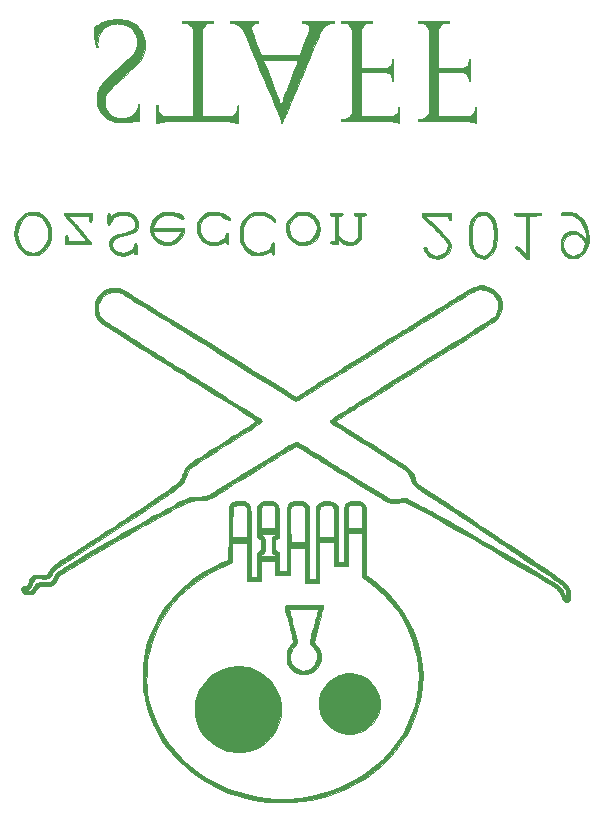
<source format=gbo>
G04 #@! TF.FileFunction,Legend,Bot*
%FSLAX46Y46*%
G04 Gerber Fmt 4.6, Leading zero omitted, Abs format (unit mm)*
G04 Created by KiCad (PCBNEW 4.0.7-e2-6376~58~ubuntu16.04.1) date Mon Apr 29 13:57:36 2019*
%MOMM*%
%LPD*%
G01*
G04 APERTURE LIST*
%ADD10C,0.100000*%
%ADD11C,0.010000*%
%ADD12C,0.150000*%
%ADD13R,2.100000X2.100000*%
%ADD14O,2.100000X2.100000*%
%ADD15C,1.850000*%
%ADD16O,2.300000X1.600000*%
%ADD17C,1.924000*%
G04 APERTURE END LIST*
D10*
D11*
G36*
X170290044Y-45016385D02*
X170432678Y-45000587D01*
X170555568Y-44965748D01*
X170691042Y-44905663D01*
X170693272Y-44904569D01*
X170965084Y-44726639D01*
X171206023Y-44481538D01*
X171405530Y-44184290D01*
X171553047Y-43849916D01*
X171623817Y-43580602D01*
X171652536Y-43308538D01*
X171648419Y-43006658D01*
X171614042Y-42709663D01*
X171551978Y-42452252D01*
X171536964Y-42409878D01*
X171384185Y-42099805D01*
X171178700Y-41822120D01*
X170935107Y-41592182D01*
X170668003Y-41425347D01*
X170557738Y-41379683D01*
X170374282Y-41339368D01*
X170144912Y-41323212D01*
X169904771Y-41330912D01*
X169689001Y-41362166D01*
X169597211Y-41387939D01*
X169448004Y-41465068D01*
X169273385Y-41591960D01*
X169096101Y-41748745D01*
X168938900Y-41915552D01*
X168837042Y-42051984D01*
X168673995Y-42385669D01*
X168574737Y-42757828D01*
X168539874Y-43150576D01*
X168543714Y-43200973D01*
X168788971Y-43200973D01*
X168818323Y-42841956D01*
X168915951Y-42491074D01*
X169082298Y-42160546D01*
X169253323Y-41932332D01*
X169467045Y-41750076D01*
X169724041Y-41628946D01*
X170005537Y-41572460D01*
X170292759Y-41584136D01*
X170566935Y-41667492D01*
X170594921Y-41680904D01*
X170852082Y-41854577D01*
X171066329Y-42090819D01*
X171232619Y-42376474D01*
X171345906Y-42698385D01*
X171401147Y-43043396D01*
X171393296Y-43398350D01*
X171347834Y-43644623D01*
X171229230Y-43976969D01*
X171062657Y-44257053D01*
X170857121Y-44481146D01*
X170621627Y-44645518D01*
X170365179Y-44746439D01*
X170096784Y-44780178D01*
X169825446Y-44743006D01*
X169560171Y-44631192D01*
X169345466Y-44474036D01*
X169106143Y-44204658D01*
X168933324Y-43894543D01*
X168827452Y-43555909D01*
X168788971Y-43200973D01*
X168543714Y-43200973D01*
X168570011Y-43546027D01*
X168665755Y-43926295D01*
X168765594Y-44161088D01*
X168905697Y-44378441D01*
X169096105Y-44593841D01*
X169310713Y-44781331D01*
X169523419Y-44914951D01*
X169523834Y-44915151D01*
X169657846Y-44970497D01*
X169794857Y-45002484D01*
X169966279Y-45016838D01*
X170095334Y-45019350D01*
X170290044Y-45016385D01*
X170290044Y-45016385D01*
G37*
X170290044Y-45016385D02*
X170432678Y-45000587D01*
X170555568Y-44965748D01*
X170691042Y-44905663D01*
X170693272Y-44904569D01*
X170965084Y-44726639D01*
X171206023Y-44481538D01*
X171405530Y-44184290D01*
X171553047Y-43849916D01*
X171623817Y-43580602D01*
X171652536Y-43308538D01*
X171648419Y-43006658D01*
X171614042Y-42709663D01*
X171551978Y-42452252D01*
X171536964Y-42409878D01*
X171384185Y-42099805D01*
X171178700Y-41822120D01*
X170935107Y-41592182D01*
X170668003Y-41425347D01*
X170557738Y-41379683D01*
X170374282Y-41339368D01*
X170144912Y-41323212D01*
X169904771Y-41330912D01*
X169689001Y-41362166D01*
X169597211Y-41387939D01*
X169448004Y-41465068D01*
X169273385Y-41591960D01*
X169096101Y-41748745D01*
X168938900Y-41915552D01*
X168837042Y-42051984D01*
X168673995Y-42385669D01*
X168574737Y-42757828D01*
X168539874Y-43150576D01*
X168543714Y-43200973D01*
X168788971Y-43200973D01*
X168818323Y-42841956D01*
X168915951Y-42491074D01*
X169082298Y-42160546D01*
X169253323Y-41932332D01*
X169467045Y-41750076D01*
X169724041Y-41628946D01*
X170005537Y-41572460D01*
X170292759Y-41584136D01*
X170566935Y-41667492D01*
X170594921Y-41680904D01*
X170852082Y-41854577D01*
X171066329Y-42090819D01*
X171232619Y-42376474D01*
X171345906Y-42698385D01*
X171401147Y-43043396D01*
X171393296Y-43398350D01*
X171347834Y-43644623D01*
X171229230Y-43976969D01*
X171062657Y-44257053D01*
X170857121Y-44481146D01*
X170621627Y-44645518D01*
X170365179Y-44746439D01*
X170096784Y-44780178D01*
X169825446Y-44743006D01*
X169560171Y-44631192D01*
X169345466Y-44474036D01*
X169106143Y-44204658D01*
X168933324Y-43894543D01*
X168827452Y-43555909D01*
X168788971Y-43200973D01*
X168543714Y-43200973D01*
X168570011Y-43546027D01*
X168665755Y-43926295D01*
X168765594Y-44161088D01*
X168905697Y-44378441D01*
X169096105Y-44593841D01*
X169310713Y-44781331D01*
X169523419Y-44914951D01*
X169523834Y-44915151D01*
X169657846Y-44970497D01*
X169794857Y-45002484D01*
X169966279Y-45016838D01*
X170095334Y-45019350D01*
X170290044Y-45016385D01*
G36*
X178036094Y-44993228D02*
X178334027Y-44880808D01*
X178450761Y-44810769D01*
X178561742Y-44737745D01*
X178620190Y-44710985D01*
X178642900Y-44728152D01*
X178646667Y-44783484D01*
X178678394Y-44878505D01*
X178753469Y-44939306D01*
X178838068Y-44942346D01*
X178867391Y-44917907D01*
X178885473Y-44862031D01*
X178893947Y-44760025D01*
X178894447Y-44597198D01*
X178891524Y-44461360D01*
X178885603Y-44260620D01*
X178877997Y-44129632D01*
X178864898Y-44053507D01*
X178842501Y-44017357D01*
X178807002Y-44006292D01*
X178775006Y-44005500D01*
X178705977Y-44017960D01*
X178665116Y-44070154D01*
X178635151Y-44184307D01*
X178634838Y-44185890D01*
X178555684Y-44384032D01*
X178413130Y-44546350D01*
X178222067Y-44669253D01*
X177997385Y-44749150D01*
X177753974Y-44782451D01*
X177506725Y-44765566D01*
X177270527Y-44694905D01*
X177060272Y-44566877D01*
X177059017Y-44565844D01*
X176895614Y-44388725D01*
X176805991Y-44193844D01*
X176793016Y-43992983D01*
X176859557Y-43797925D01*
X176868438Y-43782864D01*
X176976575Y-43649702D01*
X177127201Y-43546256D01*
X177335499Y-43464139D01*
X177542059Y-43410758D01*
X177900274Y-43325105D01*
X178209976Y-43238076D01*
X178461476Y-43152843D01*
X178645085Y-43072580D01*
X178725006Y-43023385D01*
X178886860Y-42850226D01*
X178986576Y-42636064D01*
X179024100Y-42397461D01*
X178999377Y-42150983D01*
X178912354Y-41913193D01*
X178762975Y-41700655D01*
X178729460Y-41666358D01*
X178547072Y-41516312D01*
X178350140Y-41415641D01*
X178117176Y-41356583D01*
X177826691Y-41331375D01*
X177800000Y-41330579D01*
X177611541Y-41329474D01*
X177444786Y-41335430D01*
X177325113Y-41347247D01*
X177292000Y-41354599D01*
X177118027Y-41425275D01*
X176946286Y-41517571D01*
X176808517Y-41613390D01*
X176762834Y-41656358D01*
X176678167Y-41750391D01*
X176657000Y-41612330D01*
X176619453Y-41497949D01*
X176558505Y-41425111D01*
X176491659Y-41407669D01*
X176444777Y-41444334D01*
X176427561Y-41511888D01*
X176413846Y-41642598D01*
X176405427Y-41814971D01*
X176403648Y-41936567D01*
X176406469Y-42147671D01*
X176416956Y-42288851D01*
X176437007Y-42374653D01*
X176466500Y-42418000D01*
X176545344Y-42441137D01*
X176616677Y-42399124D01*
X176655363Y-42309627D01*
X176657000Y-42284131D01*
X176686910Y-42154980D01*
X176763961Y-42004915D01*
X176869139Y-41865856D01*
X176950680Y-41791149D01*
X177200978Y-41655231D01*
X177497428Y-41583991D01*
X177715334Y-41571334D01*
X178026474Y-41600266D01*
X178292641Y-41683098D01*
X178506581Y-41813885D01*
X178661039Y-41986684D01*
X178748763Y-42195549D01*
X178762959Y-42429882D01*
X178739492Y-42573282D01*
X178689315Y-42678284D01*
X178592005Y-42785305D01*
X178575542Y-42800808D01*
X178505262Y-42861773D01*
X178432104Y-42910531D01*
X178340605Y-42952942D01*
X178215301Y-42994865D01*
X178040728Y-43042163D01*
X177801422Y-43100695D01*
X177755162Y-43111715D01*
X177516343Y-43171949D01*
X177293588Y-43234435D01*
X177106024Y-43293352D01*
X176972779Y-43342879D01*
X176933419Y-43361783D01*
X176736245Y-43515029D01*
X176605438Y-43706043D01*
X176539676Y-43921736D01*
X176537633Y-44149018D01*
X176597988Y-44374803D01*
X176719415Y-44586000D01*
X176900592Y-44769521D01*
X177087716Y-44887641D01*
X177395844Y-44997609D01*
X177717668Y-45032483D01*
X178036094Y-44993228D01*
X178036094Y-44993228D01*
G37*
X178036094Y-44993228D02*
X178334027Y-44880808D01*
X178450761Y-44810769D01*
X178561742Y-44737745D01*
X178620190Y-44710985D01*
X178642900Y-44728152D01*
X178646667Y-44783484D01*
X178678394Y-44878505D01*
X178753469Y-44939306D01*
X178838068Y-44942346D01*
X178867391Y-44917907D01*
X178885473Y-44862031D01*
X178893947Y-44760025D01*
X178894447Y-44597198D01*
X178891524Y-44461360D01*
X178885603Y-44260620D01*
X178877997Y-44129632D01*
X178864898Y-44053507D01*
X178842501Y-44017357D01*
X178807002Y-44006292D01*
X178775006Y-44005500D01*
X178705977Y-44017960D01*
X178665116Y-44070154D01*
X178635151Y-44184307D01*
X178634838Y-44185890D01*
X178555684Y-44384032D01*
X178413130Y-44546350D01*
X178222067Y-44669253D01*
X177997385Y-44749150D01*
X177753974Y-44782451D01*
X177506725Y-44765566D01*
X177270527Y-44694905D01*
X177060272Y-44566877D01*
X177059017Y-44565844D01*
X176895614Y-44388725D01*
X176805991Y-44193844D01*
X176793016Y-43992983D01*
X176859557Y-43797925D01*
X176868438Y-43782864D01*
X176976575Y-43649702D01*
X177127201Y-43546256D01*
X177335499Y-43464139D01*
X177542059Y-43410758D01*
X177900274Y-43325105D01*
X178209976Y-43238076D01*
X178461476Y-43152843D01*
X178645085Y-43072580D01*
X178725006Y-43023385D01*
X178886860Y-42850226D01*
X178986576Y-42636064D01*
X179024100Y-42397461D01*
X178999377Y-42150983D01*
X178912354Y-41913193D01*
X178762975Y-41700655D01*
X178729460Y-41666358D01*
X178547072Y-41516312D01*
X178350140Y-41415641D01*
X178117176Y-41356583D01*
X177826691Y-41331375D01*
X177800000Y-41330579D01*
X177611541Y-41329474D01*
X177444786Y-41335430D01*
X177325113Y-41347247D01*
X177292000Y-41354599D01*
X177118027Y-41425275D01*
X176946286Y-41517571D01*
X176808517Y-41613390D01*
X176762834Y-41656358D01*
X176678167Y-41750391D01*
X176657000Y-41612330D01*
X176619453Y-41497949D01*
X176558505Y-41425111D01*
X176491659Y-41407669D01*
X176444777Y-41444334D01*
X176427561Y-41511888D01*
X176413846Y-41642598D01*
X176405427Y-41814971D01*
X176403648Y-41936567D01*
X176406469Y-42147671D01*
X176416956Y-42288851D01*
X176437007Y-42374653D01*
X176466500Y-42418000D01*
X176545344Y-42441137D01*
X176616677Y-42399124D01*
X176655363Y-42309627D01*
X176657000Y-42284131D01*
X176686910Y-42154980D01*
X176763961Y-42004915D01*
X176869139Y-41865856D01*
X176950680Y-41791149D01*
X177200978Y-41655231D01*
X177497428Y-41583991D01*
X177715334Y-41571334D01*
X178026474Y-41600266D01*
X178292641Y-41683098D01*
X178506581Y-41813885D01*
X178661039Y-41986684D01*
X178748763Y-42195549D01*
X178762959Y-42429882D01*
X178739492Y-42573282D01*
X178689315Y-42678284D01*
X178592005Y-42785305D01*
X178575542Y-42800808D01*
X178505262Y-42861773D01*
X178432104Y-42910531D01*
X178340605Y-42952942D01*
X178215301Y-42994865D01*
X178040728Y-43042163D01*
X177801422Y-43100695D01*
X177755162Y-43111715D01*
X177516343Y-43171949D01*
X177293588Y-43234435D01*
X177106024Y-43293352D01*
X176972779Y-43342879D01*
X176933419Y-43361783D01*
X176736245Y-43515029D01*
X176605438Y-43706043D01*
X176539676Y-43921736D01*
X176537633Y-44149018D01*
X176597988Y-44374803D01*
X176719415Y-44586000D01*
X176900592Y-44769521D01*
X177087716Y-44887641D01*
X177395844Y-44997609D01*
X177717668Y-45032483D01*
X178036094Y-44993228D01*
G36*
X181751494Y-44115472D02*
X182005190Y-44061529D01*
X182223520Y-43960596D01*
X182428249Y-43804537D01*
X182502387Y-43733720D01*
X182676656Y-43531015D01*
X182796256Y-43316667D01*
X182873720Y-43063987D01*
X182906533Y-42873084D01*
X182933842Y-42672000D01*
X180297667Y-42672000D01*
X180298080Y-42576750D01*
X180326739Y-42436722D01*
X180401676Y-42265678D01*
X180507842Y-42090970D01*
X180630184Y-41939951D01*
X180669495Y-41901812D01*
X180845976Y-41757683D01*
X181010302Y-41664473D01*
X181192485Y-41610181D01*
X181422540Y-41582808D01*
X181475432Y-41579589D01*
X181878147Y-41592852D01*
X182243615Y-41677318D01*
X182565395Y-41831494D01*
X182566338Y-41832092D01*
X182720816Y-41913682D01*
X182823082Y-41929127D01*
X182873783Y-41878422D01*
X182880000Y-41828817D01*
X182840448Y-41737362D01*
X182729219Y-41636421D01*
X182557456Y-41534099D01*
X182350834Y-41443924D01*
X182170207Y-41388710D01*
X181963461Y-41353254D01*
X181703922Y-41333248D01*
X181652334Y-41331062D01*
X181441490Y-41325236D01*
X181289898Y-41328940D01*
X181172391Y-41345230D01*
X181063803Y-41377164D01*
X180971878Y-41413725D01*
X180653687Y-41586941D01*
X180397386Y-41813491D01*
X180296251Y-41939691D01*
X180159865Y-42169015D01*
X180079004Y-42411160D01*
X180045630Y-42693424D01*
X180043667Y-42797561D01*
X180049089Y-42986630D01*
X180055392Y-43027763D01*
X180296811Y-43027763D01*
X180315763Y-42986722D01*
X180372210Y-42958427D01*
X180474056Y-42940530D01*
X180629206Y-42930686D01*
X180845564Y-42926547D01*
X181131036Y-42925767D01*
X181480045Y-42926000D01*
X182662423Y-42926000D01*
X182624977Y-43056568D01*
X182504717Y-43332909D01*
X182322902Y-43560494D01*
X182090884Y-43733619D01*
X181820011Y-43846578D01*
X181521634Y-43893666D01*
X181207103Y-43869180D01*
X181073533Y-43836363D01*
X180852835Y-43735209D01*
X180640836Y-43575915D01*
X180465952Y-43382679D01*
X180385879Y-43250825D01*
X180339774Y-43157468D01*
X180307450Y-43083896D01*
X180296811Y-43027763D01*
X180055392Y-43027763D01*
X180071061Y-43130016D01*
X180118146Y-43266326D01*
X180173864Y-43384691D01*
X180356072Y-43659878D01*
X180602209Y-43881792D01*
X180872539Y-44034624D01*
X181015823Y-44087894D01*
X181171692Y-44117842D01*
X181371361Y-44129738D01*
X181440667Y-44130558D01*
X181751494Y-44115472D01*
X181751494Y-44115472D01*
G37*
X181751494Y-44115472D02*
X182005190Y-44061529D01*
X182223520Y-43960596D01*
X182428249Y-43804537D01*
X182502387Y-43733720D01*
X182676656Y-43531015D01*
X182796256Y-43316667D01*
X182873720Y-43063987D01*
X182906533Y-42873084D01*
X182933842Y-42672000D01*
X180297667Y-42672000D01*
X180298080Y-42576750D01*
X180326739Y-42436722D01*
X180401676Y-42265678D01*
X180507842Y-42090970D01*
X180630184Y-41939951D01*
X180669495Y-41901812D01*
X180845976Y-41757683D01*
X181010302Y-41664473D01*
X181192485Y-41610181D01*
X181422540Y-41582808D01*
X181475432Y-41579589D01*
X181878147Y-41592852D01*
X182243615Y-41677318D01*
X182565395Y-41831494D01*
X182566338Y-41832092D01*
X182720816Y-41913682D01*
X182823082Y-41929127D01*
X182873783Y-41878422D01*
X182880000Y-41828817D01*
X182840448Y-41737362D01*
X182729219Y-41636421D01*
X182557456Y-41534099D01*
X182350834Y-41443924D01*
X182170207Y-41388710D01*
X181963461Y-41353254D01*
X181703922Y-41333248D01*
X181652334Y-41331062D01*
X181441490Y-41325236D01*
X181289898Y-41328940D01*
X181172391Y-41345230D01*
X181063803Y-41377164D01*
X180971878Y-41413725D01*
X180653687Y-41586941D01*
X180397386Y-41813491D01*
X180296251Y-41939691D01*
X180159865Y-42169015D01*
X180079004Y-42411160D01*
X180045630Y-42693424D01*
X180043667Y-42797561D01*
X180049089Y-42986630D01*
X180055392Y-43027763D01*
X180296811Y-43027763D01*
X180315763Y-42986722D01*
X180372210Y-42958427D01*
X180474056Y-42940530D01*
X180629206Y-42930686D01*
X180845564Y-42926547D01*
X181131036Y-42925767D01*
X181480045Y-42926000D01*
X182662423Y-42926000D01*
X182624977Y-43056568D01*
X182504717Y-43332909D01*
X182322902Y-43560494D01*
X182090884Y-43733619D01*
X181820011Y-43846578D01*
X181521634Y-43893666D01*
X181207103Y-43869180D01*
X181073533Y-43836363D01*
X180852835Y-43735209D01*
X180640836Y-43575915D01*
X180465952Y-43382679D01*
X180385879Y-43250825D01*
X180339774Y-43157468D01*
X180307450Y-43083896D01*
X180296811Y-43027763D01*
X180055392Y-43027763D01*
X180071061Y-43130016D01*
X180118146Y-43266326D01*
X180173864Y-43384691D01*
X180356072Y-43659878D01*
X180602209Y-43881792D01*
X180872539Y-44034624D01*
X181015823Y-44087894D01*
X181171692Y-44117842D01*
X181371361Y-44129738D01*
X181440667Y-44130558D01*
X181751494Y-44115472D01*
G36*
X185696764Y-44115812D02*
X185940318Y-44065394D01*
X186154157Y-43971369D01*
X186274809Y-43893869D01*
X186354659Y-43839857D01*
X186387178Y-43835063D01*
X186393632Y-43879082D01*
X186393667Y-43891601D01*
X186424992Y-43988315D01*
X186499506Y-44050056D01*
X186585117Y-44053327D01*
X186615055Y-44028296D01*
X186633201Y-43971130D01*
X186641303Y-43866793D01*
X186641108Y-43700252D01*
X186638573Y-43593508D01*
X186632041Y-43397670D01*
X186623080Y-43270815D01*
X186608016Y-43197268D01*
X186583176Y-43161352D01*
X186544884Y-43147394D01*
X186533592Y-43145613D01*
X186467692Y-43152246D01*
X186424620Y-43208994D01*
X186397058Y-43293780D01*
X186327526Y-43478246D01*
X186222036Y-43614152D01*
X186059099Y-43726895D01*
X186007592Y-43754072D01*
X185734623Y-43852550D01*
X185441600Y-43889732D01*
X185149717Y-43867224D01*
X184880170Y-43786636D01*
X184656577Y-43651590D01*
X184550729Y-43542406D01*
X184440661Y-43396146D01*
X184382076Y-43300886D01*
X184318817Y-43176310D01*
X184281375Y-43066531D01*
X184263302Y-42941041D01*
X184258152Y-42769331D01*
X184258131Y-42714334D01*
X184274076Y-42446086D01*
X184327258Y-42233732D01*
X184428153Y-42052840D01*
X184587233Y-41878981D01*
X184634638Y-41836110D01*
X184823344Y-41699906D01*
X185030013Y-41615850D01*
X185275281Y-41578012D01*
X185533285Y-41577941D01*
X185744859Y-41596354D01*
X185916257Y-41635302D01*
X186091422Y-41705725D01*
X186139667Y-41728900D01*
X186299513Y-41813583D01*
X186447307Y-41902349D01*
X186544868Y-41971271D01*
X186635768Y-42037587D01*
X186696861Y-42050721D01*
X186750978Y-42022913D01*
X186802052Y-41966728D01*
X186784247Y-41899293D01*
X186775165Y-41884196D01*
X186675939Y-41773360D01*
X186519959Y-41652412D01*
X186331207Y-41536745D01*
X186133662Y-41441754D01*
X186024125Y-41402080D01*
X185802469Y-41352379D01*
X185549118Y-41324882D01*
X185293128Y-41320276D01*
X185063557Y-41339243D01*
X184907017Y-41375778D01*
X184595679Y-41528004D01*
X184344677Y-41738377D01*
X184157487Y-42002314D01*
X184037584Y-42315230D01*
X183993820Y-42580306D01*
X184003098Y-42931904D01*
X184087440Y-43259303D01*
X184240994Y-43552216D01*
X184457910Y-43800355D01*
X184732336Y-43993434D01*
X184822976Y-44038171D01*
X184959890Y-44087331D01*
X185118541Y-44115885D01*
X185326133Y-44128135D01*
X185398834Y-44129248D01*
X185696764Y-44115812D01*
X185696764Y-44115812D01*
G37*
X185696764Y-44115812D02*
X185940318Y-44065394D01*
X186154157Y-43971369D01*
X186274809Y-43893869D01*
X186354659Y-43839857D01*
X186387178Y-43835063D01*
X186393632Y-43879082D01*
X186393667Y-43891601D01*
X186424992Y-43988315D01*
X186499506Y-44050056D01*
X186585117Y-44053327D01*
X186615055Y-44028296D01*
X186633201Y-43971130D01*
X186641303Y-43866793D01*
X186641108Y-43700252D01*
X186638573Y-43593508D01*
X186632041Y-43397670D01*
X186623080Y-43270815D01*
X186608016Y-43197268D01*
X186583176Y-43161352D01*
X186544884Y-43147394D01*
X186533592Y-43145613D01*
X186467692Y-43152246D01*
X186424620Y-43208994D01*
X186397058Y-43293780D01*
X186327526Y-43478246D01*
X186222036Y-43614152D01*
X186059099Y-43726895D01*
X186007592Y-43754072D01*
X185734623Y-43852550D01*
X185441600Y-43889732D01*
X185149717Y-43867224D01*
X184880170Y-43786636D01*
X184656577Y-43651590D01*
X184550729Y-43542406D01*
X184440661Y-43396146D01*
X184382076Y-43300886D01*
X184318817Y-43176310D01*
X184281375Y-43066531D01*
X184263302Y-42941041D01*
X184258152Y-42769331D01*
X184258131Y-42714334D01*
X184274076Y-42446086D01*
X184327258Y-42233732D01*
X184428153Y-42052840D01*
X184587233Y-41878981D01*
X184634638Y-41836110D01*
X184823344Y-41699906D01*
X185030013Y-41615850D01*
X185275281Y-41578012D01*
X185533285Y-41577941D01*
X185744859Y-41596354D01*
X185916257Y-41635302D01*
X186091422Y-41705725D01*
X186139667Y-41728900D01*
X186299513Y-41813583D01*
X186447307Y-41902349D01*
X186544868Y-41971271D01*
X186635768Y-42037587D01*
X186696861Y-42050721D01*
X186750978Y-42022913D01*
X186802052Y-41966728D01*
X186784247Y-41899293D01*
X186775165Y-41884196D01*
X186675939Y-41773360D01*
X186519959Y-41652412D01*
X186331207Y-41536745D01*
X186133662Y-41441754D01*
X186024125Y-41402080D01*
X185802469Y-41352379D01*
X185549118Y-41324882D01*
X185293128Y-41320276D01*
X185063557Y-41339243D01*
X184907017Y-41375778D01*
X184595679Y-41528004D01*
X184344677Y-41738377D01*
X184157487Y-42002314D01*
X184037584Y-42315230D01*
X183993820Y-42580306D01*
X184003098Y-42931904D01*
X184087440Y-43259303D01*
X184240994Y-43552216D01*
X184457910Y-43800355D01*
X184732336Y-43993434D01*
X184822976Y-44038171D01*
X184959890Y-44087331D01*
X185118541Y-44115885D01*
X185326133Y-44128135D01*
X185398834Y-44129248D01*
X185696764Y-44115812D01*
G36*
X189165610Y-45018873D02*
X189500396Y-44994911D01*
X189781728Y-44923917D01*
X190030356Y-44799625D01*
X190135170Y-44726109D01*
X190288334Y-44609285D01*
X190288334Y-44736126D01*
X190313885Y-44856770D01*
X190378891Y-44933375D01*
X190465875Y-44946918D01*
X190478294Y-44942899D01*
X190509587Y-44890560D01*
X190531709Y-44775125D01*
X190544650Y-44617666D01*
X190548398Y-44439258D01*
X190542943Y-44260974D01*
X190528271Y-44103886D01*
X190504373Y-43989069D01*
X190478834Y-43942000D01*
X190400059Y-43918323D01*
X190329664Y-43960996D01*
X190290458Y-44052939D01*
X190288175Y-44084767D01*
X190248508Y-44238251D01*
X190139784Y-44392369D01*
X189976637Y-44534926D01*
X189773698Y-44653724D01*
X189545600Y-44736565D01*
X189491001Y-44749275D01*
X189154331Y-44779329D01*
X188836879Y-44729486D01*
X188546548Y-44603754D01*
X188291242Y-44406144D01*
X188078866Y-44140664D01*
X187994392Y-43990096D01*
X187954943Y-43902819D01*
X187927768Y-43815625D01*
X187910631Y-43710395D01*
X187901295Y-43569008D01*
X187897522Y-43373344D01*
X187896992Y-43201167D01*
X187898239Y-42958951D01*
X187903495Y-42783188D01*
X187915034Y-42655686D01*
X187935129Y-42558250D01*
X187966053Y-42472684D01*
X187995989Y-42408842D01*
X188177383Y-42123815D01*
X188411881Y-41879813D01*
X188643455Y-41718074D01*
X188755791Y-41659668D01*
X188854011Y-41622796D01*
X188963414Y-41602570D01*
X189109296Y-41594104D01*
X189293500Y-41592500D01*
X189522948Y-41597250D01*
X189697468Y-41618109D01*
X189841772Y-41664992D01*
X189980573Y-41747816D01*
X190138584Y-41876494D01*
X190248265Y-41975582D01*
X190410650Y-42109891D01*
X190527943Y-42172842D01*
X190600035Y-42164405D01*
X190626816Y-42084553D01*
X190627000Y-42073859D01*
X190592458Y-41977368D01*
X190499488Y-41855722D01*
X190364074Y-41724154D01*
X190202202Y-41597898D01*
X190029856Y-41492186D01*
X190001496Y-41477763D01*
X189849753Y-41408659D01*
X189717056Y-41365975D01*
X189570606Y-41342337D01*
X189377603Y-41330367D01*
X189340140Y-41329040D01*
X189073010Y-41330271D01*
X188874154Y-41353314D01*
X188800071Y-41373916D01*
X188471817Y-41537299D01*
X188174839Y-41764703D01*
X187926789Y-42040062D01*
X187755956Y-42324102D01*
X187711175Y-42424796D01*
X187680015Y-42515578D01*
X187660022Y-42614963D01*
X187648743Y-42741465D01*
X187643723Y-42913600D01*
X187642507Y-43149881D01*
X187642500Y-43180000D01*
X187642500Y-43793834D01*
X187795182Y-44113532D01*
X187937196Y-44379049D01*
X188084347Y-44579878D01*
X188254163Y-44735087D01*
X188464169Y-44863745D01*
X188502482Y-44883047D01*
X188648351Y-44950937D01*
X188767734Y-44991937D01*
X188891987Y-45012468D01*
X189052464Y-45018953D01*
X189165610Y-45018873D01*
X189165610Y-45018873D01*
G37*
X189165610Y-45018873D02*
X189500396Y-44994911D01*
X189781728Y-44923917D01*
X190030356Y-44799625D01*
X190135170Y-44726109D01*
X190288334Y-44609285D01*
X190288334Y-44736126D01*
X190313885Y-44856770D01*
X190378891Y-44933375D01*
X190465875Y-44946918D01*
X190478294Y-44942899D01*
X190509587Y-44890560D01*
X190531709Y-44775125D01*
X190544650Y-44617666D01*
X190548398Y-44439258D01*
X190542943Y-44260974D01*
X190528271Y-44103886D01*
X190504373Y-43989069D01*
X190478834Y-43942000D01*
X190400059Y-43918323D01*
X190329664Y-43960996D01*
X190290458Y-44052939D01*
X190288175Y-44084767D01*
X190248508Y-44238251D01*
X190139784Y-44392369D01*
X189976637Y-44534926D01*
X189773698Y-44653724D01*
X189545600Y-44736565D01*
X189491001Y-44749275D01*
X189154331Y-44779329D01*
X188836879Y-44729486D01*
X188546548Y-44603754D01*
X188291242Y-44406144D01*
X188078866Y-44140664D01*
X187994392Y-43990096D01*
X187954943Y-43902819D01*
X187927768Y-43815625D01*
X187910631Y-43710395D01*
X187901295Y-43569008D01*
X187897522Y-43373344D01*
X187896992Y-43201167D01*
X187898239Y-42958951D01*
X187903495Y-42783188D01*
X187915034Y-42655686D01*
X187935129Y-42558250D01*
X187966053Y-42472684D01*
X187995989Y-42408842D01*
X188177383Y-42123815D01*
X188411881Y-41879813D01*
X188643455Y-41718074D01*
X188755791Y-41659668D01*
X188854011Y-41622796D01*
X188963414Y-41602570D01*
X189109296Y-41594104D01*
X189293500Y-41592500D01*
X189522948Y-41597250D01*
X189697468Y-41618109D01*
X189841772Y-41664992D01*
X189980573Y-41747816D01*
X190138584Y-41876494D01*
X190248265Y-41975582D01*
X190410650Y-42109891D01*
X190527943Y-42172842D01*
X190600035Y-42164405D01*
X190626816Y-42084553D01*
X190627000Y-42073859D01*
X190592458Y-41977368D01*
X190499488Y-41855722D01*
X190364074Y-41724154D01*
X190202202Y-41597898D01*
X190029856Y-41492186D01*
X190001496Y-41477763D01*
X189849753Y-41408659D01*
X189717056Y-41365975D01*
X189570606Y-41342337D01*
X189377603Y-41330367D01*
X189340140Y-41329040D01*
X189073010Y-41330271D01*
X188874154Y-41353314D01*
X188800071Y-41373916D01*
X188471817Y-41537299D01*
X188174839Y-41764703D01*
X187926789Y-42040062D01*
X187755956Y-42324102D01*
X187711175Y-42424796D01*
X187680015Y-42515578D01*
X187660022Y-42614963D01*
X187648743Y-42741465D01*
X187643723Y-42913600D01*
X187642507Y-43149881D01*
X187642500Y-43180000D01*
X187642500Y-43793834D01*
X187795182Y-44113532D01*
X187937196Y-44379049D01*
X188084347Y-44579878D01*
X188254163Y-44735087D01*
X188464169Y-44863745D01*
X188502482Y-44883047D01*
X188648351Y-44950937D01*
X188767734Y-44991937D01*
X188891987Y-45012468D01*
X189052464Y-45018953D01*
X189165610Y-45018873D01*
G36*
X193241930Y-44115730D02*
X193517471Y-44036878D01*
X193549932Y-44022387D01*
X193820975Y-43866645D01*
X194031642Y-43674716D01*
X194204978Y-43424863D01*
X194228360Y-43382575D01*
X194298287Y-43245839D01*
X194340939Y-43133907D01*
X194363018Y-43016655D01*
X194371224Y-42863957D01*
X194372288Y-42735500D01*
X194352539Y-42422648D01*
X194287088Y-42165574D01*
X194168034Y-41944297D01*
X193987480Y-41738839D01*
X193972793Y-41724962D01*
X193765066Y-41549367D01*
X193570661Y-41433731D01*
X193360569Y-41366051D01*
X193105787Y-41334318D01*
X193018834Y-41330105D01*
X192753606Y-41330635D01*
X192556488Y-41353325D01*
X192484683Y-41373361D01*
X192180990Y-41528186D01*
X191917005Y-41745217D01*
X191709204Y-42009323D01*
X191629464Y-42158819D01*
X191559087Y-42393504D01*
X191532418Y-42668362D01*
X191537436Y-42754168D01*
X191778129Y-42754168D01*
X191806968Y-42453980D01*
X191915766Y-42177237D01*
X192102632Y-41929423D01*
X192278000Y-41776751D01*
X192433972Y-41675904D01*
X192588249Y-41614956D01*
X192768185Y-41586894D01*
X193001136Y-41584704D01*
X193024027Y-41585477D01*
X193207619Y-41595879D01*
X193337985Y-41616798D01*
X193446541Y-41656771D01*
X193564706Y-41724333D01*
X193586739Y-41738360D01*
X193825000Y-41937909D01*
X194007923Y-42188389D01*
X194097518Y-42392375D01*
X194131305Y-42586844D01*
X194128274Y-42818383D01*
X194091703Y-43049491D01*
X194024870Y-43242667D01*
X194022859Y-43246648D01*
X193856877Y-43483776D01*
X193631628Y-43678362D01*
X193366834Y-43818339D01*
X193082218Y-43891644D01*
X192955334Y-43899667D01*
X192666915Y-43860292D01*
X192395822Y-43749762D01*
X192157540Y-43579474D01*
X191967552Y-43360823D01*
X191841344Y-43105205D01*
X191831141Y-43072318D01*
X191778129Y-42754168D01*
X191537436Y-42754168D01*
X191548969Y-42951350D01*
X191608250Y-43210427D01*
X191646993Y-43307000D01*
X191817681Y-43579498D01*
X192048364Y-43817639D01*
X192316067Y-43998490D01*
X192362667Y-44021450D01*
X192633699Y-44107991D01*
X192937063Y-44139426D01*
X193241930Y-44115730D01*
X193241930Y-44115730D01*
G37*
X193241930Y-44115730D02*
X193517471Y-44036878D01*
X193549932Y-44022387D01*
X193820975Y-43866645D01*
X194031642Y-43674716D01*
X194204978Y-43424863D01*
X194228360Y-43382575D01*
X194298287Y-43245839D01*
X194340939Y-43133907D01*
X194363018Y-43016655D01*
X194371224Y-42863957D01*
X194372288Y-42735500D01*
X194352539Y-42422648D01*
X194287088Y-42165574D01*
X194168034Y-41944297D01*
X193987480Y-41738839D01*
X193972793Y-41724962D01*
X193765066Y-41549367D01*
X193570661Y-41433731D01*
X193360569Y-41366051D01*
X193105787Y-41334318D01*
X193018834Y-41330105D01*
X192753606Y-41330635D01*
X192556488Y-41353325D01*
X192484683Y-41373361D01*
X192180990Y-41528186D01*
X191917005Y-41745217D01*
X191709204Y-42009323D01*
X191629464Y-42158819D01*
X191559087Y-42393504D01*
X191532418Y-42668362D01*
X191537436Y-42754168D01*
X191778129Y-42754168D01*
X191806968Y-42453980D01*
X191915766Y-42177237D01*
X192102632Y-41929423D01*
X192278000Y-41776751D01*
X192433972Y-41675904D01*
X192588249Y-41614956D01*
X192768185Y-41586894D01*
X193001136Y-41584704D01*
X193024027Y-41585477D01*
X193207619Y-41595879D01*
X193337985Y-41616798D01*
X193446541Y-41656771D01*
X193564706Y-41724333D01*
X193586739Y-41738360D01*
X193825000Y-41937909D01*
X194007923Y-42188389D01*
X194097518Y-42392375D01*
X194131305Y-42586844D01*
X194128274Y-42818383D01*
X194091703Y-43049491D01*
X194024870Y-43242667D01*
X194022859Y-43246648D01*
X193856877Y-43483776D01*
X193631628Y-43678362D01*
X193366834Y-43818339D01*
X193082218Y-43891644D01*
X192955334Y-43899667D01*
X192666915Y-43860292D01*
X192395822Y-43749762D01*
X192157540Y-43579474D01*
X191967552Y-43360823D01*
X191841344Y-43105205D01*
X191831141Y-43072318D01*
X191778129Y-42754168D01*
X191537436Y-42754168D01*
X191548969Y-42951350D01*
X191608250Y-43210427D01*
X191646993Y-43307000D01*
X191817681Y-43579498D01*
X192048364Y-43817639D01*
X192316067Y-43998490D01*
X192362667Y-44021450D01*
X192633699Y-44107991D01*
X192937063Y-44139426D01*
X193241930Y-44115730D01*
G36*
X208523626Y-45236683D02*
X208760342Y-45111031D01*
X208970366Y-44920257D01*
X209142768Y-44667323D01*
X209185465Y-44579885D01*
X209259964Y-44394018D01*
X209314125Y-44205814D01*
X209350102Y-43998568D01*
X209370054Y-43755574D01*
X209376136Y-43460126D01*
X209371589Y-43137868D01*
X209358949Y-42803778D01*
X209336710Y-42537115D01*
X209300796Y-42320818D01*
X209247134Y-42137827D01*
X209171648Y-41971082D01*
X209070265Y-41803525D01*
X209043451Y-41763943D01*
X208871929Y-41557174D01*
X208682938Y-41422397D01*
X208456125Y-41348509D01*
X208240762Y-41326035D01*
X208067188Y-41322770D01*
X207945092Y-41334022D01*
X207841613Y-41366839D01*
X207723893Y-41428268D01*
X207700296Y-41441949D01*
X207493502Y-41591354D01*
X207328878Y-41777836D01*
X207202941Y-42010000D01*
X207112205Y-42296448D01*
X207053186Y-42645785D01*
X207022399Y-43066614D01*
X207020500Y-43120321D01*
X207019894Y-43264667D01*
X207286976Y-43264667D01*
X207288624Y-42989037D01*
X207293089Y-42781978D01*
X207301956Y-42627404D01*
X207316812Y-42509230D01*
X207339242Y-42411370D01*
X207370834Y-42317737D01*
X207383601Y-42284870D01*
X207511891Y-42018268D01*
X207659730Y-41808715D01*
X207818055Y-41668363D01*
X207861759Y-41643745D01*
X208044209Y-41587562D01*
X208251150Y-41574598D01*
X208446622Y-41604400D01*
X208560847Y-41652555D01*
X208746599Y-41812116D01*
X208906939Y-42045584D01*
X209011328Y-42275991D01*
X209045298Y-42374493D01*
X209069940Y-42472143D01*
X209086728Y-42584859D01*
X209097139Y-42728563D01*
X209102648Y-42919175D01*
X209104732Y-43172614D01*
X209104930Y-43285834D01*
X209102306Y-43615072D01*
X209091769Y-43875594D01*
X209070145Y-44083217D01*
X209034263Y-44253756D01*
X208980951Y-44403030D01*
X208907036Y-44546856D01*
X208826154Y-44675862D01*
X208655719Y-44866799D01*
X208454174Y-44986252D01*
X208235686Y-45034284D01*
X208014420Y-45010956D01*
X207804541Y-44916329D01*
X207620216Y-44750466D01*
X207560871Y-44670365D01*
X207467219Y-44515871D01*
X207396840Y-44362991D01*
X207346705Y-44196183D01*
X207313787Y-43999910D01*
X207295059Y-43758629D01*
X207287491Y-43456803D01*
X207286976Y-43264667D01*
X207019894Y-43264667D01*
X207018564Y-43581281D01*
X207046336Y-43971278D01*
X207106265Y-44299503D01*
X207200794Y-44575150D01*
X207332371Y-44807412D01*
X207503443Y-45005481D01*
X207528353Y-45028870D01*
X207762578Y-45193308D01*
X208013817Y-45280783D01*
X208271141Y-45294254D01*
X208523626Y-45236683D01*
X208523626Y-45236683D01*
G37*
X208523626Y-45236683D02*
X208760342Y-45111031D01*
X208970366Y-44920257D01*
X209142768Y-44667323D01*
X209185465Y-44579885D01*
X209259964Y-44394018D01*
X209314125Y-44205814D01*
X209350102Y-43998568D01*
X209370054Y-43755574D01*
X209376136Y-43460126D01*
X209371589Y-43137868D01*
X209358949Y-42803778D01*
X209336710Y-42537115D01*
X209300796Y-42320818D01*
X209247134Y-42137827D01*
X209171648Y-41971082D01*
X209070265Y-41803525D01*
X209043451Y-41763943D01*
X208871929Y-41557174D01*
X208682938Y-41422397D01*
X208456125Y-41348509D01*
X208240762Y-41326035D01*
X208067188Y-41322770D01*
X207945092Y-41334022D01*
X207841613Y-41366839D01*
X207723893Y-41428268D01*
X207700296Y-41441949D01*
X207493502Y-41591354D01*
X207328878Y-41777836D01*
X207202941Y-42010000D01*
X207112205Y-42296448D01*
X207053186Y-42645785D01*
X207022399Y-43066614D01*
X207020500Y-43120321D01*
X207019894Y-43264667D01*
X207286976Y-43264667D01*
X207288624Y-42989037D01*
X207293089Y-42781978D01*
X207301956Y-42627404D01*
X207316812Y-42509230D01*
X207339242Y-42411370D01*
X207370834Y-42317737D01*
X207383601Y-42284870D01*
X207511891Y-42018268D01*
X207659730Y-41808715D01*
X207818055Y-41668363D01*
X207861759Y-41643745D01*
X208044209Y-41587562D01*
X208251150Y-41574598D01*
X208446622Y-41604400D01*
X208560847Y-41652555D01*
X208746599Y-41812116D01*
X208906939Y-42045584D01*
X209011328Y-42275991D01*
X209045298Y-42374493D01*
X209069940Y-42472143D01*
X209086728Y-42584859D01*
X209097139Y-42728563D01*
X209102648Y-42919175D01*
X209104732Y-43172614D01*
X209104930Y-43285834D01*
X209102306Y-43615072D01*
X209091769Y-43875594D01*
X209070145Y-44083217D01*
X209034263Y-44253756D01*
X208980951Y-44403030D01*
X208907036Y-44546856D01*
X208826154Y-44675862D01*
X208655719Y-44866799D01*
X208454174Y-44986252D01*
X208235686Y-45034284D01*
X208014420Y-45010956D01*
X207804541Y-44916329D01*
X207620216Y-44750466D01*
X207560871Y-44670365D01*
X207467219Y-44515871D01*
X207396840Y-44362991D01*
X207346705Y-44196183D01*
X207313787Y-43999910D01*
X207295059Y-43758629D01*
X207287491Y-43456803D01*
X207286976Y-43264667D01*
X207019894Y-43264667D01*
X207018564Y-43581281D01*
X207046336Y-43971278D01*
X207106265Y-44299503D01*
X207200794Y-44575150D01*
X207332371Y-44807412D01*
X207503443Y-45005481D01*
X207528353Y-45028870D01*
X207762578Y-45193308D01*
X208013817Y-45280783D01*
X208271141Y-45294254D01*
X208523626Y-45236683D01*
G36*
X215984260Y-45272412D02*
X216191073Y-45243209D01*
X216340411Y-45193512D01*
X216586016Y-45025747D01*
X216794760Y-44789415D01*
X216962000Y-44494244D01*
X217083093Y-44149965D01*
X217153396Y-43766307D01*
X217170000Y-43455167D01*
X217135369Y-43011266D01*
X217034235Y-42603867D01*
X216870738Y-42239523D01*
X216649016Y-41924788D01*
X216373208Y-41666212D01*
X216047453Y-41470350D01*
X215871490Y-41399474D01*
X215684478Y-41352587D01*
X215469818Y-41325423D01*
X215254550Y-41318769D01*
X215065712Y-41333412D01*
X214930344Y-41370142D01*
X214926708Y-41371938D01*
X214839856Y-41443285D01*
X214804022Y-41528866D01*
X214828015Y-41602082D01*
X214845804Y-41616224D01*
X214923907Y-41625529D01*
X214982326Y-41606357D01*
X215064353Y-41586485D01*
X215201266Y-41576243D01*
X215363610Y-41577815D01*
X215365607Y-41577916D01*
X215706276Y-41635348D01*
X216018354Y-41766351D01*
X216294905Y-41962647D01*
X216528990Y-42215956D01*
X216713672Y-42517999D01*
X216842014Y-42860496D01*
X216907076Y-43235168D01*
X216913780Y-43425501D01*
X216911466Y-43560007D01*
X216903566Y-43621347D01*
X216883810Y-43621018D01*
X216845929Y-43570518D01*
X216839696Y-43561381D01*
X216615530Y-43287403D01*
X216370632Y-43089145D01*
X216110218Y-42968561D01*
X215839504Y-42927605D01*
X215563705Y-42968232D01*
X215411437Y-43026198D01*
X215191351Y-43163786D01*
X215007365Y-43359819D01*
X214872126Y-43577237D01*
X214806848Y-43766513D01*
X214779108Y-43981957D01*
X215021830Y-43981957D01*
X215091854Y-43724972D01*
X215234161Y-43493468D01*
X215257234Y-43466924D01*
X215462355Y-43291200D01*
X215684973Y-43196092D01*
X215919711Y-43183003D01*
X216129518Y-43239387D01*
X216305011Y-43342654D01*
X216490403Y-43501930D01*
X216662243Y-43695402D01*
X216744173Y-43811114D01*
X216874637Y-44014425D01*
X216778902Y-44281486D01*
X216646149Y-44559765D01*
X216474705Y-44778559D01*
X216274613Y-44934874D01*
X216055916Y-45025715D01*
X215828656Y-45048087D01*
X215602875Y-44998994D01*
X215388615Y-44875443D01*
X215246838Y-44738370D01*
X215099185Y-44505399D01*
X215024229Y-44247680D01*
X215021830Y-43981957D01*
X214779108Y-43981957D01*
X214776529Y-44001986D01*
X214781272Y-44252692D01*
X214821181Y-44487670D01*
X214868662Y-44623118D01*
X214998518Y-44834953D01*
X215176821Y-45032175D01*
X215373942Y-45182842D01*
X215403254Y-45199427D01*
X215558809Y-45250720D01*
X215762992Y-45274983D01*
X215984260Y-45272412D01*
X215984260Y-45272412D01*
G37*
X215984260Y-45272412D02*
X216191073Y-45243209D01*
X216340411Y-45193512D01*
X216586016Y-45025747D01*
X216794760Y-44789415D01*
X216962000Y-44494244D01*
X217083093Y-44149965D01*
X217153396Y-43766307D01*
X217170000Y-43455167D01*
X217135369Y-43011266D01*
X217034235Y-42603867D01*
X216870738Y-42239523D01*
X216649016Y-41924788D01*
X216373208Y-41666212D01*
X216047453Y-41470350D01*
X215871490Y-41399474D01*
X215684478Y-41352587D01*
X215469818Y-41325423D01*
X215254550Y-41318769D01*
X215065712Y-41333412D01*
X214930344Y-41370142D01*
X214926708Y-41371938D01*
X214839856Y-41443285D01*
X214804022Y-41528866D01*
X214828015Y-41602082D01*
X214845804Y-41616224D01*
X214923907Y-41625529D01*
X214982326Y-41606357D01*
X215064353Y-41586485D01*
X215201266Y-41576243D01*
X215363610Y-41577815D01*
X215365607Y-41577916D01*
X215706276Y-41635348D01*
X216018354Y-41766351D01*
X216294905Y-41962647D01*
X216528990Y-42215956D01*
X216713672Y-42517999D01*
X216842014Y-42860496D01*
X216907076Y-43235168D01*
X216913780Y-43425501D01*
X216911466Y-43560007D01*
X216903566Y-43621347D01*
X216883810Y-43621018D01*
X216845929Y-43570518D01*
X216839696Y-43561381D01*
X216615530Y-43287403D01*
X216370632Y-43089145D01*
X216110218Y-42968561D01*
X215839504Y-42927605D01*
X215563705Y-42968232D01*
X215411437Y-43026198D01*
X215191351Y-43163786D01*
X215007365Y-43359819D01*
X214872126Y-43577237D01*
X214806848Y-43766513D01*
X214779108Y-43981957D01*
X215021830Y-43981957D01*
X215091854Y-43724972D01*
X215234161Y-43493468D01*
X215257234Y-43466924D01*
X215462355Y-43291200D01*
X215684973Y-43196092D01*
X215919711Y-43183003D01*
X216129518Y-43239387D01*
X216305011Y-43342654D01*
X216490403Y-43501930D01*
X216662243Y-43695402D01*
X216744173Y-43811114D01*
X216874637Y-44014425D01*
X216778902Y-44281486D01*
X216646149Y-44559765D01*
X216474705Y-44778559D01*
X216274613Y-44934874D01*
X216055916Y-45025715D01*
X215828656Y-45048087D01*
X215602875Y-44998994D01*
X215388615Y-44875443D01*
X215246838Y-44738370D01*
X215099185Y-44505399D01*
X215024229Y-44247680D01*
X215021830Y-43981957D01*
X214779108Y-43981957D01*
X214776529Y-44001986D01*
X214781272Y-44252692D01*
X214821181Y-44487670D01*
X214868662Y-44623118D01*
X214998518Y-44834953D01*
X215176821Y-45032175D01*
X215373942Y-45182842D01*
X215403254Y-45199427D01*
X215558809Y-45250720D01*
X215762992Y-45274983D01*
X215984260Y-45272412D01*
G36*
X175005295Y-43952584D02*
X174990509Y-43893288D01*
X174942899Y-43807407D01*
X174856706Y-43687178D01*
X174726170Y-43524836D01*
X174545529Y-43312617D01*
X174444378Y-43196515D01*
X174238205Y-42961117D01*
X174018471Y-42710255D01*
X173803507Y-42464856D01*
X173611646Y-42245848D01*
X173489497Y-42106431D01*
X173094827Y-41656000D01*
X174836667Y-41656000D01*
X174837315Y-41857084D01*
X174849809Y-42029504D01*
X174888537Y-42127959D01*
X174957422Y-42160161D01*
X174989906Y-42157106D01*
X175028938Y-42139787D01*
X175054089Y-42094782D01*
X175069346Y-42005372D01*
X175078694Y-41854840D01*
X175081732Y-41771941D01*
X175093963Y-41402000D01*
X172762334Y-41402000D01*
X172763503Y-41518417D01*
X172776952Y-41569342D01*
X172819725Y-41646682D01*
X172896661Y-41756718D01*
X173012597Y-41905730D01*
X173172371Y-42099999D01*
X173380822Y-42345805D01*
X173570638Y-42566167D01*
X173783604Y-42812639D01*
X173984479Y-43045834D01*
X174164838Y-43255914D01*
X174316255Y-43433044D01*
X174430304Y-43567384D01*
X174498560Y-43649100D01*
X174504360Y-43656250D01*
X174632115Y-43815000D01*
X173062892Y-43815000D01*
X173050196Y-43571995D01*
X173037685Y-43429150D01*
X173014417Y-43351025D01*
X172973290Y-43317756D01*
X172957906Y-43313830D01*
X172889075Y-43317514D01*
X172843538Y-43367204D01*
X172817288Y-43474114D01*
X172806320Y-43649455D01*
X172805315Y-43740917D01*
X172804667Y-44069000D01*
X175006000Y-44069000D01*
X175005295Y-43952584D01*
X175005295Y-43952584D01*
G37*
X175005295Y-43952584D02*
X174990509Y-43893288D01*
X174942899Y-43807407D01*
X174856706Y-43687178D01*
X174726170Y-43524836D01*
X174545529Y-43312617D01*
X174444378Y-43196515D01*
X174238205Y-42961117D01*
X174018471Y-42710255D01*
X173803507Y-42464856D01*
X173611646Y-42245848D01*
X173489497Y-42106431D01*
X173094827Y-41656000D01*
X174836667Y-41656000D01*
X174837315Y-41857084D01*
X174849809Y-42029504D01*
X174888537Y-42127959D01*
X174957422Y-42160161D01*
X174989906Y-42157106D01*
X175028938Y-42139787D01*
X175054089Y-42094782D01*
X175069346Y-42005372D01*
X175078694Y-41854840D01*
X175081732Y-41771941D01*
X175093963Y-41402000D01*
X172762334Y-41402000D01*
X172763503Y-41518417D01*
X172776952Y-41569342D01*
X172819725Y-41646682D01*
X172896661Y-41756718D01*
X173012597Y-41905730D01*
X173172371Y-42099999D01*
X173380822Y-42345805D01*
X173570638Y-42566167D01*
X173783604Y-42812639D01*
X173984479Y-43045834D01*
X174164838Y-43255914D01*
X174316255Y-43433044D01*
X174430304Y-43567384D01*
X174498560Y-43649100D01*
X174504360Y-43656250D01*
X174632115Y-43815000D01*
X173062892Y-43815000D01*
X173050196Y-43571995D01*
X173037685Y-43429150D01*
X173014417Y-43351025D01*
X172973290Y-43317756D01*
X172957906Y-43313830D01*
X172889075Y-43317514D01*
X172843538Y-43367204D01*
X172817288Y-43474114D01*
X172806320Y-43649455D01*
X172805315Y-43740917D01*
X172804667Y-44069000D01*
X175006000Y-44069000D01*
X175005295Y-43952584D01*
G36*
X197093037Y-44135955D02*
X197357259Y-44061450D01*
X197566382Y-43939514D01*
X197669383Y-43858753D01*
X197749360Y-43775977D01*
X197809198Y-43679488D01*
X197851785Y-43557588D01*
X197880009Y-43398582D01*
X197896756Y-43190771D01*
X197904916Y-42922459D01*
X197907374Y-42581949D01*
X197907404Y-42558018D01*
X197908334Y-41660869D01*
X198087885Y-41647851D01*
X198211064Y-41628641D01*
X198270325Y-41588150D01*
X198282550Y-41555240D01*
X198280881Y-41491342D01*
X198239791Y-41447551D01*
X198147931Y-41420448D01*
X197993954Y-41406617D01*
X197775934Y-41402649D01*
X197568860Y-41405857D01*
X197431730Y-41417575D01*
X197350077Y-41439762D01*
X197316114Y-41464961D01*
X197277107Y-41552438D01*
X197314389Y-41617675D01*
X197420753Y-41652453D01*
X197483672Y-41656000D01*
X197654334Y-41656000D01*
X197654334Y-42538740D01*
X197653927Y-42834903D01*
X197651928Y-43058951D01*
X197647169Y-43223436D01*
X197638480Y-43340909D01*
X197624693Y-43423921D01*
X197604639Y-43485022D01*
X197577149Y-43536765D01*
X197558742Y-43565323D01*
X197397817Y-43734276D01*
X197186902Y-43844827D01*
X196944185Y-43888776D01*
X196846936Y-43886269D01*
X196564347Y-43828037D01*
X196317422Y-43699299D01*
X196093156Y-43493310D01*
X195918667Y-43295080D01*
X195918667Y-41660639D01*
X196119369Y-41647737D01*
X196249006Y-41631578D01*
X196314809Y-41598900D01*
X196335201Y-41555240D01*
X196334302Y-41493525D01*
X196296679Y-41450563D01*
X196211078Y-41423226D01*
X196066247Y-41408387D01*
X195850932Y-41402917D01*
X195786267Y-41402649D01*
X195569824Y-41405249D01*
X195423735Y-41414960D01*
X195333854Y-41433536D01*
X195286039Y-41462732D01*
X195284114Y-41464961D01*
X195243837Y-41552328D01*
X195280877Y-41616205D01*
X195389821Y-41651114D01*
X195472838Y-41656000D01*
X195664667Y-41656000D01*
X195664667Y-43815000D01*
X195494005Y-43815000D01*
X195361013Y-43834679D01*
X195294103Y-43888237D01*
X195300482Y-43967456D01*
X195326448Y-44006040D01*
X195400079Y-44046651D01*
X195541620Y-44066373D01*
X195648684Y-44069000D01*
X195918667Y-44069000D01*
X195918667Y-43634884D01*
X196104326Y-43806018D01*
X196293618Y-43962782D01*
X196468689Y-44062065D01*
X196659839Y-44118397D01*
X196796022Y-44137748D01*
X197093037Y-44135955D01*
X197093037Y-44135955D01*
G37*
X197093037Y-44135955D02*
X197357259Y-44061450D01*
X197566382Y-43939514D01*
X197669383Y-43858753D01*
X197749360Y-43775977D01*
X197809198Y-43679488D01*
X197851785Y-43557588D01*
X197880009Y-43398582D01*
X197896756Y-43190771D01*
X197904916Y-42922459D01*
X197907374Y-42581949D01*
X197907404Y-42558018D01*
X197908334Y-41660869D01*
X198087885Y-41647851D01*
X198211064Y-41628641D01*
X198270325Y-41588150D01*
X198282550Y-41555240D01*
X198280881Y-41491342D01*
X198239791Y-41447551D01*
X198147931Y-41420448D01*
X197993954Y-41406617D01*
X197775934Y-41402649D01*
X197568860Y-41405857D01*
X197431730Y-41417575D01*
X197350077Y-41439762D01*
X197316114Y-41464961D01*
X197277107Y-41552438D01*
X197314389Y-41617675D01*
X197420753Y-41652453D01*
X197483672Y-41656000D01*
X197654334Y-41656000D01*
X197654334Y-42538740D01*
X197653927Y-42834903D01*
X197651928Y-43058951D01*
X197647169Y-43223436D01*
X197638480Y-43340909D01*
X197624693Y-43423921D01*
X197604639Y-43485022D01*
X197577149Y-43536765D01*
X197558742Y-43565323D01*
X197397817Y-43734276D01*
X197186902Y-43844827D01*
X196944185Y-43888776D01*
X196846936Y-43886269D01*
X196564347Y-43828037D01*
X196317422Y-43699299D01*
X196093156Y-43493310D01*
X195918667Y-43295080D01*
X195918667Y-41660639D01*
X196119369Y-41647737D01*
X196249006Y-41631578D01*
X196314809Y-41598900D01*
X196335201Y-41555240D01*
X196334302Y-41493525D01*
X196296679Y-41450563D01*
X196211078Y-41423226D01*
X196066247Y-41408387D01*
X195850932Y-41402917D01*
X195786267Y-41402649D01*
X195569824Y-41405249D01*
X195423735Y-41414960D01*
X195333854Y-41433536D01*
X195286039Y-41462732D01*
X195284114Y-41464961D01*
X195243837Y-41552328D01*
X195280877Y-41616205D01*
X195389821Y-41651114D01*
X195472838Y-41656000D01*
X195664667Y-41656000D01*
X195664667Y-43815000D01*
X195494005Y-43815000D01*
X195361013Y-43834679D01*
X195294103Y-43888237D01*
X195300482Y-43967456D01*
X195326448Y-44006040D01*
X195400079Y-44046651D01*
X195541620Y-44066373D01*
X195648684Y-44069000D01*
X195918667Y-44069000D01*
X195918667Y-43634884D01*
X196104326Y-43806018D01*
X196293618Y-43962782D01*
X196468689Y-44062065D01*
X196659839Y-44118397D01*
X196796022Y-44137748D01*
X197093037Y-44135955D01*
G36*
X204643527Y-45252804D02*
X204924531Y-45136954D01*
X205119257Y-44997572D01*
X205317966Y-44779584D01*
X205437953Y-44540235D01*
X205484586Y-44268053D01*
X205485603Y-44214385D01*
X205483628Y-44119273D01*
X205475054Y-44031354D01*
X205455427Y-43945392D01*
X205420293Y-43856155D01*
X205365200Y-43758410D01*
X205285695Y-43646922D01*
X205177325Y-43516458D01*
X205035636Y-43361785D01*
X204856176Y-43177669D01*
X204634491Y-42958877D01*
X204366129Y-42700175D01*
X204046635Y-42396329D01*
X203671558Y-42042107D01*
X203498557Y-41879104D01*
X203263500Y-41657707D01*
X204266483Y-41656854D01*
X205269465Y-41656000D01*
X205282483Y-41835917D01*
X205296471Y-41949743D01*
X205326552Y-42001973D01*
X205387966Y-42015675D01*
X205401334Y-42015834D01*
X205456085Y-42011170D01*
X205488762Y-41985110D01*
X205506341Y-41919548D01*
X205515798Y-41796381D01*
X205519605Y-41708917D01*
X205532043Y-41402000D01*
X203073000Y-41402000D01*
X203073000Y-41768919D01*
X204021343Y-42685873D01*
X204263529Y-42922327D01*
X204491765Y-43149469D01*
X204697191Y-43358153D01*
X204870949Y-43539230D01*
X205004181Y-43683552D01*
X205088026Y-43781970D01*
X205104256Y-43804164D01*
X205180581Y-43928388D01*
X205218407Y-44031127D01*
X205227852Y-44151606D01*
X205223147Y-44265002D01*
X205180721Y-44502812D01*
X205079436Y-44691799D01*
X204909935Y-44845420D01*
X204759205Y-44932457D01*
X204486584Y-45026661D01*
X204219285Y-45036809D01*
X203961794Y-44963508D01*
X203718596Y-44807363D01*
X203697097Y-44788858D01*
X203577784Y-44664627D01*
X203478066Y-44527588D01*
X203438050Y-44450692D01*
X203371055Y-44327092D01*
X203297874Y-44281270D01*
X203287508Y-44280667D01*
X203198578Y-44308033D01*
X203164339Y-44382216D01*
X203178454Y-44491348D01*
X203234590Y-44623556D01*
X203326410Y-44766972D01*
X203447579Y-44909724D01*
X203591761Y-45039943D01*
X203747845Y-45143178D01*
X204040826Y-45257441D01*
X204344173Y-45293475D01*
X204643527Y-45252804D01*
X204643527Y-45252804D01*
G37*
X204643527Y-45252804D02*
X204924531Y-45136954D01*
X205119257Y-44997572D01*
X205317966Y-44779584D01*
X205437953Y-44540235D01*
X205484586Y-44268053D01*
X205485603Y-44214385D01*
X205483628Y-44119273D01*
X205475054Y-44031354D01*
X205455427Y-43945392D01*
X205420293Y-43856155D01*
X205365200Y-43758410D01*
X205285695Y-43646922D01*
X205177325Y-43516458D01*
X205035636Y-43361785D01*
X204856176Y-43177669D01*
X204634491Y-42958877D01*
X204366129Y-42700175D01*
X204046635Y-42396329D01*
X203671558Y-42042107D01*
X203498557Y-41879104D01*
X203263500Y-41657707D01*
X204266483Y-41656854D01*
X205269465Y-41656000D01*
X205282483Y-41835917D01*
X205296471Y-41949743D01*
X205326552Y-42001973D01*
X205387966Y-42015675D01*
X205401334Y-42015834D01*
X205456085Y-42011170D01*
X205488762Y-41985110D01*
X205506341Y-41919548D01*
X205515798Y-41796381D01*
X205519605Y-41708917D01*
X205532043Y-41402000D01*
X203073000Y-41402000D01*
X203073000Y-41768919D01*
X204021343Y-42685873D01*
X204263529Y-42922327D01*
X204491765Y-43149469D01*
X204697191Y-43358153D01*
X204870949Y-43539230D01*
X205004181Y-43683552D01*
X205088026Y-43781970D01*
X205104256Y-43804164D01*
X205180581Y-43928388D01*
X205218407Y-44031127D01*
X205227852Y-44151606D01*
X205223147Y-44265002D01*
X205180721Y-44502812D01*
X205079436Y-44691799D01*
X204909935Y-44845420D01*
X204759205Y-44932457D01*
X204486584Y-45026661D01*
X204219285Y-45036809D01*
X203961794Y-44963508D01*
X203718596Y-44807363D01*
X203697097Y-44788858D01*
X203577784Y-44664627D01*
X203478066Y-44527588D01*
X203438050Y-44450692D01*
X203371055Y-44327092D01*
X203297874Y-44281270D01*
X203287508Y-44280667D01*
X203198578Y-44308033D01*
X203164339Y-44382216D01*
X203178454Y-44491348D01*
X203234590Y-44623556D01*
X203326410Y-44766972D01*
X203447579Y-44909724D01*
X203591761Y-45039943D01*
X203747845Y-45143178D01*
X204040826Y-45257441D01*
X204344173Y-45293475D01*
X204643527Y-45252804D01*
G36*
X212132334Y-41658687D02*
X212629239Y-41646761D01*
X212842556Y-41640426D01*
X212985681Y-41631856D01*
X213073087Y-41618464D01*
X213119247Y-41597663D01*
X213138635Y-41566867D01*
X213141404Y-41555240D01*
X213127983Y-41471711D01*
X213099582Y-41439471D01*
X213043003Y-41429526D01*
X212913889Y-41420574D01*
X212724367Y-41413015D01*
X212486569Y-41407246D01*
X212212622Y-41403666D01*
X211978767Y-41402649D01*
X211642550Y-41403147D01*
X211381372Y-41405461D01*
X211185615Y-41410127D01*
X211045662Y-41417682D01*
X210951894Y-41428662D01*
X210894695Y-41443606D01*
X210864446Y-41463050D01*
X210862781Y-41464961D01*
X210830101Y-41548056D01*
X210835102Y-41591961D01*
X210860449Y-41619881D01*
X210920089Y-41638622D01*
X211027461Y-41649798D01*
X211196006Y-41655021D01*
X211369005Y-41656000D01*
X211878334Y-41656000D01*
X211878216Y-43317584D01*
X211878099Y-44979167D01*
X211514932Y-44587584D01*
X211332920Y-44398928D01*
X211194674Y-44274915D01*
X211093771Y-44212003D01*
X211023785Y-44206649D01*
X210978293Y-44255309D01*
X210966710Y-44285257D01*
X210958758Y-44319137D01*
X210962405Y-44354637D01*
X210984625Y-44400548D01*
X211032394Y-44465662D01*
X211112686Y-44558769D01*
X211232477Y-44688662D01*
X211398741Y-44864131D01*
X211559236Y-45032084D01*
X211688832Y-45163073D01*
X211782566Y-45242415D01*
X211859888Y-45282566D01*
X211940246Y-45295982D01*
X211972361Y-45296667D01*
X212132334Y-45296667D01*
X212132334Y-41658687D01*
X212132334Y-41658687D01*
G37*
X212132334Y-41658687D02*
X212629239Y-41646761D01*
X212842556Y-41640426D01*
X212985681Y-41631856D01*
X213073087Y-41618464D01*
X213119247Y-41597663D01*
X213138635Y-41566867D01*
X213141404Y-41555240D01*
X213127983Y-41471711D01*
X213099582Y-41439471D01*
X213043003Y-41429526D01*
X212913889Y-41420574D01*
X212724367Y-41413015D01*
X212486569Y-41407246D01*
X212212622Y-41403666D01*
X211978767Y-41402649D01*
X211642550Y-41403147D01*
X211381372Y-41405461D01*
X211185615Y-41410127D01*
X211045662Y-41417682D01*
X210951894Y-41428662D01*
X210894695Y-41443606D01*
X210864446Y-41463050D01*
X210862781Y-41464961D01*
X210830101Y-41548056D01*
X210835102Y-41591961D01*
X210860449Y-41619881D01*
X210920089Y-41638622D01*
X211027461Y-41649798D01*
X211196006Y-41655021D01*
X211369005Y-41656000D01*
X211878334Y-41656000D01*
X211878216Y-43317584D01*
X211878099Y-44979167D01*
X211514932Y-44587584D01*
X211332920Y-44398928D01*
X211194674Y-44274915D01*
X211093771Y-44212003D01*
X211023785Y-44206649D01*
X210978293Y-44255309D01*
X210966710Y-44285257D01*
X210958758Y-44319137D01*
X210962405Y-44354637D01*
X210984625Y-44400548D01*
X211032394Y-44465662D01*
X211112686Y-44558769D01*
X211232477Y-44688662D01*
X211398741Y-44864131D01*
X211559236Y-45032084D01*
X211688832Y-45163073D01*
X211782566Y-45242415D01*
X211859888Y-45282566D01*
X211940246Y-45295982D01*
X211972361Y-45296667D01*
X212132334Y-45296667D01*
X212132334Y-41658687D01*
G36*
X215452028Y-74321504D02*
X215538745Y-74200415D01*
X215587712Y-74009026D01*
X215597204Y-73749954D01*
X215594912Y-73701840D01*
X215564702Y-73448315D01*
X215500295Y-73222550D01*
X215393979Y-73014045D01*
X215238041Y-72812298D01*
X215024769Y-72606810D01*
X214746449Y-72387080D01*
X214503000Y-72215217D01*
X214329102Y-72097203D01*
X214094523Y-71939024D01*
X213804484Y-71744150D01*
X213464201Y-71516051D01*
X213078892Y-71258197D01*
X212653776Y-70974058D01*
X212194071Y-70667104D01*
X211704994Y-70340806D01*
X211191764Y-69998633D01*
X210659599Y-69644057D01*
X210113717Y-69280546D01*
X209559335Y-68911571D01*
X209001672Y-68540603D01*
X208445946Y-68171110D01*
X207897375Y-67806565D01*
X207361177Y-67450436D01*
X206842570Y-67106194D01*
X206346772Y-66777309D01*
X205879000Y-66467251D01*
X205444474Y-66179490D01*
X205048411Y-65917496D01*
X204696029Y-65684741D01*
X204392546Y-65484693D01*
X204143180Y-65320823D01*
X203953149Y-65196600D01*
X203827672Y-65115496D01*
X203816950Y-65108667D01*
X203475286Y-64890364D01*
X203198733Y-64710179D01*
X202980018Y-64562310D01*
X202811867Y-64440955D01*
X202687008Y-64340314D01*
X202598167Y-64254584D01*
X202538070Y-64177963D01*
X202499446Y-64104649D01*
X202478086Y-64040685D01*
X202417297Y-63831031D01*
X202351111Y-63648431D01*
X202272009Y-63485107D01*
X202172475Y-63333280D01*
X202044991Y-63185172D01*
X201882040Y-63033005D01*
X201676105Y-62868999D01*
X201419667Y-62685377D01*
X201105209Y-62474358D01*
X200728372Y-62230192D01*
X200533051Y-62105456D01*
X200279412Y-61944350D01*
X199980932Y-61755386D01*
X199651085Y-61547076D01*
X199303347Y-61327931D01*
X198951193Y-61106462D01*
X198654038Y-60919975D01*
X198169566Y-60616031D01*
X197743561Y-60348220D01*
X197362558Y-60108021D01*
X197013092Y-59886909D01*
X196681698Y-59676362D01*
X196354912Y-59467857D01*
X196019268Y-59252870D01*
X195947492Y-59206805D01*
X195701150Y-59048657D01*
X196307325Y-58665549D01*
X196527129Y-58526454D01*
X196739047Y-58392031D01*
X196925336Y-58273557D01*
X197068255Y-58182309D01*
X197125167Y-58145734D01*
X197195267Y-58101263D01*
X197335041Y-58013369D01*
X197542310Y-57883412D01*
X197814897Y-57712754D01*
X198150621Y-57502754D01*
X198547305Y-57254774D01*
X199002769Y-56970174D01*
X199514836Y-56650315D01*
X200081325Y-56296557D01*
X200700059Y-55910261D01*
X201368859Y-55492787D01*
X202085545Y-55045497D01*
X202847940Y-54569751D01*
X203653864Y-54066910D01*
X204501139Y-53538333D01*
X205387586Y-52985383D01*
X205888167Y-52673155D01*
X206252372Y-52445913D01*
X206598733Y-52229645D01*
X206919843Y-52028988D01*
X207208295Y-51848578D01*
X207456680Y-51693050D01*
X207657593Y-51567042D01*
X207803626Y-51475187D01*
X207887371Y-51422124D01*
X207899000Y-51414620D01*
X207985483Y-51359068D01*
X208127639Y-51268791D01*
X208309367Y-51153971D01*
X208514564Y-51024792D01*
X208639834Y-50946143D01*
X208902551Y-50779727D01*
X209103801Y-50646731D01*
X209254885Y-50537299D01*
X209367105Y-50441574D01*
X209451765Y-50349699D01*
X209520166Y-50251817D01*
X209583612Y-50138073D01*
X209597484Y-50111012D01*
X209754244Y-49730417D01*
X209828402Y-49368080D01*
X209819860Y-49023244D01*
X209728519Y-48695150D01*
X209554281Y-48383040D01*
X209340227Y-48129037D01*
X209112278Y-47920660D01*
X208887258Y-47772146D01*
X208634355Y-47666413D01*
X208385834Y-47599938D01*
X208206636Y-47563407D01*
X208073151Y-47549256D01*
X207949438Y-47557486D01*
X207799552Y-47588101D01*
X207750834Y-47599982D01*
X207577456Y-47654128D01*
X207399239Y-47726274D01*
X207348834Y-47750723D01*
X207274690Y-47792340D01*
X207136310Y-47873313D01*
X206941678Y-47988809D01*
X206698777Y-48133997D01*
X206415594Y-48304043D01*
X206100111Y-48494117D01*
X205760314Y-48699384D01*
X205404187Y-48915014D01*
X205039714Y-49136174D01*
X204674880Y-49358032D01*
X204317668Y-49575756D01*
X203976065Y-49784513D01*
X203658053Y-49979471D01*
X203371618Y-50155797D01*
X203221167Y-50248824D01*
X202973856Y-50402047D01*
X202713306Y-50563468D01*
X202463832Y-50718023D01*
X202249745Y-50850650D01*
X202162834Y-50904490D01*
X201995425Y-51008226D01*
X201829861Y-51110895D01*
X201660028Y-51216307D01*
X201479809Y-51328268D01*
X201283091Y-51450585D01*
X201063757Y-51587068D01*
X200815693Y-51741522D01*
X200532784Y-51917755D01*
X200208914Y-52119576D01*
X199837968Y-52350791D01*
X199413831Y-52615208D01*
X198930389Y-52916635D01*
X198381526Y-53258880D01*
X198352834Y-53276771D01*
X197689907Y-53690145D01*
X197093653Y-54061925D01*
X196558910Y-54395329D01*
X196080514Y-54693573D01*
X195653301Y-54959874D01*
X195272109Y-55197449D01*
X194931774Y-55409514D01*
X194627133Y-55599287D01*
X194353022Y-55769983D01*
X194104279Y-55924820D01*
X193875739Y-56067013D01*
X193662241Y-56199781D01*
X193458619Y-56326339D01*
X193259712Y-56449905D01*
X193189118Y-56493746D01*
X192385737Y-56992631D01*
X192215452Y-56894690D01*
X192164937Y-56864768D01*
X192079787Y-56813098D01*
X191957130Y-56737899D01*
X191794098Y-56637386D01*
X191587821Y-56509778D01*
X191335428Y-56353289D01*
X191034050Y-56166139D01*
X190680817Y-55946542D01*
X190272859Y-55692717D01*
X189807307Y-55402879D01*
X189281290Y-55075246D01*
X188691938Y-54708035D01*
X188036383Y-54299463D01*
X187346167Y-53869200D01*
X186707393Y-53471104D01*
X186003881Y-53032906D01*
X185242861Y-52559108D01*
X184431562Y-52054209D01*
X183577215Y-51522707D01*
X182687048Y-50969102D01*
X182075667Y-50588977D01*
X181318189Y-50118781D01*
X180630987Y-49693726D01*
X180013080Y-49313221D01*
X179463489Y-48976678D01*
X178981234Y-48683507D01*
X178565334Y-48433120D01*
X178214811Y-48224928D01*
X177928683Y-48058341D01*
X177705971Y-47932772D01*
X177545695Y-47847630D01*
X177446875Y-47802327D01*
X177429390Y-47796506D01*
X177181649Y-47757308D01*
X176898438Y-47759397D01*
X176617232Y-47801077D01*
X176479259Y-47839500D01*
X176150319Y-47985589D01*
X175871992Y-48188663D01*
X175634986Y-48457068D01*
X175445904Y-48768000D01*
X175392003Y-48879087D01*
X175357002Y-48977787D01*
X175336819Y-49087586D01*
X175327371Y-49231975D01*
X175324575Y-49434441D01*
X175324486Y-49466500D01*
X175333667Y-49755361D01*
X175367407Y-49985929D01*
X175432934Y-50182786D01*
X175537474Y-50370513D01*
X175627079Y-50495763D01*
X175674280Y-50545546D01*
X175755832Y-50615038D01*
X175874286Y-50705893D01*
X176032196Y-50819769D01*
X176232113Y-50958321D01*
X176476589Y-51123207D01*
X176768178Y-51316083D01*
X177109433Y-51538604D01*
X177502904Y-51792429D01*
X177951145Y-52079213D01*
X178456708Y-52400612D01*
X179022147Y-52758283D01*
X179650012Y-53153882D01*
X180342857Y-53589067D01*
X181103233Y-54065493D01*
X181779334Y-54488353D01*
X182090349Y-54682721D01*
X182462460Y-54915239D01*
X182884951Y-55179212D01*
X183347103Y-55467944D01*
X183838199Y-55774741D01*
X184347521Y-56092906D01*
X184864351Y-56415744D01*
X185377972Y-56736559D01*
X185877666Y-57048657D01*
X186099821Y-57187404D01*
X186538861Y-57461765D01*
X186958628Y-57724402D01*
X187353341Y-57971677D01*
X187717220Y-58199955D01*
X188044483Y-58405598D01*
X188329349Y-58584971D01*
X188566037Y-58734435D01*
X188748765Y-58850356D01*
X188871752Y-58929096D01*
X188929218Y-58967019D01*
X188931041Y-58968353D01*
X189029273Y-59042450D01*
X188674553Y-59275252D01*
X188320764Y-59506746D01*
X187996002Y-59717565D01*
X187680880Y-59920089D01*
X187356005Y-60126700D01*
X187001989Y-60349778D01*
X186599441Y-60601705D01*
X186499500Y-60664065D01*
X186047290Y-60946883D01*
X185587696Y-61235773D01*
X185134229Y-61522161D01*
X184700402Y-61797477D01*
X184299726Y-62053148D01*
X183945712Y-62280601D01*
X183682534Y-62451247D01*
X183507502Y-62572674D01*
X183341317Y-62700522D01*
X183209524Y-62814634D01*
X183165192Y-62859478D01*
X183005375Y-63073307D01*
X182856007Y-63340939D01*
X182733290Y-63631708D01*
X182694397Y-63750638D01*
X182643774Y-63899242D01*
X182588648Y-64028840D01*
X182559610Y-64081853D01*
X182485282Y-64162527D01*
X182339051Y-64287502D01*
X182121093Y-64456653D01*
X181831580Y-64669857D01*
X181470686Y-64926990D01*
X181038585Y-65227928D01*
X180535451Y-65572547D01*
X179961457Y-65960724D01*
X179345167Y-66373406D01*
X178879806Y-66683631D01*
X178473443Y-66954228D01*
X178114717Y-67192664D01*
X177792263Y-67406406D01*
X177494721Y-67602920D01*
X177210728Y-67789673D01*
X176928922Y-67974132D01*
X176637941Y-68163763D01*
X176326422Y-68366033D01*
X175983003Y-68588410D01*
X175596322Y-68838358D01*
X175471667Y-68918877D01*
X175222155Y-69080048D01*
X174971895Y-69241739D01*
X174738738Y-69392415D01*
X174540534Y-69520539D01*
X174395134Y-69614577D01*
X174392167Y-69616497D01*
X174207762Y-69735310D01*
X173985412Y-69877808D01*
X173758756Y-70022462D01*
X173630167Y-70104203D01*
X173193351Y-70382203D01*
X172822650Y-70620569D01*
X172512011Y-70823943D01*
X172255382Y-70996968D01*
X172046710Y-71144285D01*
X171879943Y-71270538D01*
X171749028Y-71380368D01*
X171647915Y-71478418D01*
X171570549Y-71569330D01*
X171510879Y-71657747D01*
X171462852Y-71748310D01*
X171449804Y-71776605D01*
X171329463Y-72044822D01*
X170730203Y-72058661D01*
X170130944Y-72072500D01*
X169991883Y-72224361D01*
X169895904Y-72359287D01*
X169804981Y-72538155D01*
X169760182Y-72654604D01*
X169697539Y-72821009D01*
X169635811Y-72920436D01*
X169559392Y-72968946D01*
X169452676Y-72982599D01*
X169441414Y-72982667D01*
X169302451Y-73020055D01*
X169189290Y-73115917D01*
X169126894Y-73245800D01*
X169121667Y-73295860D01*
X169134008Y-73344827D01*
X169486169Y-73344827D01*
X169488586Y-73326268D01*
X169560776Y-73300610D01*
X169615993Y-73284796D01*
X169737527Y-73230071D01*
X169859054Y-73143596D01*
X169957058Y-73045995D01*
X170008022Y-72957891D01*
X170010667Y-72938674D01*
X170024545Y-72881220D01*
X170060406Y-72771753D01*
X170096659Y-72671342D01*
X170162142Y-72526549D01*
X170241171Y-72430100D01*
X170349930Y-72374893D01*
X170504602Y-72353826D01*
X170721369Y-72359797D01*
X170794138Y-72365245D01*
X170981089Y-72375563D01*
X171154766Y-72376800D01*
X171283275Y-72368913D01*
X171302545Y-72365907D01*
X171476546Y-72292941D01*
X171624267Y-72154417D01*
X171726771Y-71969124D01*
X171738682Y-71933178D01*
X171816660Y-71775492D01*
X171940943Y-71629802D01*
X171947940Y-71623548D01*
X172039025Y-71552230D01*
X172194642Y-71440809D01*
X172407553Y-71294099D01*
X172670521Y-71116912D01*
X172976307Y-70914064D01*
X173317674Y-70690369D01*
X173687384Y-70450639D01*
X174078200Y-70199689D01*
X174328667Y-70040108D01*
X174575192Y-69883161D01*
X174831611Y-69719307D01*
X175075457Y-69562943D01*
X175284266Y-69428464D01*
X175387000Y-69361923D01*
X175583900Y-69234028D01*
X175821733Y-69079662D01*
X176070366Y-68918379D01*
X176297167Y-68771350D01*
X177058566Y-68276507D01*
X177787944Y-67799587D01*
X178481667Y-67343051D01*
X179136100Y-66909358D01*
X179747609Y-66500968D01*
X180312561Y-66120341D01*
X180827321Y-65769937D01*
X181288255Y-65452216D01*
X181691728Y-65169637D01*
X182034107Y-64924661D01*
X182311758Y-64719748D01*
X182511952Y-64564677D01*
X182669833Y-64432421D01*
X182781002Y-64319165D01*
X182862625Y-64199766D01*
X182931866Y-64049079D01*
X183005891Y-63841961D01*
X183006434Y-63840348D01*
X183132774Y-63515190D01*
X183270741Y-63250916D01*
X183412688Y-63060967D01*
X183453766Y-63021170D01*
X183510164Y-62973470D01*
X183586311Y-62914989D01*
X183686634Y-62842849D01*
X183815562Y-62754173D01*
X183977524Y-62646084D01*
X184176948Y-62515704D01*
X184418262Y-62360156D01*
X184705895Y-62176562D01*
X185044275Y-61962044D01*
X185437830Y-61713727D01*
X185890989Y-61428731D01*
X186408181Y-61104180D01*
X186859334Y-60821442D01*
X187393341Y-60485374D01*
X187870506Y-60181875D01*
X188288703Y-59912361D01*
X188645807Y-59678250D01*
X188939693Y-59480959D01*
X189168237Y-59321905D01*
X189329313Y-59202505D01*
X189420797Y-59124176D01*
X189440028Y-59100396D01*
X189465604Y-59027477D01*
X189450812Y-58959799D01*
X189386260Y-58885020D01*
X189262558Y-58790799D01*
X189144975Y-58712629D01*
X189074893Y-58668093D01*
X188938960Y-58582471D01*
X188743154Y-58459499D01*
X188493451Y-58302913D01*
X188195830Y-58116451D01*
X187856269Y-57903848D01*
X187480743Y-57668841D01*
X187075232Y-57415166D01*
X186645713Y-57146560D01*
X186198164Y-56866760D01*
X185738561Y-56579501D01*
X185272883Y-56288521D01*
X184807106Y-55997555D01*
X184347210Y-55710341D01*
X183899171Y-55430614D01*
X183468966Y-55162111D01*
X183062574Y-54908569D01*
X182685971Y-54673724D01*
X182345136Y-54461312D01*
X182046046Y-54275070D01*
X181991000Y-54240816D01*
X181768700Y-54102113D01*
X181495720Y-53931180D01*
X181192899Y-53741102D01*
X180881076Y-53544966D01*
X180581090Y-53355855D01*
X180488167Y-53297171D01*
X180226327Y-53131884D01*
X179973265Y-52972426D01*
X179742611Y-52827363D01*
X179547991Y-52705260D01*
X179403035Y-52614684D01*
X179345167Y-52578786D01*
X179153428Y-52459279D01*
X178904750Y-52302407D01*
X178613066Y-52117120D01*
X178292313Y-51912368D01*
X177956424Y-51697102D01*
X177619336Y-51480274D01*
X177294982Y-51270832D01*
X176997299Y-51077729D01*
X176740220Y-50909915D01*
X176537681Y-50776340D01*
X176502739Y-50753048D01*
X176220123Y-50556889D01*
X176004444Y-50386263D01*
X175847097Y-50228472D01*
X175739478Y-50070813D01*
X175672983Y-49900584D01*
X175639009Y-49705086D01*
X175628949Y-49471617D01*
X175628926Y-49463173D01*
X175632464Y-49278568D01*
X175649210Y-49143794D01*
X175687143Y-49024178D01*
X175754246Y-48885047D01*
X175767962Y-48859147D01*
X175968916Y-48561931D01*
X176216344Y-48331953D01*
X176504024Y-48173105D01*
X176825731Y-48089279D01*
X177019365Y-48076556D01*
X177185732Y-48081054D01*
X177312736Y-48100994D01*
X177435747Y-48146047D01*
X177590139Y-48225882D01*
X177613982Y-48239109D01*
X177703831Y-48291240D01*
X177857369Y-48382716D01*
X178066229Y-48508424D01*
X178322044Y-48663251D01*
X178616446Y-48842084D01*
X178941071Y-49039812D01*
X179287550Y-49251320D01*
X179647517Y-49471496D01*
X180012606Y-49695228D01*
X180374449Y-49917402D01*
X180724680Y-50132906D01*
X181054932Y-50336626D01*
X181356838Y-50523451D01*
X181622032Y-50688267D01*
X181631167Y-50693961D01*
X181786105Y-50790475D01*
X181997503Y-50922047D01*
X182249900Y-51079061D01*
X182527836Y-51251900D01*
X182815851Y-51430948D01*
X183028167Y-51562897D01*
X183956965Y-52140247D01*
X184902354Y-52728331D01*
X185872910Y-53332489D01*
X186877205Y-53958065D01*
X187923814Y-54610399D01*
X189021311Y-55294832D01*
X190178270Y-56016707D01*
X190690500Y-56336410D01*
X191017476Y-56540168D01*
X191324606Y-56730910D01*
X191603932Y-56903742D01*
X191847499Y-57053768D01*
X192047347Y-57176095D01*
X192195520Y-57265829D01*
X192284061Y-57318074D01*
X192303957Y-57328830D01*
X192343441Y-57336449D01*
X192400766Y-57325161D01*
X192485220Y-57290200D01*
X192606092Y-57226799D01*
X192772671Y-57130190D01*
X192994245Y-56995607D01*
X193192957Y-56872571D01*
X193792755Y-56499408D01*
X194330553Y-56164773D01*
X194816257Y-55862495D01*
X195259772Y-55586403D01*
X195671005Y-55330326D01*
X196059862Y-55088094D01*
X196436248Y-54853535D01*
X196810071Y-54620480D01*
X197191234Y-54382756D01*
X197589646Y-54134195D01*
X198014167Y-53869275D01*
X198739246Y-53416820D01*
X199413316Y-52996340D01*
X200034194Y-52609196D01*
X200599698Y-52256745D01*
X201107646Y-51940347D01*
X201555853Y-51661361D01*
X201942138Y-51421145D01*
X202264317Y-51221059D01*
X202520208Y-51062461D01*
X202707628Y-50946711D01*
X202776667Y-50904295D01*
X202916597Y-50818436D01*
X203113220Y-50697599D01*
X203351162Y-50551242D01*
X203615046Y-50388825D01*
X203889499Y-50219806D01*
X204046667Y-50122969D01*
X204680871Y-49732711D01*
X205246417Y-49385946D01*
X205746223Y-49080943D01*
X206183205Y-48815966D01*
X206560280Y-48589283D01*
X206880365Y-48399160D01*
X207146376Y-48243863D01*
X207361231Y-48121660D01*
X207527846Y-48030815D01*
X207649139Y-47969597D01*
X207723064Y-47938002D01*
X207990580Y-47885429D01*
X208287830Y-47909211D01*
X208503586Y-47967283D01*
X208816356Y-48104514D01*
X209067056Y-48290446D01*
X209268695Y-48536693D01*
X209392080Y-48760565D01*
X209461480Y-48919424D01*
X209496479Y-49045543D01*
X209504892Y-49179572D01*
X209498237Y-49312790D01*
X209459149Y-49556015D01*
X209382477Y-49801996D01*
X209279141Y-50023559D01*
X209160060Y-50193532D01*
X209133344Y-50220821D01*
X209080122Y-50262885D01*
X208977066Y-50335013D01*
X208821882Y-50438666D01*
X208612273Y-50575307D01*
X208345946Y-50746397D01*
X208020605Y-50953398D01*
X207633955Y-51197772D01*
X207183701Y-51480980D01*
X206667549Y-51804485D01*
X206083204Y-52169748D01*
X205613000Y-52463131D01*
X204566755Y-53115569D01*
X203590192Y-53724676D01*
X202681102Y-54291845D01*
X201837274Y-54818464D01*
X201056497Y-55305924D01*
X200336561Y-55755614D01*
X199675256Y-56168925D01*
X199070371Y-56547246D01*
X198519696Y-56891967D01*
X198021020Y-57204479D01*
X197572134Y-57486170D01*
X197170825Y-57738432D01*
X196814885Y-57962654D01*
X196502102Y-58160226D01*
X196230267Y-58332538D01*
X195997168Y-58480980D01*
X195800596Y-58606942D01*
X195638339Y-58711814D01*
X195508188Y-58796985D01*
X195407932Y-58863846D01*
X195335361Y-58913786D01*
X195288264Y-58948196D01*
X195264430Y-58968466D01*
X195261191Y-58972452D01*
X195247305Y-58997387D01*
X195240285Y-59022596D01*
X195244324Y-59050973D01*
X195263615Y-59085412D01*
X195302352Y-59128807D01*
X195364726Y-59184052D01*
X195454931Y-59254040D01*
X195577159Y-59341665D01*
X195735604Y-59449820D01*
X195934458Y-59581401D01*
X196177915Y-59739300D01*
X196470166Y-59926411D01*
X196815406Y-60145628D01*
X197217826Y-60399845D01*
X197681620Y-60691955D01*
X198210981Y-61024853D01*
X198479834Y-61193846D01*
X199023353Y-61535753D01*
X199499900Y-61836222D01*
X199914422Y-62098499D01*
X200271865Y-62325825D01*
X200577176Y-62521443D01*
X200835301Y-62688597D01*
X201051186Y-62830529D01*
X201229778Y-62950482D01*
X201376022Y-63051699D01*
X201494866Y-63137423D01*
X201591256Y-63210898D01*
X201670138Y-63275365D01*
X201716396Y-63315798D01*
X201847873Y-63457856D01*
X201969846Y-63631125D01*
X202068248Y-63811042D01*
X202129012Y-63973047D01*
X202141667Y-64058355D01*
X202177659Y-64201763D01*
X202278162Y-64368152D01*
X202431962Y-64542625D01*
X202627850Y-64710288D01*
X202638087Y-64717885D01*
X202780989Y-64819312D01*
X202973297Y-64950338D01*
X203192498Y-65095887D01*
X203416080Y-65240879D01*
X203475167Y-65278540D01*
X203655338Y-65393077D01*
X203832598Y-65506223D01*
X204011183Y-65620776D01*
X204195327Y-65739537D01*
X204389263Y-65865306D01*
X204597225Y-66000883D01*
X204823449Y-66149067D01*
X205072168Y-66312659D01*
X205347616Y-66494458D01*
X205654027Y-66697266D01*
X205995637Y-66923880D01*
X206376678Y-67177102D01*
X206801384Y-67459732D01*
X207273992Y-67774569D01*
X207798733Y-68124414D01*
X208379843Y-68512066D01*
X209021556Y-68940325D01*
X209728106Y-69411992D01*
X209959637Y-69566574D01*
X210536206Y-69951953D01*
X211095616Y-70326681D01*
X211633573Y-70687843D01*
X212145783Y-71032521D01*
X212627952Y-71357800D01*
X213075788Y-71660764D01*
X213484996Y-71938495D01*
X213851283Y-72188078D01*
X214170354Y-72406595D01*
X214437917Y-72591132D01*
X214649677Y-72738771D01*
X214801340Y-72846595D01*
X214888614Y-72911690D01*
X214905120Y-72925667D01*
X215094791Y-73143825D01*
X215209995Y-73371627D01*
X215260133Y-73630313D01*
X215264070Y-73736582D01*
X215259064Y-73873259D01*
X215244830Y-73959771D01*
X215226262Y-73979723D01*
X215192984Y-73930759D01*
X215141724Y-73824326D01*
X215083101Y-73682642D01*
X215078357Y-73670308D01*
X214982791Y-73454064D01*
X214866477Y-73262184D01*
X214719278Y-73085111D01*
X214531057Y-72913292D01*
X214291679Y-72737169D01*
X213991008Y-72547187D01*
X213721463Y-72391143D01*
X213557462Y-72297813D01*
X213332765Y-72168609D01*
X213059619Y-72010644D01*
X212750274Y-71831027D01*
X212416975Y-71636871D01*
X212071971Y-71435287D01*
X211731796Y-71235902D01*
X210926330Y-70763200D01*
X210188769Y-70330791D01*
X209514174Y-69935822D01*
X208897601Y-69575441D01*
X208334109Y-69246794D01*
X207818756Y-68947029D01*
X207346601Y-68673292D01*
X206912700Y-68422732D01*
X206512114Y-68192494D01*
X206139899Y-67979726D01*
X205791114Y-67781575D01*
X205460818Y-67595188D01*
X205144067Y-67417713D01*
X204835921Y-67246296D01*
X204531438Y-67078085D01*
X204491167Y-67055919D01*
X204243026Y-66919250D01*
X203997793Y-66783922D01*
X203773856Y-66660103D01*
X203589606Y-66557958D01*
X203475167Y-66494224D01*
X203342009Y-66422038D01*
X203151011Y-66321581D01*
X202920193Y-66202177D01*
X202667575Y-66073149D01*
X202416834Y-65946654D01*
X201654834Y-65564830D01*
X201379667Y-65599592D01*
X201203086Y-65616265D01*
X200983579Y-65629069D01*
X200762869Y-65635698D01*
X200719227Y-65636094D01*
X200333953Y-65637834D01*
X199428060Y-65092061D01*
X199203695Y-64956777D01*
X198997842Y-64832351D01*
X198801622Y-64713323D01*
X198606154Y-64594233D01*
X198402559Y-64469621D01*
X198181956Y-64334027D01*
X197935466Y-64181991D01*
X197654209Y-64008053D01*
X197329304Y-63806753D01*
X196951873Y-63572631D01*
X196513034Y-63300227D01*
X196426667Y-63246602D01*
X196145974Y-63072351D01*
X195814632Y-62866716D01*
X195453954Y-62642918D01*
X195085252Y-62414183D01*
X194729840Y-62193732D01*
X194479334Y-62038382D01*
X194045879Y-61769385D01*
X193678789Y-61541391D01*
X193372205Y-61351218D01*
X193120269Y-61195682D01*
X192917123Y-61071599D01*
X192756909Y-60975787D01*
X192633771Y-60905061D01*
X192541849Y-60856240D01*
X192475287Y-60826138D01*
X192428226Y-60811573D01*
X192394809Y-60809362D01*
X192369178Y-60816321D01*
X192345475Y-60829266D01*
X192317842Y-60845015D01*
X192299167Y-60853588D01*
X192197938Y-60901790D01*
X192039315Y-60987257D01*
X191822014Y-61110770D01*
X191544747Y-61273107D01*
X191206231Y-61475049D01*
X190805180Y-61717376D01*
X190340308Y-62000867D01*
X189810330Y-62326303D01*
X189213961Y-62694462D01*
X188549916Y-63106125D01*
X187816909Y-63562071D01*
X187176834Y-63961204D01*
X186640091Y-64294822D01*
X186173090Y-64582078D01*
X185775035Y-64823442D01*
X185445133Y-65019385D01*
X185182589Y-65170374D01*
X184986608Y-65276882D01*
X184856396Y-65339376D01*
X184827334Y-65350555D01*
X184684356Y-65393980D01*
X184541450Y-65422301D01*
X184374262Y-65438448D01*
X184158438Y-65445353D01*
X184032248Y-65446241D01*
X183803529Y-65449700D01*
X183610323Y-65462348D01*
X183436096Y-65489179D01*
X183264318Y-65535187D01*
X183078455Y-65605368D01*
X182861975Y-65704715D01*
X182598345Y-65838223D01*
X182413643Y-65935224D01*
X181924362Y-66196189D01*
X181391963Y-66484085D01*
X180823253Y-66795010D01*
X180225042Y-67125066D01*
X179604137Y-67470353D01*
X178967348Y-67826971D01*
X178321482Y-68191021D01*
X177673348Y-68558603D01*
X177029755Y-68925817D01*
X176397510Y-69288765D01*
X175783423Y-69643545D01*
X175194301Y-69986260D01*
X174636953Y-70313009D01*
X174118188Y-70619892D01*
X173644813Y-70903011D01*
X173223638Y-71158465D01*
X172861471Y-71382355D01*
X172565119Y-71570781D01*
X172499042Y-71613907D01*
X172258511Y-71780854D01*
X172082702Y-71926374D01*
X171959069Y-72063659D01*
X171875067Y-72205896D01*
X171833829Y-72313272D01*
X171776264Y-72449877D01*
X171703955Y-72570762D01*
X171698518Y-72577855D01*
X171660374Y-72622349D01*
X171617987Y-72652637D01*
X171555517Y-72671448D01*
X171457122Y-72681515D01*
X171306961Y-72685566D01*
X171089195Y-72686333D01*
X171069176Y-72686334D01*
X170844499Y-72687117D01*
X170687338Y-72691351D01*
X170580544Y-72701862D01*
X170506969Y-72721477D01*
X170449464Y-72753024D01*
X170392633Y-72797851D01*
X170299127Y-72892109D01*
X170186861Y-73027188D01*
X170091474Y-73157684D01*
X169997329Y-73289687D01*
X169927441Y-73364187D01*
X169862772Y-73396439D01*
X169786839Y-73401781D01*
X169652379Y-73388440D01*
X169545000Y-73366042D01*
X169486169Y-73344827D01*
X169134008Y-73344827D01*
X169160649Y-73450533D01*
X169271048Y-73574874D01*
X169443045Y-73662402D01*
X169666819Y-73706638D01*
X169750201Y-73710629D01*
X169928751Y-73703855D01*
X170061262Y-73668460D01*
X170171716Y-73590750D01*
X170284094Y-73457028D01*
X170343993Y-73371531D01*
X170444734Y-73225664D01*
X170527128Y-73124592D01*
X170609810Y-73060100D01*
X170711415Y-73023973D01*
X170850578Y-73007994D01*
X171045936Y-73003949D01*
X171178023Y-73003834D01*
X171434388Y-73000279D01*
X171623614Y-72983228D01*
X171763138Y-72943098D01*
X171870399Y-72870308D01*
X171962832Y-72755276D01*
X172057877Y-72588422D01*
X172106167Y-72493833D01*
X172153569Y-72401217D01*
X172199806Y-72319590D01*
X172251356Y-72244188D01*
X172314701Y-72170250D01*
X172396320Y-72093013D01*
X172502693Y-72007713D01*
X172640300Y-71909590D01*
X172815621Y-71793880D01*
X173035136Y-71655820D01*
X173305325Y-71490648D01*
X173632667Y-71293602D01*
X174023643Y-71059919D01*
X174201667Y-70953711D01*
X174493533Y-70779858D01*
X174770974Y-70615196D01*
X175042375Y-70454852D01*
X175316117Y-70293956D01*
X175600584Y-70127635D01*
X175904158Y-69951017D01*
X176235223Y-69759232D01*
X176602160Y-69547408D01*
X177013353Y-69310672D01*
X177477186Y-69044155D01*
X178002039Y-68742983D01*
X178286834Y-68579677D01*
X178490080Y-68463804D01*
X178737240Y-68323878D01*
X178998184Y-68176909D01*
X179242782Y-68039905D01*
X179260500Y-68030019D01*
X179520905Y-67884765D01*
X179817843Y-67719115D01*
X180113915Y-67553935D01*
X180361167Y-67415979D01*
X180958869Y-67084547D01*
X181501641Y-66787864D01*
X181987109Y-66527151D01*
X182412903Y-66303627D01*
X182776651Y-66118512D01*
X183075983Y-65973025D01*
X183308525Y-65868386D01*
X183471908Y-65805815D01*
X183517101Y-65792902D01*
X183639577Y-65774044D01*
X183819819Y-65759235D01*
X184030956Y-65750242D01*
X184194434Y-65748380D01*
X184498285Y-65740802D01*
X184744805Y-65712296D01*
X184959848Y-65657707D01*
X185169268Y-65571881D01*
X185229500Y-65542020D01*
X185262367Y-65523841D01*
X185319794Y-65490107D01*
X185405205Y-65438694D01*
X185522020Y-65367479D01*
X185673661Y-65274340D01*
X185863552Y-65157155D01*
X186095114Y-65013800D01*
X186371768Y-64842153D01*
X186696937Y-64640090D01*
X187074043Y-64405489D01*
X187506509Y-64136228D01*
X187997755Y-63830183D01*
X188551204Y-63485232D01*
X189170278Y-63099252D01*
X189719129Y-62756980D01*
X189866909Y-62665889D01*
X190073678Y-62539936D01*
X190325591Y-62387428D01*
X190608801Y-62216670D01*
X190909463Y-62035968D01*
X191213730Y-61853628D01*
X191507756Y-61677955D01*
X191777696Y-61517257D01*
X192009704Y-61379838D01*
X192189932Y-61274004D01*
X192232889Y-61249044D01*
X192420611Y-61140375D01*
X192846722Y-61404643D01*
X193010223Y-61506130D01*
X193228236Y-61641580D01*
X193483401Y-61800200D01*
X193758360Y-61971199D01*
X194035752Y-62143784D01*
X194140667Y-62209080D01*
X194423214Y-62384867D01*
X194718372Y-62568362D01*
X195006538Y-62747387D01*
X195268108Y-62909765D01*
X195483480Y-63043318D01*
X195537667Y-63076880D01*
X195789745Y-63232972D01*
X196077162Y-63410974D01*
X196363288Y-63588199D01*
X196596000Y-63732364D01*
X197188543Y-64099244D01*
X197713657Y-64423796D01*
X198175688Y-64708598D01*
X198578983Y-64956227D01*
X198927891Y-65169261D01*
X199226758Y-65350278D01*
X199479931Y-65501854D01*
X199691758Y-65626569D01*
X199866586Y-65726999D01*
X200008761Y-65805722D01*
X200122632Y-65865316D01*
X200212546Y-65908358D01*
X200282849Y-65937426D01*
X200337890Y-65955098D01*
X200349552Y-65957986D01*
X200623187Y-65992371D01*
X200935205Y-65983294D01*
X201251927Y-65931738D01*
X201252481Y-65931607D01*
X201527462Y-65866799D01*
X202082465Y-66139477D01*
X202279436Y-66238393D01*
X202532248Y-66368615D01*
X202822614Y-66520536D01*
X203132248Y-66684551D01*
X203442864Y-66851054D01*
X203627817Y-66951266D01*
X203917623Y-67109325D01*
X204198497Y-67263215D01*
X204475019Y-67415570D01*
X204751770Y-67569026D01*
X205033330Y-67726218D01*
X205324280Y-67889780D01*
X205629200Y-68062349D01*
X205952671Y-68246558D01*
X206299273Y-68445044D01*
X206673586Y-68660440D01*
X207080191Y-68895383D01*
X207523669Y-69152507D01*
X208008599Y-69434448D01*
X208539563Y-69743840D01*
X209121140Y-70083319D01*
X209757912Y-70455520D01*
X210454459Y-70863077D01*
X211215360Y-71308626D01*
X211941834Y-71734233D01*
X212268338Y-71925220D01*
X212588120Y-72111655D01*
X212889861Y-72286984D01*
X213162245Y-72444654D01*
X213393952Y-72578111D01*
X213573666Y-72680803D01*
X213677500Y-72739235D01*
X214003268Y-72929396D01*
X214259073Y-73102723D01*
X214455261Y-73269191D01*
X214602178Y-73438774D01*
X214710172Y-73621447D01*
X214782335Y-73804356D01*
X214875280Y-74024104D01*
X214992800Y-74200931D01*
X215122251Y-74317392D01*
X215172258Y-74342311D01*
X215329290Y-74369675D01*
X215452028Y-74321504D01*
X215452028Y-74321504D01*
G37*
X215452028Y-74321504D02*
X215538745Y-74200415D01*
X215587712Y-74009026D01*
X215597204Y-73749954D01*
X215594912Y-73701840D01*
X215564702Y-73448315D01*
X215500295Y-73222550D01*
X215393979Y-73014045D01*
X215238041Y-72812298D01*
X215024769Y-72606810D01*
X214746449Y-72387080D01*
X214503000Y-72215217D01*
X214329102Y-72097203D01*
X214094523Y-71939024D01*
X213804484Y-71744150D01*
X213464201Y-71516051D01*
X213078892Y-71258197D01*
X212653776Y-70974058D01*
X212194071Y-70667104D01*
X211704994Y-70340806D01*
X211191764Y-69998633D01*
X210659599Y-69644057D01*
X210113717Y-69280546D01*
X209559335Y-68911571D01*
X209001672Y-68540603D01*
X208445946Y-68171110D01*
X207897375Y-67806565D01*
X207361177Y-67450436D01*
X206842570Y-67106194D01*
X206346772Y-66777309D01*
X205879000Y-66467251D01*
X205444474Y-66179490D01*
X205048411Y-65917496D01*
X204696029Y-65684741D01*
X204392546Y-65484693D01*
X204143180Y-65320823D01*
X203953149Y-65196600D01*
X203827672Y-65115496D01*
X203816950Y-65108667D01*
X203475286Y-64890364D01*
X203198733Y-64710179D01*
X202980018Y-64562310D01*
X202811867Y-64440955D01*
X202687008Y-64340314D01*
X202598167Y-64254584D01*
X202538070Y-64177963D01*
X202499446Y-64104649D01*
X202478086Y-64040685D01*
X202417297Y-63831031D01*
X202351111Y-63648431D01*
X202272009Y-63485107D01*
X202172475Y-63333280D01*
X202044991Y-63185172D01*
X201882040Y-63033005D01*
X201676105Y-62868999D01*
X201419667Y-62685377D01*
X201105209Y-62474358D01*
X200728372Y-62230192D01*
X200533051Y-62105456D01*
X200279412Y-61944350D01*
X199980932Y-61755386D01*
X199651085Y-61547076D01*
X199303347Y-61327931D01*
X198951193Y-61106462D01*
X198654038Y-60919975D01*
X198169566Y-60616031D01*
X197743561Y-60348220D01*
X197362558Y-60108021D01*
X197013092Y-59886909D01*
X196681698Y-59676362D01*
X196354912Y-59467857D01*
X196019268Y-59252870D01*
X195947492Y-59206805D01*
X195701150Y-59048657D01*
X196307325Y-58665549D01*
X196527129Y-58526454D01*
X196739047Y-58392031D01*
X196925336Y-58273557D01*
X197068255Y-58182309D01*
X197125167Y-58145734D01*
X197195267Y-58101263D01*
X197335041Y-58013369D01*
X197542310Y-57883412D01*
X197814897Y-57712754D01*
X198150621Y-57502754D01*
X198547305Y-57254774D01*
X199002769Y-56970174D01*
X199514836Y-56650315D01*
X200081325Y-56296557D01*
X200700059Y-55910261D01*
X201368859Y-55492787D01*
X202085545Y-55045497D01*
X202847940Y-54569751D01*
X203653864Y-54066910D01*
X204501139Y-53538333D01*
X205387586Y-52985383D01*
X205888167Y-52673155D01*
X206252372Y-52445913D01*
X206598733Y-52229645D01*
X206919843Y-52028988D01*
X207208295Y-51848578D01*
X207456680Y-51693050D01*
X207657593Y-51567042D01*
X207803626Y-51475187D01*
X207887371Y-51422124D01*
X207899000Y-51414620D01*
X207985483Y-51359068D01*
X208127639Y-51268791D01*
X208309367Y-51153971D01*
X208514564Y-51024792D01*
X208639834Y-50946143D01*
X208902551Y-50779727D01*
X209103801Y-50646731D01*
X209254885Y-50537299D01*
X209367105Y-50441574D01*
X209451765Y-50349699D01*
X209520166Y-50251817D01*
X209583612Y-50138073D01*
X209597484Y-50111012D01*
X209754244Y-49730417D01*
X209828402Y-49368080D01*
X209819860Y-49023244D01*
X209728519Y-48695150D01*
X209554281Y-48383040D01*
X209340227Y-48129037D01*
X209112278Y-47920660D01*
X208887258Y-47772146D01*
X208634355Y-47666413D01*
X208385834Y-47599938D01*
X208206636Y-47563407D01*
X208073151Y-47549256D01*
X207949438Y-47557486D01*
X207799552Y-47588101D01*
X207750834Y-47599982D01*
X207577456Y-47654128D01*
X207399239Y-47726274D01*
X207348834Y-47750723D01*
X207274690Y-47792340D01*
X207136310Y-47873313D01*
X206941678Y-47988809D01*
X206698777Y-48133997D01*
X206415594Y-48304043D01*
X206100111Y-48494117D01*
X205760314Y-48699384D01*
X205404187Y-48915014D01*
X205039714Y-49136174D01*
X204674880Y-49358032D01*
X204317668Y-49575756D01*
X203976065Y-49784513D01*
X203658053Y-49979471D01*
X203371618Y-50155797D01*
X203221167Y-50248824D01*
X202973856Y-50402047D01*
X202713306Y-50563468D01*
X202463832Y-50718023D01*
X202249745Y-50850650D01*
X202162834Y-50904490D01*
X201995425Y-51008226D01*
X201829861Y-51110895D01*
X201660028Y-51216307D01*
X201479809Y-51328268D01*
X201283091Y-51450585D01*
X201063757Y-51587068D01*
X200815693Y-51741522D01*
X200532784Y-51917755D01*
X200208914Y-52119576D01*
X199837968Y-52350791D01*
X199413831Y-52615208D01*
X198930389Y-52916635D01*
X198381526Y-53258880D01*
X198352834Y-53276771D01*
X197689907Y-53690145D01*
X197093653Y-54061925D01*
X196558910Y-54395329D01*
X196080514Y-54693573D01*
X195653301Y-54959874D01*
X195272109Y-55197449D01*
X194931774Y-55409514D01*
X194627133Y-55599287D01*
X194353022Y-55769983D01*
X194104279Y-55924820D01*
X193875739Y-56067013D01*
X193662241Y-56199781D01*
X193458619Y-56326339D01*
X193259712Y-56449905D01*
X193189118Y-56493746D01*
X192385737Y-56992631D01*
X192215452Y-56894690D01*
X192164937Y-56864768D01*
X192079787Y-56813098D01*
X191957130Y-56737899D01*
X191794098Y-56637386D01*
X191587821Y-56509778D01*
X191335428Y-56353289D01*
X191034050Y-56166139D01*
X190680817Y-55946542D01*
X190272859Y-55692717D01*
X189807307Y-55402879D01*
X189281290Y-55075246D01*
X188691938Y-54708035D01*
X188036383Y-54299463D01*
X187346167Y-53869200D01*
X186707393Y-53471104D01*
X186003881Y-53032906D01*
X185242861Y-52559108D01*
X184431562Y-52054209D01*
X183577215Y-51522707D01*
X182687048Y-50969102D01*
X182075667Y-50588977D01*
X181318189Y-50118781D01*
X180630987Y-49693726D01*
X180013080Y-49313221D01*
X179463489Y-48976678D01*
X178981234Y-48683507D01*
X178565334Y-48433120D01*
X178214811Y-48224928D01*
X177928683Y-48058341D01*
X177705971Y-47932772D01*
X177545695Y-47847630D01*
X177446875Y-47802327D01*
X177429390Y-47796506D01*
X177181649Y-47757308D01*
X176898438Y-47759397D01*
X176617232Y-47801077D01*
X176479259Y-47839500D01*
X176150319Y-47985589D01*
X175871992Y-48188663D01*
X175634986Y-48457068D01*
X175445904Y-48768000D01*
X175392003Y-48879087D01*
X175357002Y-48977787D01*
X175336819Y-49087586D01*
X175327371Y-49231975D01*
X175324575Y-49434441D01*
X175324486Y-49466500D01*
X175333667Y-49755361D01*
X175367407Y-49985929D01*
X175432934Y-50182786D01*
X175537474Y-50370513D01*
X175627079Y-50495763D01*
X175674280Y-50545546D01*
X175755832Y-50615038D01*
X175874286Y-50705893D01*
X176032196Y-50819769D01*
X176232113Y-50958321D01*
X176476589Y-51123207D01*
X176768178Y-51316083D01*
X177109433Y-51538604D01*
X177502904Y-51792429D01*
X177951145Y-52079213D01*
X178456708Y-52400612D01*
X179022147Y-52758283D01*
X179650012Y-53153882D01*
X180342857Y-53589067D01*
X181103233Y-54065493D01*
X181779334Y-54488353D01*
X182090349Y-54682721D01*
X182462460Y-54915239D01*
X182884951Y-55179212D01*
X183347103Y-55467944D01*
X183838199Y-55774741D01*
X184347521Y-56092906D01*
X184864351Y-56415744D01*
X185377972Y-56736559D01*
X185877666Y-57048657D01*
X186099821Y-57187404D01*
X186538861Y-57461765D01*
X186958628Y-57724402D01*
X187353341Y-57971677D01*
X187717220Y-58199955D01*
X188044483Y-58405598D01*
X188329349Y-58584971D01*
X188566037Y-58734435D01*
X188748765Y-58850356D01*
X188871752Y-58929096D01*
X188929218Y-58967019D01*
X188931041Y-58968353D01*
X189029273Y-59042450D01*
X188674553Y-59275252D01*
X188320764Y-59506746D01*
X187996002Y-59717565D01*
X187680880Y-59920089D01*
X187356005Y-60126700D01*
X187001989Y-60349778D01*
X186599441Y-60601705D01*
X186499500Y-60664065D01*
X186047290Y-60946883D01*
X185587696Y-61235773D01*
X185134229Y-61522161D01*
X184700402Y-61797477D01*
X184299726Y-62053148D01*
X183945712Y-62280601D01*
X183682534Y-62451247D01*
X183507502Y-62572674D01*
X183341317Y-62700522D01*
X183209524Y-62814634D01*
X183165192Y-62859478D01*
X183005375Y-63073307D01*
X182856007Y-63340939D01*
X182733290Y-63631708D01*
X182694397Y-63750638D01*
X182643774Y-63899242D01*
X182588648Y-64028840D01*
X182559610Y-64081853D01*
X182485282Y-64162527D01*
X182339051Y-64287502D01*
X182121093Y-64456653D01*
X181831580Y-64669857D01*
X181470686Y-64926990D01*
X181038585Y-65227928D01*
X180535451Y-65572547D01*
X179961457Y-65960724D01*
X179345167Y-66373406D01*
X178879806Y-66683631D01*
X178473443Y-66954228D01*
X178114717Y-67192664D01*
X177792263Y-67406406D01*
X177494721Y-67602920D01*
X177210728Y-67789673D01*
X176928922Y-67974132D01*
X176637941Y-68163763D01*
X176326422Y-68366033D01*
X175983003Y-68588410D01*
X175596322Y-68838358D01*
X175471667Y-68918877D01*
X175222155Y-69080048D01*
X174971895Y-69241739D01*
X174738738Y-69392415D01*
X174540534Y-69520539D01*
X174395134Y-69614577D01*
X174392167Y-69616497D01*
X174207762Y-69735310D01*
X173985412Y-69877808D01*
X173758756Y-70022462D01*
X173630167Y-70104203D01*
X173193351Y-70382203D01*
X172822650Y-70620569D01*
X172512011Y-70823943D01*
X172255382Y-70996968D01*
X172046710Y-71144285D01*
X171879943Y-71270538D01*
X171749028Y-71380368D01*
X171647915Y-71478418D01*
X171570549Y-71569330D01*
X171510879Y-71657747D01*
X171462852Y-71748310D01*
X171449804Y-71776605D01*
X171329463Y-72044822D01*
X170730203Y-72058661D01*
X170130944Y-72072500D01*
X169991883Y-72224361D01*
X169895904Y-72359287D01*
X169804981Y-72538155D01*
X169760182Y-72654604D01*
X169697539Y-72821009D01*
X169635811Y-72920436D01*
X169559392Y-72968946D01*
X169452676Y-72982599D01*
X169441414Y-72982667D01*
X169302451Y-73020055D01*
X169189290Y-73115917D01*
X169126894Y-73245800D01*
X169121667Y-73295860D01*
X169134008Y-73344827D01*
X169486169Y-73344827D01*
X169488586Y-73326268D01*
X169560776Y-73300610D01*
X169615993Y-73284796D01*
X169737527Y-73230071D01*
X169859054Y-73143596D01*
X169957058Y-73045995D01*
X170008022Y-72957891D01*
X170010667Y-72938674D01*
X170024545Y-72881220D01*
X170060406Y-72771753D01*
X170096659Y-72671342D01*
X170162142Y-72526549D01*
X170241171Y-72430100D01*
X170349930Y-72374893D01*
X170504602Y-72353826D01*
X170721369Y-72359797D01*
X170794138Y-72365245D01*
X170981089Y-72375563D01*
X171154766Y-72376800D01*
X171283275Y-72368913D01*
X171302545Y-72365907D01*
X171476546Y-72292941D01*
X171624267Y-72154417D01*
X171726771Y-71969124D01*
X171738682Y-71933178D01*
X171816660Y-71775492D01*
X171940943Y-71629802D01*
X171947940Y-71623548D01*
X172039025Y-71552230D01*
X172194642Y-71440809D01*
X172407553Y-71294099D01*
X172670521Y-71116912D01*
X172976307Y-70914064D01*
X173317674Y-70690369D01*
X173687384Y-70450639D01*
X174078200Y-70199689D01*
X174328667Y-70040108D01*
X174575192Y-69883161D01*
X174831611Y-69719307D01*
X175075457Y-69562943D01*
X175284266Y-69428464D01*
X175387000Y-69361923D01*
X175583900Y-69234028D01*
X175821733Y-69079662D01*
X176070366Y-68918379D01*
X176297167Y-68771350D01*
X177058566Y-68276507D01*
X177787944Y-67799587D01*
X178481667Y-67343051D01*
X179136100Y-66909358D01*
X179747609Y-66500968D01*
X180312561Y-66120341D01*
X180827321Y-65769937D01*
X181288255Y-65452216D01*
X181691728Y-65169637D01*
X182034107Y-64924661D01*
X182311758Y-64719748D01*
X182511952Y-64564677D01*
X182669833Y-64432421D01*
X182781002Y-64319165D01*
X182862625Y-64199766D01*
X182931866Y-64049079D01*
X183005891Y-63841961D01*
X183006434Y-63840348D01*
X183132774Y-63515190D01*
X183270741Y-63250916D01*
X183412688Y-63060967D01*
X183453766Y-63021170D01*
X183510164Y-62973470D01*
X183586311Y-62914989D01*
X183686634Y-62842849D01*
X183815562Y-62754173D01*
X183977524Y-62646084D01*
X184176948Y-62515704D01*
X184418262Y-62360156D01*
X184705895Y-62176562D01*
X185044275Y-61962044D01*
X185437830Y-61713727D01*
X185890989Y-61428731D01*
X186408181Y-61104180D01*
X186859334Y-60821442D01*
X187393341Y-60485374D01*
X187870506Y-60181875D01*
X188288703Y-59912361D01*
X188645807Y-59678250D01*
X188939693Y-59480959D01*
X189168237Y-59321905D01*
X189329313Y-59202505D01*
X189420797Y-59124176D01*
X189440028Y-59100396D01*
X189465604Y-59027477D01*
X189450812Y-58959799D01*
X189386260Y-58885020D01*
X189262558Y-58790799D01*
X189144975Y-58712629D01*
X189074893Y-58668093D01*
X188938960Y-58582471D01*
X188743154Y-58459499D01*
X188493451Y-58302913D01*
X188195830Y-58116451D01*
X187856269Y-57903848D01*
X187480743Y-57668841D01*
X187075232Y-57415166D01*
X186645713Y-57146560D01*
X186198164Y-56866760D01*
X185738561Y-56579501D01*
X185272883Y-56288521D01*
X184807106Y-55997555D01*
X184347210Y-55710341D01*
X183899171Y-55430614D01*
X183468966Y-55162111D01*
X183062574Y-54908569D01*
X182685971Y-54673724D01*
X182345136Y-54461312D01*
X182046046Y-54275070D01*
X181991000Y-54240816D01*
X181768700Y-54102113D01*
X181495720Y-53931180D01*
X181192899Y-53741102D01*
X180881076Y-53544966D01*
X180581090Y-53355855D01*
X180488167Y-53297171D01*
X180226327Y-53131884D01*
X179973265Y-52972426D01*
X179742611Y-52827363D01*
X179547991Y-52705260D01*
X179403035Y-52614684D01*
X179345167Y-52578786D01*
X179153428Y-52459279D01*
X178904750Y-52302407D01*
X178613066Y-52117120D01*
X178292313Y-51912368D01*
X177956424Y-51697102D01*
X177619336Y-51480274D01*
X177294982Y-51270832D01*
X176997299Y-51077729D01*
X176740220Y-50909915D01*
X176537681Y-50776340D01*
X176502739Y-50753048D01*
X176220123Y-50556889D01*
X176004444Y-50386263D01*
X175847097Y-50228472D01*
X175739478Y-50070813D01*
X175672983Y-49900584D01*
X175639009Y-49705086D01*
X175628949Y-49471617D01*
X175628926Y-49463173D01*
X175632464Y-49278568D01*
X175649210Y-49143794D01*
X175687143Y-49024178D01*
X175754246Y-48885047D01*
X175767962Y-48859147D01*
X175968916Y-48561931D01*
X176216344Y-48331953D01*
X176504024Y-48173105D01*
X176825731Y-48089279D01*
X177019365Y-48076556D01*
X177185732Y-48081054D01*
X177312736Y-48100994D01*
X177435747Y-48146047D01*
X177590139Y-48225882D01*
X177613982Y-48239109D01*
X177703831Y-48291240D01*
X177857369Y-48382716D01*
X178066229Y-48508424D01*
X178322044Y-48663251D01*
X178616446Y-48842084D01*
X178941071Y-49039812D01*
X179287550Y-49251320D01*
X179647517Y-49471496D01*
X180012606Y-49695228D01*
X180374449Y-49917402D01*
X180724680Y-50132906D01*
X181054932Y-50336626D01*
X181356838Y-50523451D01*
X181622032Y-50688267D01*
X181631167Y-50693961D01*
X181786105Y-50790475D01*
X181997503Y-50922047D01*
X182249900Y-51079061D01*
X182527836Y-51251900D01*
X182815851Y-51430948D01*
X183028167Y-51562897D01*
X183956965Y-52140247D01*
X184902354Y-52728331D01*
X185872910Y-53332489D01*
X186877205Y-53958065D01*
X187923814Y-54610399D01*
X189021311Y-55294832D01*
X190178270Y-56016707D01*
X190690500Y-56336410D01*
X191017476Y-56540168D01*
X191324606Y-56730910D01*
X191603932Y-56903742D01*
X191847499Y-57053768D01*
X192047347Y-57176095D01*
X192195520Y-57265829D01*
X192284061Y-57318074D01*
X192303957Y-57328830D01*
X192343441Y-57336449D01*
X192400766Y-57325161D01*
X192485220Y-57290200D01*
X192606092Y-57226799D01*
X192772671Y-57130190D01*
X192994245Y-56995607D01*
X193192957Y-56872571D01*
X193792755Y-56499408D01*
X194330553Y-56164773D01*
X194816257Y-55862495D01*
X195259772Y-55586403D01*
X195671005Y-55330326D01*
X196059862Y-55088094D01*
X196436248Y-54853535D01*
X196810071Y-54620480D01*
X197191234Y-54382756D01*
X197589646Y-54134195D01*
X198014167Y-53869275D01*
X198739246Y-53416820D01*
X199413316Y-52996340D01*
X200034194Y-52609196D01*
X200599698Y-52256745D01*
X201107646Y-51940347D01*
X201555853Y-51661361D01*
X201942138Y-51421145D01*
X202264317Y-51221059D01*
X202520208Y-51062461D01*
X202707628Y-50946711D01*
X202776667Y-50904295D01*
X202916597Y-50818436D01*
X203113220Y-50697599D01*
X203351162Y-50551242D01*
X203615046Y-50388825D01*
X203889499Y-50219806D01*
X204046667Y-50122969D01*
X204680871Y-49732711D01*
X205246417Y-49385946D01*
X205746223Y-49080943D01*
X206183205Y-48815966D01*
X206560280Y-48589283D01*
X206880365Y-48399160D01*
X207146376Y-48243863D01*
X207361231Y-48121660D01*
X207527846Y-48030815D01*
X207649139Y-47969597D01*
X207723064Y-47938002D01*
X207990580Y-47885429D01*
X208287830Y-47909211D01*
X208503586Y-47967283D01*
X208816356Y-48104514D01*
X209067056Y-48290446D01*
X209268695Y-48536693D01*
X209392080Y-48760565D01*
X209461480Y-48919424D01*
X209496479Y-49045543D01*
X209504892Y-49179572D01*
X209498237Y-49312790D01*
X209459149Y-49556015D01*
X209382477Y-49801996D01*
X209279141Y-50023559D01*
X209160060Y-50193532D01*
X209133344Y-50220821D01*
X209080122Y-50262885D01*
X208977066Y-50335013D01*
X208821882Y-50438666D01*
X208612273Y-50575307D01*
X208345946Y-50746397D01*
X208020605Y-50953398D01*
X207633955Y-51197772D01*
X207183701Y-51480980D01*
X206667549Y-51804485D01*
X206083204Y-52169748D01*
X205613000Y-52463131D01*
X204566755Y-53115569D01*
X203590192Y-53724676D01*
X202681102Y-54291845D01*
X201837274Y-54818464D01*
X201056497Y-55305924D01*
X200336561Y-55755614D01*
X199675256Y-56168925D01*
X199070371Y-56547246D01*
X198519696Y-56891967D01*
X198021020Y-57204479D01*
X197572134Y-57486170D01*
X197170825Y-57738432D01*
X196814885Y-57962654D01*
X196502102Y-58160226D01*
X196230267Y-58332538D01*
X195997168Y-58480980D01*
X195800596Y-58606942D01*
X195638339Y-58711814D01*
X195508188Y-58796985D01*
X195407932Y-58863846D01*
X195335361Y-58913786D01*
X195288264Y-58948196D01*
X195264430Y-58968466D01*
X195261191Y-58972452D01*
X195247305Y-58997387D01*
X195240285Y-59022596D01*
X195244324Y-59050973D01*
X195263615Y-59085412D01*
X195302352Y-59128807D01*
X195364726Y-59184052D01*
X195454931Y-59254040D01*
X195577159Y-59341665D01*
X195735604Y-59449820D01*
X195934458Y-59581401D01*
X196177915Y-59739300D01*
X196470166Y-59926411D01*
X196815406Y-60145628D01*
X197217826Y-60399845D01*
X197681620Y-60691955D01*
X198210981Y-61024853D01*
X198479834Y-61193846D01*
X199023353Y-61535753D01*
X199499900Y-61836222D01*
X199914422Y-62098499D01*
X200271865Y-62325825D01*
X200577176Y-62521443D01*
X200835301Y-62688597D01*
X201051186Y-62830529D01*
X201229778Y-62950482D01*
X201376022Y-63051699D01*
X201494866Y-63137423D01*
X201591256Y-63210898D01*
X201670138Y-63275365D01*
X201716396Y-63315798D01*
X201847873Y-63457856D01*
X201969846Y-63631125D01*
X202068248Y-63811042D01*
X202129012Y-63973047D01*
X202141667Y-64058355D01*
X202177659Y-64201763D01*
X202278162Y-64368152D01*
X202431962Y-64542625D01*
X202627850Y-64710288D01*
X202638087Y-64717885D01*
X202780989Y-64819312D01*
X202973297Y-64950338D01*
X203192498Y-65095887D01*
X203416080Y-65240879D01*
X203475167Y-65278540D01*
X203655338Y-65393077D01*
X203832598Y-65506223D01*
X204011183Y-65620776D01*
X204195327Y-65739537D01*
X204389263Y-65865306D01*
X204597225Y-66000883D01*
X204823449Y-66149067D01*
X205072168Y-66312659D01*
X205347616Y-66494458D01*
X205654027Y-66697266D01*
X205995637Y-66923880D01*
X206376678Y-67177102D01*
X206801384Y-67459732D01*
X207273992Y-67774569D01*
X207798733Y-68124414D01*
X208379843Y-68512066D01*
X209021556Y-68940325D01*
X209728106Y-69411992D01*
X209959637Y-69566574D01*
X210536206Y-69951953D01*
X211095616Y-70326681D01*
X211633573Y-70687843D01*
X212145783Y-71032521D01*
X212627952Y-71357800D01*
X213075788Y-71660764D01*
X213484996Y-71938495D01*
X213851283Y-72188078D01*
X214170354Y-72406595D01*
X214437917Y-72591132D01*
X214649677Y-72738771D01*
X214801340Y-72846595D01*
X214888614Y-72911690D01*
X214905120Y-72925667D01*
X215094791Y-73143825D01*
X215209995Y-73371627D01*
X215260133Y-73630313D01*
X215264070Y-73736582D01*
X215259064Y-73873259D01*
X215244830Y-73959771D01*
X215226262Y-73979723D01*
X215192984Y-73930759D01*
X215141724Y-73824326D01*
X215083101Y-73682642D01*
X215078357Y-73670308D01*
X214982791Y-73454064D01*
X214866477Y-73262184D01*
X214719278Y-73085111D01*
X214531057Y-72913292D01*
X214291679Y-72737169D01*
X213991008Y-72547187D01*
X213721463Y-72391143D01*
X213557462Y-72297813D01*
X213332765Y-72168609D01*
X213059619Y-72010644D01*
X212750274Y-71831027D01*
X212416975Y-71636871D01*
X212071971Y-71435287D01*
X211731796Y-71235902D01*
X210926330Y-70763200D01*
X210188769Y-70330791D01*
X209514174Y-69935822D01*
X208897601Y-69575441D01*
X208334109Y-69246794D01*
X207818756Y-68947029D01*
X207346601Y-68673292D01*
X206912700Y-68422732D01*
X206512114Y-68192494D01*
X206139899Y-67979726D01*
X205791114Y-67781575D01*
X205460818Y-67595188D01*
X205144067Y-67417713D01*
X204835921Y-67246296D01*
X204531438Y-67078085D01*
X204491167Y-67055919D01*
X204243026Y-66919250D01*
X203997793Y-66783922D01*
X203773856Y-66660103D01*
X203589606Y-66557958D01*
X203475167Y-66494224D01*
X203342009Y-66422038D01*
X203151011Y-66321581D01*
X202920193Y-66202177D01*
X202667575Y-66073149D01*
X202416834Y-65946654D01*
X201654834Y-65564830D01*
X201379667Y-65599592D01*
X201203086Y-65616265D01*
X200983579Y-65629069D01*
X200762869Y-65635698D01*
X200719227Y-65636094D01*
X200333953Y-65637834D01*
X199428060Y-65092061D01*
X199203695Y-64956777D01*
X198997842Y-64832351D01*
X198801622Y-64713323D01*
X198606154Y-64594233D01*
X198402559Y-64469621D01*
X198181956Y-64334027D01*
X197935466Y-64181991D01*
X197654209Y-64008053D01*
X197329304Y-63806753D01*
X196951873Y-63572631D01*
X196513034Y-63300227D01*
X196426667Y-63246602D01*
X196145974Y-63072351D01*
X195814632Y-62866716D01*
X195453954Y-62642918D01*
X195085252Y-62414183D01*
X194729840Y-62193732D01*
X194479334Y-62038382D01*
X194045879Y-61769385D01*
X193678789Y-61541391D01*
X193372205Y-61351218D01*
X193120269Y-61195682D01*
X192917123Y-61071599D01*
X192756909Y-60975787D01*
X192633771Y-60905061D01*
X192541849Y-60856240D01*
X192475287Y-60826138D01*
X192428226Y-60811573D01*
X192394809Y-60809362D01*
X192369178Y-60816321D01*
X192345475Y-60829266D01*
X192317842Y-60845015D01*
X192299167Y-60853588D01*
X192197938Y-60901790D01*
X192039315Y-60987257D01*
X191822014Y-61110770D01*
X191544747Y-61273107D01*
X191206231Y-61475049D01*
X190805180Y-61717376D01*
X190340308Y-62000867D01*
X189810330Y-62326303D01*
X189213961Y-62694462D01*
X188549916Y-63106125D01*
X187816909Y-63562071D01*
X187176834Y-63961204D01*
X186640091Y-64294822D01*
X186173090Y-64582078D01*
X185775035Y-64823442D01*
X185445133Y-65019385D01*
X185182589Y-65170374D01*
X184986608Y-65276882D01*
X184856396Y-65339376D01*
X184827334Y-65350555D01*
X184684356Y-65393980D01*
X184541450Y-65422301D01*
X184374262Y-65438448D01*
X184158438Y-65445353D01*
X184032248Y-65446241D01*
X183803529Y-65449700D01*
X183610323Y-65462348D01*
X183436096Y-65489179D01*
X183264318Y-65535187D01*
X183078455Y-65605368D01*
X182861975Y-65704715D01*
X182598345Y-65838223D01*
X182413643Y-65935224D01*
X181924362Y-66196189D01*
X181391963Y-66484085D01*
X180823253Y-66795010D01*
X180225042Y-67125066D01*
X179604137Y-67470353D01*
X178967348Y-67826971D01*
X178321482Y-68191021D01*
X177673348Y-68558603D01*
X177029755Y-68925817D01*
X176397510Y-69288765D01*
X175783423Y-69643545D01*
X175194301Y-69986260D01*
X174636953Y-70313009D01*
X174118188Y-70619892D01*
X173644813Y-70903011D01*
X173223638Y-71158465D01*
X172861471Y-71382355D01*
X172565119Y-71570781D01*
X172499042Y-71613907D01*
X172258511Y-71780854D01*
X172082702Y-71926374D01*
X171959069Y-72063659D01*
X171875067Y-72205896D01*
X171833829Y-72313272D01*
X171776264Y-72449877D01*
X171703955Y-72570762D01*
X171698518Y-72577855D01*
X171660374Y-72622349D01*
X171617987Y-72652637D01*
X171555517Y-72671448D01*
X171457122Y-72681515D01*
X171306961Y-72685566D01*
X171089195Y-72686333D01*
X171069176Y-72686334D01*
X170844499Y-72687117D01*
X170687338Y-72691351D01*
X170580544Y-72701862D01*
X170506969Y-72721477D01*
X170449464Y-72753024D01*
X170392633Y-72797851D01*
X170299127Y-72892109D01*
X170186861Y-73027188D01*
X170091474Y-73157684D01*
X169997329Y-73289687D01*
X169927441Y-73364187D01*
X169862772Y-73396439D01*
X169786839Y-73401781D01*
X169652379Y-73388440D01*
X169545000Y-73366042D01*
X169486169Y-73344827D01*
X169134008Y-73344827D01*
X169160649Y-73450533D01*
X169271048Y-73574874D01*
X169443045Y-73662402D01*
X169666819Y-73706638D01*
X169750201Y-73710629D01*
X169928751Y-73703855D01*
X170061262Y-73668460D01*
X170171716Y-73590750D01*
X170284094Y-73457028D01*
X170343993Y-73371531D01*
X170444734Y-73225664D01*
X170527128Y-73124592D01*
X170609810Y-73060100D01*
X170711415Y-73023973D01*
X170850578Y-73007994D01*
X171045936Y-73003949D01*
X171178023Y-73003834D01*
X171434388Y-73000279D01*
X171623614Y-72983228D01*
X171763138Y-72943098D01*
X171870399Y-72870308D01*
X171962832Y-72755276D01*
X172057877Y-72588422D01*
X172106167Y-72493833D01*
X172153569Y-72401217D01*
X172199806Y-72319590D01*
X172251356Y-72244188D01*
X172314701Y-72170250D01*
X172396320Y-72093013D01*
X172502693Y-72007713D01*
X172640300Y-71909590D01*
X172815621Y-71793880D01*
X173035136Y-71655820D01*
X173305325Y-71490648D01*
X173632667Y-71293602D01*
X174023643Y-71059919D01*
X174201667Y-70953711D01*
X174493533Y-70779858D01*
X174770974Y-70615196D01*
X175042375Y-70454852D01*
X175316117Y-70293956D01*
X175600584Y-70127635D01*
X175904158Y-69951017D01*
X176235223Y-69759232D01*
X176602160Y-69547408D01*
X177013353Y-69310672D01*
X177477186Y-69044155D01*
X178002039Y-68742983D01*
X178286834Y-68579677D01*
X178490080Y-68463804D01*
X178737240Y-68323878D01*
X178998184Y-68176909D01*
X179242782Y-68039905D01*
X179260500Y-68030019D01*
X179520905Y-67884765D01*
X179817843Y-67719115D01*
X180113915Y-67553935D01*
X180361167Y-67415979D01*
X180958869Y-67084547D01*
X181501641Y-66787864D01*
X181987109Y-66527151D01*
X182412903Y-66303627D01*
X182776651Y-66118512D01*
X183075983Y-65973025D01*
X183308525Y-65868386D01*
X183471908Y-65805815D01*
X183517101Y-65792902D01*
X183639577Y-65774044D01*
X183819819Y-65759235D01*
X184030956Y-65750242D01*
X184194434Y-65748380D01*
X184498285Y-65740802D01*
X184744805Y-65712296D01*
X184959848Y-65657707D01*
X185169268Y-65571881D01*
X185229500Y-65542020D01*
X185262367Y-65523841D01*
X185319794Y-65490107D01*
X185405205Y-65438694D01*
X185522020Y-65367479D01*
X185673661Y-65274340D01*
X185863552Y-65157155D01*
X186095114Y-65013800D01*
X186371768Y-64842153D01*
X186696937Y-64640090D01*
X187074043Y-64405489D01*
X187506509Y-64136228D01*
X187997755Y-63830183D01*
X188551204Y-63485232D01*
X189170278Y-63099252D01*
X189719129Y-62756980D01*
X189866909Y-62665889D01*
X190073678Y-62539936D01*
X190325591Y-62387428D01*
X190608801Y-62216670D01*
X190909463Y-62035968D01*
X191213730Y-61853628D01*
X191507756Y-61677955D01*
X191777696Y-61517257D01*
X192009704Y-61379838D01*
X192189932Y-61274004D01*
X192232889Y-61249044D01*
X192420611Y-61140375D01*
X192846722Y-61404643D01*
X193010223Y-61506130D01*
X193228236Y-61641580D01*
X193483401Y-61800200D01*
X193758360Y-61971199D01*
X194035752Y-62143784D01*
X194140667Y-62209080D01*
X194423214Y-62384867D01*
X194718372Y-62568362D01*
X195006538Y-62747387D01*
X195268108Y-62909765D01*
X195483480Y-63043318D01*
X195537667Y-63076880D01*
X195789745Y-63232972D01*
X196077162Y-63410974D01*
X196363288Y-63588199D01*
X196596000Y-63732364D01*
X197188543Y-64099244D01*
X197713657Y-64423796D01*
X198175688Y-64708598D01*
X198578983Y-64956227D01*
X198927891Y-65169261D01*
X199226758Y-65350278D01*
X199479931Y-65501854D01*
X199691758Y-65626569D01*
X199866586Y-65726999D01*
X200008761Y-65805722D01*
X200122632Y-65865316D01*
X200212546Y-65908358D01*
X200282849Y-65937426D01*
X200337890Y-65955098D01*
X200349552Y-65957986D01*
X200623187Y-65992371D01*
X200935205Y-65983294D01*
X201251927Y-65931738D01*
X201252481Y-65931607D01*
X201527462Y-65866799D01*
X202082465Y-66139477D01*
X202279436Y-66238393D01*
X202532248Y-66368615D01*
X202822614Y-66520536D01*
X203132248Y-66684551D01*
X203442864Y-66851054D01*
X203627817Y-66951266D01*
X203917623Y-67109325D01*
X204198497Y-67263215D01*
X204475019Y-67415570D01*
X204751770Y-67569026D01*
X205033330Y-67726218D01*
X205324280Y-67889780D01*
X205629200Y-68062349D01*
X205952671Y-68246558D01*
X206299273Y-68445044D01*
X206673586Y-68660440D01*
X207080191Y-68895383D01*
X207523669Y-69152507D01*
X208008599Y-69434448D01*
X208539563Y-69743840D01*
X209121140Y-70083319D01*
X209757912Y-70455520D01*
X210454459Y-70863077D01*
X211215360Y-71308626D01*
X211941834Y-71734233D01*
X212268338Y-71925220D01*
X212588120Y-72111655D01*
X212889861Y-72286984D01*
X213162245Y-72444654D01*
X213393952Y-72578111D01*
X213573666Y-72680803D01*
X213677500Y-72739235D01*
X214003268Y-72929396D01*
X214259073Y-73102723D01*
X214455261Y-73269191D01*
X214602178Y-73438774D01*
X214710172Y-73621447D01*
X214782335Y-73804356D01*
X214875280Y-74024104D01*
X214992800Y-74200931D01*
X215122251Y-74317392D01*
X215172258Y-74342311D01*
X215329290Y-74369675D01*
X215452028Y-74321504D01*
G36*
X192107424Y-91304297D02*
X192905855Y-91233571D01*
X193679362Y-91111816D01*
X194450012Y-90935098D01*
X195239874Y-90699483D01*
X195716753Y-90533832D01*
X196614136Y-90165186D01*
X197474146Y-89727279D01*
X198291520Y-89224397D01*
X199060992Y-88660822D01*
X199777299Y-88040839D01*
X200435178Y-87368732D01*
X201029364Y-86648785D01*
X201554593Y-85885282D01*
X201677863Y-85682438D01*
X202108952Y-84876351D01*
X202463374Y-84046990D01*
X202740041Y-83199716D01*
X202937865Y-82339890D01*
X203055757Y-81472872D01*
X203092629Y-80604023D01*
X203047393Y-79738704D01*
X202984278Y-79248000D01*
X202891495Y-78762554D01*
X202761416Y-78234434D01*
X202602348Y-77692303D01*
X202422602Y-77164822D01*
X202260163Y-76750334D01*
X201892757Y-75982561D01*
X201442712Y-75230745D01*
X200910759Y-74496075D01*
X200765831Y-74316167D01*
X200513122Y-74025358D01*
X200213037Y-73706945D01*
X199883956Y-73378582D01*
X199544263Y-73057923D01*
X199212337Y-72762623D01*
X198906561Y-72510337D01*
X198802622Y-72430598D01*
X198331667Y-72078275D01*
X198331422Y-69387221D01*
X198330718Y-68873645D01*
X198328768Y-68390293D01*
X198325670Y-67944110D01*
X198321523Y-67542043D01*
X198316424Y-67191039D01*
X198310472Y-66898044D01*
X198303765Y-66670006D01*
X198296401Y-66513871D01*
X198289803Y-66443504D01*
X198252981Y-66277452D01*
X198195638Y-66156442D01*
X198098335Y-66040856D01*
X198086237Y-66028649D01*
X197975591Y-65930536D01*
X197867406Y-65873188D01*
X197724052Y-65838829D01*
X197665538Y-65829918D01*
X197359316Y-65809673D01*
X197077718Y-65835184D01*
X196833998Y-65902616D01*
X196641410Y-66008134D01*
X196513210Y-66147902D01*
X196503077Y-66166225D01*
X196490492Y-66208255D01*
X196479598Y-66286105D01*
X196470239Y-66405467D01*
X196462261Y-66572033D01*
X196455509Y-66791495D01*
X196449827Y-67069545D01*
X196445060Y-67411876D01*
X196441054Y-67824178D01*
X196439327Y-68072000D01*
X196765334Y-68072000D01*
X196765334Y-67203753D01*
X196765783Y-66910524D01*
X196767843Y-66690224D01*
X196772576Y-66531120D01*
X196781046Y-66421476D01*
X196794319Y-66349558D01*
X196813458Y-66303630D01*
X196839528Y-66271958D01*
X196850757Y-66261836D01*
X196983924Y-66190200D01*
X197170117Y-66144559D01*
X197381065Y-66127264D01*
X197588496Y-66140663D01*
X197761796Y-66186120D01*
X197882352Y-66263893D01*
X197950936Y-66358209D01*
X197964250Y-66434623D01*
X197975830Y-66580167D01*
X197984958Y-66779313D01*
X197990920Y-67016529D01*
X197993000Y-67270423D01*
X197993000Y-68072000D01*
X196765334Y-68072000D01*
X196439327Y-68072000D01*
X196437653Y-68312145D01*
X196435893Y-68632917D01*
X196423952Y-70993000D01*
X195920729Y-70993000D01*
X195909115Y-68632917D01*
X195897500Y-66272834D01*
X195795855Y-66130317D01*
X195645404Y-65979812D01*
X195442927Y-65882478D01*
X195180649Y-65835262D01*
X195029667Y-65829500D01*
X194756342Y-65840923D01*
X194544582Y-65880446D01*
X194374263Y-65953907D01*
X194231920Y-66060994D01*
X194077167Y-66202801D01*
X194059226Y-68834000D01*
X194352334Y-68834000D01*
X194352982Y-67616917D01*
X194354193Y-67303013D01*
X194357297Y-67016033D01*
X194362014Y-66767070D01*
X194368064Y-66567220D01*
X194375169Y-66427577D01*
X194383050Y-66359236D01*
X194384732Y-66355047D01*
X194473226Y-66264021D01*
X194597979Y-66205658D01*
X194774999Y-66175000D01*
X194992063Y-66167000D01*
X195188180Y-66171073D01*
X195319930Y-66185481D01*
X195407318Y-66213512D01*
X195452340Y-66242620D01*
X195498875Y-66291185D01*
X195536116Y-66359481D01*
X195565062Y-66456551D01*
X195586711Y-66591441D01*
X195602063Y-66773194D01*
X195612117Y-67010854D01*
X195617871Y-67313467D01*
X195620324Y-67690074D01*
X195620490Y-67765084D01*
X195622334Y-68834000D01*
X194352334Y-68834000D01*
X194059226Y-68834000D01*
X194056000Y-69306984D01*
X194034834Y-72411167D01*
X193484500Y-72411167D01*
X193463334Y-69313015D01*
X193442167Y-66214863D01*
X193315167Y-66081319D01*
X193187848Y-65962407D01*
X193060757Y-65884461D01*
X192910985Y-65839578D01*
X192715623Y-65819858D01*
X192548230Y-65816788D01*
X192336447Y-65821342D01*
X192182260Y-65837823D01*
X192058946Y-65870461D01*
X191970218Y-65908296D01*
X191902103Y-65939030D01*
X191843466Y-65964571D01*
X191793560Y-65991091D01*
X191751634Y-66024765D01*
X191716941Y-66071768D01*
X191688731Y-66138273D01*
X191666256Y-66230455D01*
X191648766Y-66354487D01*
X191635513Y-66516544D01*
X191625747Y-66722799D01*
X191618719Y-66979428D01*
X191616592Y-67111687D01*
X191903139Y-67111687D01*
X191903780Y-66861817D01*
X191906595Y-66670537D01*
X191911924Y-66529159D01*
X191920107Y-66428993D01*
X191931484Y-66361350D01*
X191946395Y-66317539D01*
X191965179Y-66288873D01*
X191967077Y-66286733D01*
X192082872Y-66202941D01*
X192252984Y-66153586D01*
X192487978Y-66136195D01*
X192604056Y-66137684D01*
X192770344Y-66146541D01*
X192879571Y-66165922D01*
X192959321Y-66204295D01*
X193037173Y-66270126D01*
X193037972Y-66270891D01*
X193167000Y-66394508D01*
X193167000Y-69301931D01*
X192542584Y-69290216D01*
X191918167Y-69278500D01*
X191907020Y-67821957D01*
X191904332Y-67428837D01*
X191903139Y-67111687D01*
X191616592Y-67111687D01*
X191613682Y-67292603D01*
X191609885Y-67668500D01*
X191606580Y-68113292D01*
X191603018Y-68633153D01*
X191600667Y-68954842D01*
X191579500Y-71733834D01*
X191272584Y-71746272D01*
X190965667Y-71758710D01*
X190965667Y-70973688D01*
X190965075Y-70695778D01*
X190962481Y-70489911D01*
X190956656Y-70343467D01*
X190946371Y-70243827D01*
X190930399Y-70178371D01*
X190907509Y-70134479D01*
X190881000Y-70104000D01*
X190788843Y-70040575D01*
X190711667Y-70019334D01*
X190675289Y-70014171D01*
X190651144Y-69989132D01*
X190636740Y-69929894D01*
X190629586Y-69822132D01*
X190627191Y-69651522D01*
X190627000Y-69532500D01*
X190627898Y-69323328D01*
X190632253Y-69184492D01*
X190642555Y-69101669D01*
X190661296Y-69060536D01*
X190690967Y-69046767D01*
X190711667Y-69045667D01*
X190803824Y-69016936D01*
X190881000Y-68961000D01*
X190906379Y-68931765D01*
X190926079Y-68894170D01*
X190940786Y-68838037D01*
X190951189Y-68753190D01*
X190957974Y-68629454D01*
X190961827Y-68456650D01*
X190963435Y-68224604D01*
X190963486Y-67923138D01*
X190963143Y-67743917D01*
X190961618Y-67348811D01*
X190958089Y-67028686D01*
X190951210Y-66773860D01*
X190939638Y-66574649D01*
X190922026Y-66421371D01*
X190897031Y-66304343D01*
X190863307Y-66213882D01*
X190819509Y-66140306D01*
X190764292Y-66073931D01*
X190725653Y-66034065D01*
X190613040Y-65933295D01*
X190505704Y-65874713D01*
X190365548Y-65840070D01*
X190299538Y-65829918D01*
X190080669Y-65813665D01*
X189851784Y-65821065D01*
X189637377Y-65849130D01*
X189461940Y-65894872D01*
X189363515Y-65944091D01*
X189258809Y-66038377D01*
X189169116Y-66140944D01*
X189144551Y-66177189D01*
X189125082Y-66219199D01*
X189110117Y-66276598D01*
X189099067Y-66359009D01*
X189091339Y-66476055D01*
X189086343Y-66637361D01*
X189083488Y-66852548D01*
X189082184Y-67131241D01*
X189081839Y-67483063D01*
X189081834Y-67562609D01*
X189082111Y-67930804D01*
X189082686Y-68072000D01*
X189399334Y-68072000D01*
X189399334Y-67211546D01*
X189399664Y-66920720D01*
X189401458Y-66702567D01*
X189405920Y-66545095D01*
X189414253Y-66436309D01*
X189427663Y-66364217D01*
X189447351Y-66316827D01*
X189474524Y-66282144D01*
X189494584Y-66262757D01*
X189622471Y-66189961D01*
X189804032Y-66143556D01*
X190011759Y-66125880D01*
X190218148Y-66139274D01*
X190395692Y-66186076D01*
X190395796Y-66186120D01*
X190516352Y-66263893D01*
X190584936Y-66358209D01*
X190598250Y-66434623D01*
X190609830Y-66580167D01*
X190618958Y-66779313D01*
X190624920Y-67016529D01*
X190627000Y-67270423D01*
X190627000Y-68072000D01*
X189399334Y-68072000D01*
X189082686Y-68072000D01*
X189083306Y-68223740D01*
X189085962Y-68450823D01*
X189090625Y-68621460D01*
X189097837Y-68745058D01*
X189108144Y-68831023D01*
X189122090Y-68888762D01*
X189140218Y-68927681D01*
X189162478Y-68956531D01*
X189248514Y-69022838D01*
X189321228Y-69045667D01*
X189355018Y-69052472D01*
X189377405Y-69082391D01*
X189390701Y-69149682D01*
X189397212Y-69268601D01*
X189399249Y-69453406D01*
X189399334Y-69527911D01*
X189398732Y-69735665D01*
X189394818Y-69874037D01*
X189384427Y-69958314D01*
X189364395Y-70003780D01*
X189331558Y-70025721D01*
X189294036Y-70036583D01*
X189195372Y-70090570D01*
X189114119Y-70176897D01*
X189090205Y-70220700D01*
X189072347Y-70276775D01*
X189059935Y-70356407D01*
X189054265Y-70442069D01*
X189382677Y-70442069D01*
X189384165Y-70421135D01*
X189441051Y-70362085D01*
X189510824Y-70331631D01*
X189593971Y-70301132D01*
X189654358Y-70249501D01*
X189695466Y-70164495D01*
X189720775Y-70033868D01*
X189733767Y-69845376D01*
X189737922Y-69586772D01*
X189738000Y-69532500D01*
X189735093Y-69260445D01*
X189723997Y-69060625D01*
X189701147Y-68920739D01*
X189662978Y-68828483D01*
X189605926Y-68771552D01*
X189526428Y-68737644D01*
X189506154Y-68732198D01*
X189426224Y-68690922D01*
X189399334Y-68642694D01*
X189411526Y-68617747D01*
X189456004Y-68600235D01*
X189544621Y-68588946D01*
X189689230Y-68582670D01*
X189901684Y-68580197D01*
X190013167Y-68580000D01*
X190259697Y-68581417D01*
X190432943Y-68586399D01*
X190544248Y-68596042D01*
X190604958Y-68611444D01*
X190626418Y-68633703D01*
X190627000Y-68639359D01*
X190591123Y-68693314D01*
X190504506Y-68741403D01*
X190501490Y-68742471D01*
X190430229Y-68777408D01*
X190378757Y-68833325D01*
X190344011Y-68922827D01*
X190322929Y-69058516D01*
X190312448Y-69252996D01*
X190309504Y-69518870D01*
X190309500Y-69532500D01*
X190312232Y-69802212D01*
X190322426Y-69999910D01*
X190343079Y-70138126D01*
X190377187Y-70229395D01*
X190427747Y-70286251D01*
X190497755Y-70321228D01*
X190498096Y-70321347D01*
X190592750Y-70370328D01*
X190643444Y-70424459D01*
X190640681Y-70447813D01*
X190604287Y-70464446D01*
X190523270Y-70475415D01*
X190386634Y-70481774D01*
X190183386Y-70484581D01*
X190013167Y-70485000D01*
X189762966Y-70484048D01*
X189586118Y-70480426D01*
X189471321Y-70472987D01*
X189407274Y-70460584D01*
X189382677Y-70442069D01*
X189054265Y-70442069D01*
X189052357Y-70470885D01*
X189049004Y-70631494D01*
X189049263Y-70849523D01*
X189052525Y-71136259D01*
X189054597Y-71276891D01*
X189069694Y-72263000D01*
X188552667Y-72263000D01*
X188552667Y-69352304D01*
X188552060Y-68778065D01*
X188550281Y-68251504D01*
X188547394Y-67777312D01*
X188543462Y-67360182D01*
X188538549Y-67004806D01*
X188532718Y-66715873D01*
X188526033Y-66498077D01*
X188518556Y-66356109D01*
X188511344Y-66297526D01*
X188417686Y-66109184D01*
X188264967Y-65952152D01*
X188171667Y-65893464D01*
X188040184Y-65851530D01*
X187854020Y-65823302D01*
X187642391Y-65811112D01*
X187434515Y-65817291D01*
X187344530Y-65827483D01*
X187081512Y-65893894D01*
X186888055Y-66005234D01*
X186791537Y-66111920D01*
X186773198Y-66143124D01*
X186757686Y-66182987D01*
X186744648Y-66238839D01*
X186733728Y-66318010D01*
X186724572Y-66427832D01*
X186716825Y-66575634D01*
X186710133Y-66768747D01*
X186704140Y-67014502D01*
X186698494Y-67320229D01*
X186692838Y-67693258D01*
X186686818Y-68140920D01*
X186684440Y-68326000D01*
X186679034Y-68745398D01*
X186677312Y-68876334D01*
X186977176Y-68876334D01*
X186992338Y-67612837D01*
X186997689Y-67233075D01*
X187003940Y-66929918D01*
X187011535Y-66695305D01*
X187020917Y-66521178D01*
X187032529Y-66399474D01*
X187046816Y-66322134D01*
X187064222Y-66281098D01*
X187065741Y-66279168D01*
X187181069Y-66197662D01*
X187365591Y-66150357D01*
X187623389Y-66136336D01*
X187695270Y-66137779D01*
X187862814Y-66146808D01*
X187972014Y-66166052D01*
X188049155Y-66203209D01*
X188115399Y-66260823D01*
X188228758Y-66374182D01*
X188267582Y-68876334D01*
X186977176Y-68876334D01*
X186677312Y-68876334D01*
X186673793Y-69143812D01*
X186668839Y-69512274D01*
X186664300Y-69841814D01*
X186660301Y-70123463D01*
X186656967Y-70348251D01*
X186654424Y-70507209D01*
X186652796Y-70591366D01*
X186652690Y-70595297D01*
X186647667Y-70769094D01*
X186138293Y-70993606D01*
X185315293Y-71392699D01*
X184521208Y-71849715D01*
X183766347Y-72357069D01*
X183061019Y-72907178D01*
X182415531Y-73492457D01*
X181840194Y-74105323D01*
X181728179Y-74238114D01*
X181239137Y-74881798D01*
X180796804Y-75569979D01*
X180406585Y-76290538D01*
X180073883Y-77031356D01*
X179804102Y-77780316D01*
X179602645Y-78525299D01*
X179474917Y-79254185D01*
X179468774Y-79305173D01*
X179437470Y-79644487D01*
X179415889Y-80029242D01*
X179404022Y-80439475D01*
X179401858Y-80855225D01*
X179404810Y-81012550D01*
X179718638Y-81012550D01*
X179725662Y-80435956D01*
X179741550Y-80083858D01*
X179769253Y-79652107D01*
X179803482Y-79282756D01*
X179848282Y-78953574D01*
X179907699Y-78642329D01*
X179985776Y-78326792D01*
X180086560Y-77984730D01*
X180171267Y-77722186D01*
X180498831Y-76858529D01*
X180894600Y-76042649D01*
X181359545Y-75273344D01*
X181894633Y-74549411D01*
X182500835Y-73869650D01*
X183179120Y-73232856D01*
X183930457Y-72637829D01*
X184679167Y-72131204D01*
X184988802Y-71945942D01*
X185343456Y-71749187D01*
X185717778Y-71553950D01*
X186086417Y-71373241D01*
X186424021Y-71220072D01*
X186584167Y-71153524D01*
X186965167Y-71001812D01*
X186988123Y-69342000D01*
X188256334Y-69342000D01*
X188256334Y-72601667D01*
X189399334Y-72601667D01*
X189399334Y-70908334D01*
X190627000Y-70908334D01*
X190627000Y-72051334D01*
X191897000Y-72051334D01*
X191897000Y-69765334D01*
X193167000Y-69765334D01*
X193167000Y-72728667D01*
X194352334Y-72728667D01*
X194352334Y-69257334D01*
X195622334Y-69257334D01*
X195622334Y-71334125D01*
X196183250Y-71322313D01*
X196744167Y-71310500D01*
X196766475Y-68495334D01*
X197993000Y-68495334D01*
X197994185Y-70368584D01*
X197995369Y-72241834D01*
X198319103Y-72474667D01*
X199098015Y-73082417D01*
X199804523Y-73732928D01*
X200438146Y-74425468D01*
X200998401Y-75159303D01*
X201484805Y-75933699D01*
X201896875Y-76747921D01*
X202234131Y-77601238D01*
X202496088Y-78492914D01*
X202606830Y-78994000D01*
X202726188Y-79818643D01*
X202764408Y-80652811D01*
X202723560Y-81490381D01*
X202605711Y-82325229D01*
X202412933Y-83151230D01*
X202147294Y-83962261D01*
X201810863Y-84752197D01*
X201405711Y-85514915D01*
X200933907Y-86244290D01*
X200397519Y-86934199D01*
X199798618Y-87578516D01*
X199661185Y-87711165D01*
X198914674Y-88360635D01*
X198123165Y-88940986D01*
X197291572Y-89451488D01*
X196424808Y-89891411D01*
X195527789Y-90260026D01*
X194605426Y-90556603D01*
X193662636Y-90780414D01*
X192704331Y-90930728D01*
X191735425Y-91006816D01*
X190760833Y-91007949D01*
X189785468Y-90933398D01*
X188814245Y-90782432D01*
X187852077Y-90554323D01*
X186903878Y-90248341D01*
X185974563Y-89863756D01*
X185779834Y-89771764D01*
X184937369Y-89324048D01*
X184155940Y-88822924D01*
X183426097Y-88261892D01*
X182898562Y-87789975D01*
X182228064Y-87098379D01*
X181635611Y-86375427D01*
X181121529Y-85621618D01*
X180686141Y-84837451D01*
X180329771Y-84023426D01*
X180179296Y-83599205D01*
X180012312Y-83051129D01*
X179885379Y-82539501D01*
X179795872Y-82043246D01*
X179741167Y-81541288D01*
X179718638Y-81012550D01*
X179404810Y-81012550D01*
X179409388Y-81256529D01*
X179426600Y-81623424D01*
X179453486Y-81935947D01*
X179470184Y-82063167D01*
X179649191Y-82964296D01*
X179907749Y-83836893D01*
X180245310Y-84679862D01*
X180661325Y-85492106D01*
X181155248Y-86272530D01*
X181726530Y-87020035D01*
X182226396Y-87580494D01*
X182942964Y-88272565D01*
X183713036Y-88899919D01*
X184532358Y-89459745D01*
X185396675Y-89949234D01*
X186301734Y-90365575D01*
X186647667Y-90501113D01*
X187523745Y-90798568D01*
X188381103Y-91026336D01*
X189239406Y-91187942D01*
X190118319Y-91286909D01*
X191037508Y-91326760D01*
X191262000Y-91327927D01*
X192107424Y-91304297D01*
X192107424Y-91304297D01*
G37*
X192107424Y-91304297D02*
X192905855Y-91233571D01*
X193679362Y-91111816D01*
X194450012Y-90935098D01*
X195239874Y-90699483D01*
X195716753Y-90533832D01*
X196614136Y-90165186D01*
X197474146Y-89727279D01*
X198291520Y-89224397D01*
X199060992Y-88660822D01*
X199777299Y-88040839D01*
X200435178Y-87368732D01*
X201029364Y-86648785D01*
X201554593Y-85885282D01*
X201677863Y-85682438D01*
X202108952Y-84876351D01*
X202463374Y-84046990D01*
X202740041Y-83199716D01*
X202937865Y-82339890D01*
X203055757Y-81472872D01*
X203092629Y-80604023D01*
X203047393Y-79738704D01*
X202984278Y-79248000D01*
X202891495Y-78762554D01*
X202761416Y-78234434D01*
X202602348Y-77692303D01*
X202422602Y-77164822D01*
X202260163Y-76750334D01*
X201892757Y-75982561D01*
X201442712Y-75230745D01*
X200910759Y-74496075D01*
X200765831Y-74316167D01*
X200513122Y-74025358D01*
X200213037Y-73706945D01*
X199883956Y-73378582D01*
X199544263Y-73057923D01*
X199212337Y-72762623D01*
X198906561Y-72510337D01*
X198802622Y-72430598D01*
X198331667Y-72078275D01*
X198331422Y-69387221D01*
X198330718Y-68873645D01*
X198328768Y-68390293D01*
X198325670Y-67944110D01*
X198321523Y-67542043D01*
X198316424Y-67191039D01*
X198310472Y-66898044D01*
X198303765Y-66670006D01*
X198296401Y-66513871D01*
X198289803Y-66443504D01*
X198252981Y-66277452D01*
X198195638Y-66156442D01*
X198098335Y-66040856D01*
X198086237Y-66028649D01*
X197975591Y-65930536D01*
X197867406Y-65873188D01*
X197724052Y-65838829D01*
X197665538Y-65829918D01*
X197359316Y-65809673D01*
X197077718Y-65835184D01*
X196833998Y-65902616D01*
X196641410Y-66008134D01*
X196513210Y-66147902D01*
X196503077Y-66166225D01*
X196490492Y-66208255D01*
X196479598Y-66286105D01*
X196470239Y-66405467D01*
X196462261Y-66572033D01*
X196455509Y-66791495D01*
X196449827Y-67069545D01*
X196445060Y-67411876D01*
X196441054Y-67824178D01*
X196439327Y-68072000D01*
X196765334Y-68072000D01*
X196765334Y-67203753D01*
X196765783Y-66910524D01*
X196767843Y-66690224D01*
X196772576Y-66531120D01*
X196781046Y-66421476D01*
X196794319Y-66349558D01*
X196813458Y-66303630D01*
X196839528Y-66271958D01*
X196850757Y-66261836D01*
X196983924Y-66190200D01*
X197170117Y-66144559D01*
X197381065Y-66127264D01*
X197588496Y-66140663D01*
X197761796Y-66186120D01*
X197882352Y-66263893D01*
X197950936Y-66358209D01*
X197964250Y-66434623D01*
X197975830Y-66580167D01*
X197984958Y-66779313D01*
X197990920Y-67016529D01*
X197993000Y-67270423D01*
X197993000Y-68072000D01*
X196765334Y-68072000D01*
X196439327Y-68072000D01*
X196437653Y-68312145D01*
X196435893Y-68632917D01*
X196423952Y-70993000D01*
X195920729Y-70993000D01*
X195909115Y-68632917D01*
X195897500Y-66272834D01*
X195795855Y-66130317D01*
X195645404Y-65979812D01*
X195442927Y-65882478D01*
X195180649Y-65835262D01*
X195029667Y-65829500D01*
X194756342Y-65840923D01*
X194544582Y-65880446D01*
X194374263Y-65953907D01*
X194231920Y-66060994D01*
X194077167Y-66202801D01*
X194059226Y-68834000D01*
X194352334Y-68834000D01*
X194352982Y-67616917D01*
X194354193Y-67303013D01*
X194357297Y-67016033D01*
X194362014Y-66767070D01*
X194368064Y-66567220D01*
X194375169Y-66427577D01*
X194383050Y-66359236D01*
X194384732Y-66355047D01*
X194473226Y-66264021D01*
X194597979Y-66205658D01*
X194774999Y-66175000D01*
X194992063Y-66167000D01*
X195188180Y-66171073D01*
X195319930Y-66185481D01*
X195407318Y-66213512D01*
X195452340Y-66242620D01*
X195498875Y-66291185D01*
X195536116Y-66359481D01*
X195565062Y-66456551D01*
X195586711Y-66591441D01*
X195602063Y-66773194D01*
X195612117Y-67010854D01*
X195617871Y-67313467D01*
X195620324Y-67690074D01*
X195620490Y-67765084D01*
X195622334Y-68834000D01*
X194352334Y-68834000D01*
X194059226Y-68834000D01*
X194056000Y-69306984D01*
X194034834Y-72411167D01*
X193484500Y-72411167D01*
X193463334Y-69313015D01*
X193442167Y-66214863D01*
X193315167Y-66081319D01*
X193187848Y-65962407D01*
X193060757Y-65884461D01*
X192910985Y-65839578D01*
X192715623Y-65819858D01*
X192548230Y-65816788D01*
X192336447Y-65821342D01*
X192182260Y-65837823D01*
X192058946Y-65870461D01*
X191970218Y-65908296D01*
X191902103Y-65939030D01*
X191843466Y-65964571D01*
X191793560Y-65991091D01*
X191751634Y-66024765D01*
X191716941Y-66071768D01*
X191688731Y-66138273D01*
X191666256Y-66230455D01*
X191648766Y-66354487D01*
X191635513Y-66516544D01*
X191625747Y-66722799D01*
X191618719Y-66979428D01*
X191616592Y-67111687D01*
X191903139Y-67111687D01*
X191903780Y-66861817D01*
X191906595Y-66670537D01*
X191911924Y-66529159D01*
X191920107Y-66428993D01*
X191931484Y-66361350D01*
X191946395Y-66317539D01*
X191965179Y-66288873D01*
X191967077Y-66286733D01*
X192082872Y-66202941D01*
X192252984Y-66153586D01*
X192487978Y-66136195D01*
X192604056Y-66137684D01*
X192770344Y-66146541D01*
X192879571Y-66165922D01*
X192959321Y-66204295D01*
X193037173Y-66270126D01*
X193037972Y-66270891D01*
X193167000Y-66394508D01*
X193167000Y-69301931D01*
X192542584Y-69290216D01*
X191918167Y-69278500D01*
X191907020Y-67821957D01*
X191904332Y-67428837D01*
X191903139Y-67111687D01*
X191616592Y-67111687D01*
X191613682Y-67292603D01*
X191609885Y-67668500D01*
X191606580Y-68113292D01*
X191603018Y-68633153D01*
X191600667Y-68954842D01*
X191579500Y-71733834D01*
X191272584Y-71746272D01*
X190965667Y-71758710D01*
X190965667Y-70973688D01*
X190965075Y-70695778D01*
X190962481Y-70489911D01*
X190956656Y-70343467D01*
X190946371Y-70243827D01*
X190930399Y-70178371D01*
X190907509Y-70134479D01*
X190881000Y-70104000D01*
X190788843Y-70040575D01*
X190711667Y-70019334D01*
X190675289Y-70014171D01*
X190651144Y-69989132D01*
X190636740Y-69929894D01*
X190629586Y-69822132D01*
X190627191Y-69651522D01*
X190627000Y-69532500D01*
X190627898Y-69323328D01*
X190632253Y-69184492D01*
X190642555Y-69101669D01*
X190661296Y-69060536D01*
X190690967Y-69046767D01*
X190711667Y-69045667D01*
X190803824Y-69016936D01*
X190881000Y-68961000D01*
X190906379Y-68931765D01*
X190926079Y-68894170D01*
X190940786Y-68838037D01*
X190951189Y-68753190D01*
X190957974Y-68629454D01*
X190961827Y-68456650D01*
X190963435Y-68224604D01*
X190963486Y-67923138D01*
X190963143Y-67743917D01*
X190961618Y-67348811D01*
X190958089Y-67028686D01*
X190951210Y-66773860D01*
X190939638Y-66574649D01*
X190922026Y-66421371D01*
X190897031Y-66304343D01*
X190863307Y-66213882D01*
X190819509Y-66140306D01*
X190764292Y-66073931D01*
X190725653Y-66034065D01*
X190613040Y-65933295D01*
X190505704Y-65874713D01*
X190365548Y-65840070D01*
X190299538Y-65829918D01*
X190080669Y-65813665D01*
X189851784Y-65821065D01*
X189637377Y-65849130D01*
X189461940Y-65894872D01*
X189363515Y-65944091D01*
X189258809Y-66038377D01*
X189169116Y-66140944D01*
X189144551Y-66177189D01*
X189125082Y-66219199D01*
X189110117Y-66276598D01*
X189099067Y-66359009D01*
X189091339Y-66476055D01*
X189086343Y-66637361D01*
X189083488Y-66852548D01*
X189082184Y-67131241D01*
X189081839Y-67483063D01*
X189081834Y-67562609D01*
X189082111Y-67930804D01*
X189082686Y-68072000D01*
X189399334Y-68072000D01*
X189399334Y-67211546D01*
X189399664Y-66920720D01*
X189401458Y-66702567D01*
X189405920Y-66545095D01*
X189414253Y-66436309D01*
X189427663Y-66364217D01*
X189447351Y-66316827D01*
X189474524Y-66282144D01*
X189494584Y-66262757D01*
X189622471Y-66189961D01*
X189804032Y-66143556D01*
X190011759Y-66125880D01*
X190218148Y-66139274D01*
X190395692Y-66186076D01*
X190395796Y-66186120D01*
X190516352Y-66263893D01*
X190584936Y-66358209D01*
X190598250Y-66434623D01*
X190609830Y-66580167D01*
X190618958Y-66779313D01*
X190624920Y-67016529D01*
X190627000Y-67270423D01*
X190627000Y-68072000D01*
X189399334Y-68072000D01*
X189082686Y-68072000D01*
X189083306Y-68223740D01*
X189085962Y-68450823D01*
X189090625Y-68621460D01*
X189097837Y-68745058D01*
X189108144Y-68831023D01*
X189122090Y-68888762D01*
X189140218Y-68927681D01*
X189162478Y-68956531D01*
X189248514Y-69022838D01*
X189321228Y-69045667D01*
X189355018Y-69052472D01*
X189377405Y-69082391D01*
X189390701Y-69149682D01*
X189397212Y-69268601D01*
X189399249Y-69453406D01*
X189399334Y-69527911D01*
X189398732Y-69735665D01*
X189394818Y-69874037D01*
X189384427Y-69958314D01*
X189364395Y-70003780D01*
X189331558Y-70025721D01*
X189294036Y-70036583D01*
X189195372Y-70090570D01*
X189114119Y-70176897D01*
X189090205Y-70220700D01*
X189072347Y-70276775D01*
X189059935Y-70356407D01*
X189054265Y-70442069D01*
X189382677Y-70442069D01*
X189384165Y-70421135D01*
X189441051Y-70362085D01*
X189510824Y-70331631D01*
X189593971Y-70301132D01*
X189654358Y-70249501D01*
X189695466Y-70164495D01*
X189720775Y-70033868D01*
X189733767Y-69845376D01*
X189737922Y-69586772D01*
X189738000Y-69532500D01*
X189735093Y-69260445D01*
X189723997Y-69060625D01*
X189701147Y-68920739D01*
X189662978Y-68828483D01*
X189605926Y-68771552D01*
X189526428Y-68737644D01*
X189506154Y-68732198D01*
X189426224Y-68690922D01*
X189399334Y-68642694D01*
X189411526Y-68617747D01*
X189456004Y-68600235D01*
X189544621Y-68588946D01*
X189689230Y-68582670D01*
X189901684Y-68580197D01*
X190013167Y-68580000D01*
X190259697Y-68581417D01*
X190432943Y-68586399D01*
X190544248Y-68596042D01*
X190604958Y-68611444D01*
X190626418Y-68633703D01*
X190627000Y-68639359D01*
X190591123Y-68693314D01*
X190504506Y-68741403D01*
X190501490Y-68742471D01*
X190430229Y-68777408D01*
X190378757Y-68833325D01*
X190344011Y-68922827D01*
X190322929Y-69058516D01*
X190312448Y-69252996D01*
X190309504Y-69518870D01*
X190309500Y-69532500D01*
X190312232Y-69802212D01*
X190322426Y-69999910D01*
X190343079Y-70138126D01*
X190377187Y-70229395D01*
X190427747Y-70286251D01*
X190497755Y-70321228D01*
X190498096Y-70321347D01*
X190592750Y-70370328D01*
X190643444Y-70424459D01*
X190640681Y-70447813D01*
X190604287Y-70464446D01*
X190523270Y-70475415D01*
X190386634Y-70481774D01*
X190183386Y-70484581D01*
X190013167Y-70485000D01*
X189762966Y-70484048D01*
X189586118Y-70480426D01*
X189471321Y-70472987D01*
X189407274Y-70460584D01*
X189382677Y-70442069D01*
X189054265Y-70442069D01*
X189052357Y-70470885D01*
X189049004Y-70631494D01*
X189049263Y-70849523D01*
X189052525Y-71136259D01*
X189054597Y-71276891D01*
X189069694Y-72263000D01*
X188552667Y-72263000D01*
X188552667Y-69352304D01*
X188552060Y-68778065D01*
X188550281Y-68251504D01*
X188547394Y-67777312D01*
X188543462Y-67360182D01*
X188538549Y-67004806D01*
X188532718Y-66715873D01*
X188526033Y-66498077D01*
X188518556Y-66356109D01*
X188511344Y-66297526D01*
X188417686Y-66109184D01*
X188264967Y-65952152D01*
X188171667Y-65893464D01*
X188040184Y-65851530D01*
X187854020Y-65823302D01*
X187642391Y-65811112D01*
X187434515Y-65817291D01*
X187344530Y-65827483D01*
X187081512Y-65893894D01*
X186888055Y-66005234D01*
X186791537Y-66111920D01*
X186773198Y-66143124D01*
X186757686Y-66182987D01*
X186744648Y-66238839D01*
X186733728Y-66318010D01*
X186724572Y-66427832D01*
X186716825Y-66575634D01*
X186710133Y-66768747D01*
X186704140Y-67014502D01*
X186698494Y-67320229D01*
X186692838Y-67693258D01*
X186686818Y-68140920D01*
X186684440Y-68326000D01*
X186679034Y-68745398D01*
X186677312Y-68876334D01*
X186977176Y-68876334D01*
X186992338Y-67612837D01*
X186997689Y-67233075D01*
X187003940Y-66929918D01*
X187011535Y-66695305D01*
X187020917Y-66521178D01*
X187032529Y-66399474D01*
X187046816Y-66322134D01*
X187064222Y-66281098D01*
X187065741Y-66279168D01*
X187181069Y-66197662D01*
X187365591Y-66150357D01*
X187623389Y-66136336D01*
X187695270Y-66137779D01*
X187862814Y-66146808D01*
X187972014Y-66166052D01*
X188049155Y-66203209D01*
X188115399Y-66260823D01*
X188228758Y-66374182D01*
X188267582Y-68876334D01*
X186977176Y-68876334D01*
X186677312Y-68876334D01*
X186673793Y-69143812D01*
X186668839Y-69512274D01*
X186664300Y-69841814D01*
X186660301Y-70123463D01*
X186656967Y-70348251D01*
X186654424Y-70507209D01*
X186652796Y-70591366D01*
X186652690Y-70595297D01*
X186647667Y-70769094D01*
X186138293Y-70993606D01*
X185315293Y-71392699D01*
X184521208Y-71849715D01*
X183766347Y-72357069D01*
X183061019Y-72907178D01*
X182415531Y-73492457D01*
X181840194Y-74105323D01*
X181728179Y-74238114D01*
X181239137Y-74881798D01*
X180796804Y-75569979D01*
X180406585Y-76290538D01*
X180073883Y-77031356D01*
X179804102Y-77780316D01*
X179602645Y-78525299D01*
X179474917Y-79254185D01*
X179468774Y-79305173D01*
X179437470Y-79644487D01*
X179415889Y-80029242D01*
X179404022Y-80439475D01*
X179401858Y-80855225D01*
X179404810Y-81012550D01*
X179718638Y-81012550D01*
X179725662Y-80435956D01*
X179741550Y-80083858D01*
X179769253Y-79652107D01*
X179803482Y-79282756D01*
X179848282Y-78953574D01*
X179907699Y-78642329D01*
X179985776Y-78326792D01*
X180086560Y-77984730D01*
X180171267Y-77722186D01*
X180498831Y-76858529D01*
X180894600Y-76042649D01*
X181359545Y-75273344D01*
X181894633Y-74549411D01*
X182500835Y-73869650D01*
X183179120Y-73232856D01*
X183930457Y-72637829D01*
X184679167Y-72131204D01*
X184988802Y-71945942D01*
X185343456Y-71749187D01*
X185717778Y-71553950D01*
X186086417Y-71373241D01*
X186424021Y-71220072D01*
X186584167Y-71153524D01*
X186965167Y-71001812D01*
X186988123Y-69342000D01*
X188256334Y-69342000D01*
X188256334Y-72601667D01*
X189399334Y-72601667D01*
X189399334Y-70908334D01*
X190627000Y-70908334D01*
X190627000Y-72051334D01*
X191897000Y-72051334D01*
X191897000Y-69765334D01*
X193167000Y-69765334D01*
X193167000Y-72728667D01*
X194352334Y-72728667D01*
X194352334Y-69257334D01*
X195622334Y-69257334D01*
X195622334Y-71334125D01*
X196183250Y-71322313D01*
X196744167Y-71310500D01*
X196766475Y-68495334D01*
X197993000Y-68495334D01*
X197994185Y-70368584D01*
X197995369Y-72241834D01*
X198319103Y-72474667D01*
X199098015Y-73082417D01*
X199804523Y-73732928D01*
X200438146Y-74425468D01*
X200998401Y-75159303D01*
X201484805Y-75933699D01*
X201896875Y-76747921D01*
X202234131Y-77601238D01*
X202496088Y-78492914D01*
X202606830Y-78994000D01*
X202726188Y-79818643D01*
X202764408Y-80652811D01*
X202723560Y-81490381D01*
X202605711Y-82325229D01*
X202412933Y-83151230D01*
X202147294Y-83962261D01*
X201810863Y-84752197D01*
X201405711Y-85514915D01*
X200933907Y-86244290D01*
X200397519Y-86934199D01*
X199798618Y-87578516D01*
X199661185Y-87711165D01*
X198914674Y-88360635D01*
X198123165Y-88940986D01*
X197291572Y-89451488D01*
X196424808Y-89891411D01*
X195527789Y-90260026D01*
X194605426Y-90556603D01*
X193662636Y-90780414D01*
X192704331Y-90930728D01*
X191735425Y-91006816D01*
X190760833Y-91007949D01*
X189785468Y-90933398D01*
X188814245Y-90782432D01*
X187852077Y-90554323D01*
X186903878Y-90248341D01*
X185974563Y-89863756D01*
X185779834Y-89771764D01*
X184937369Y-89324048D01*
X184155940Y-88822924D01*
X183426097Y-88261892D01*
X182898562Y-87789975D01*
X182228064Y-87098379D01*
X181635611Y-86375427D01*
X181121529Y-85621618D01*
X180686141Y-84837451D01*
X180329771Y-84023426D01*
X180179296Y-83599205D01*
X180012312Y-83051129D01*
X179885379Y-82539501D01*
X179795872Y-82043246D01*
X179741167Y-81541288D01*
X179718638Y-81012550D01*
X179404810Y-81012550D01*
X179409388Y-81256529D01*
X179426600Y-81623424D01*
X179453486Y-81935947D01*
X179470184Y-82063167D01*
X179649191Y-82964296D01*
X179907749Y-83836893D01*
X180245310Y-84679862D01*
X180661325Y-85492106D01*
X181155248Y-86272530D01*
X181726530Y-87020035D01*
X182226396Y-87580494D01*
X182942964Y-88272565D01*
X183713036Y-88899919D01*
X184532358Y-89459745D01*
X185396675Y-89949234D01*
X186301734Y-90365575D01*
X186647667Y-90501113D01*
X187523745Y-90798568D01*
X188381103Y-91026336D01*
X189239406Y-91187942D01*
X190118319Y-91286909D01*
X191037508Y-91326760D01*
X191262000Y-91327927D01*
X192107424Y-91304297D01*
G36*
X193251397Y-80471578D02*
X193591392Y-80362612D01*
X193893723Y-80188442D01*
X194145868Y-79958421D01*
X194335306Y-79681899D01*
X194351235Y-79650167D01*
X194415782Y-79483804D01*
X194454075Y-79292915D01*
X194471066Y-79087281D01*
X194461282Y-78758263D01*
X194391752Y-78473858D01*
X194254668Y-78211810D01*
X194090305Y-78002409D01*
X193877506Y-77763654D01*
X194155690Y-76696077D01*
X194237265Y-76383314D01*
X194317802Y-76075070D01*
X194392977Y-75787849D01*
X194458469Y-75538155D01*
X194509954Y-75342493D01*
X194535084Y-75247500D01*
X194583466Y-75061211D01*
X194625941Y-74890217D01*
X194655716Y-74762147D01*
X194662589Y-74728917D01*
X194688884Y-74591334D01*
X193261192Y-74596245D01*
X192918494Y-74597932D01*
X192600321Y-74600471D01*
X192317218Y-74603702D01*
X192079730Y-74607466D01*
X191898405Y-74611604D01*
X191783788Y-74615957D01*
X191748834Y-74619059D01*
X191634509Y-74643297D01*
X191570139Y-74656982D01*
X191492255Y-74684233D01*
X191444933Y-74734080D01*
X191427685Y-74818269D01*
X191440022Y-74948549D01*
X191441103Y-74953460D01*
X191770000Y-74953460D01*
X191810594Y-74947536D01*
X191925419Y-74942161D01*
X192104040Y-74937531D01*
X192336023Y-74933844D01*
X192610932Y-74931293D01*
X192918334Y-74930076D01*
X193018834Y-74930000D01*
X193396866Y-74930840D01*
X193697024Y-74933543D01*
X193926088Y-74938390D01*
X194090836Y-74945659D01*
X194198046Y-74955629D01*
X194254496Y-74968580D01*
X194267667Y-74981416D01*
X194256784Y-75038779D01*
X194226863Y-75161621D01*
X194181997Y-75333976D01*
X194126280Y-75539876D01*
X194102166Y-75626999D01*
X193979865Y-76069524D01*
X193869325Y-76476381D01*
X193772458Y-76840174D01*
X193691176Y-77153512D01*
X193627393Y-77409001D01*
X193583021Y-77599246D01*
X193559973Y-77716855D01*
X193558278Y-77729381D01*
X193554799Y-77809053D01*
X193572669Y-77880305D01*
X193622304Y-77962186D01*
X193714116Y-78073747D01*
X193797496Y-78166955D01*
X194002853Y-78430590D01*
X194128784Y-78685985D01*
X194178246Y-78944419D01*
X194154201Y-79217171D01*
X194113125Y-79369967D01*
X193983149Y-79638066D01*
X193783976Y-79864904D01*
X193562567Y-80019153D01*
X193269038Y-80135149D01*
X192973899Y-80167956D01*
X192684924Y-80118528D01*
X192409890Y-79987820D01*
X192238730Y-79856548D01*
X192088920Y-79712720D01*
X191990172Y-79586203D01*
X191932160Y-79452228D01*
X191904559Y-79286025D01*
X191897044Y-79062824D01*
X191897000Y-79036750D01*
X191907943Y-78779889D01*
X191948099Y-78575333D01*
X192028462Y-78395735D01*
X192160025Y-78213748D01*
X192283305Y-78075785D01*
X192385619Y-77959451D01*
X192459448Y-77861395D01*
X192489580Y-77801929D01*
X192489667Y-77800207D01*
X192479526Y-77743744D01*
X192451186Y-77617808D01*
X192407772Y-77434861D01*
X192352411Y-77207367D01*
X192288228Y-76947789D01*
X192218347Y-76668591D01*
X192145895Y-76382236D01*
X192073998Y-76101187D01*
X192005779Y-75837909D01*
X191944366Y-75604864D01*
X191892883Y-75414515D01*
X191877937Y-75360815D01*
X191831106Y-75191916D01*
X191794527Y-75055540D01*
X191773293Y-74970913D01*
X191770000Y-74953460D01*
X191441103Y-74953460D01*
X191481456Y-75136668D01*
X191541016Y-75357315D01*
X191597496Y-75562914D01*
X191668309Y-75828477D01*
X191747637Y-76131731D01*
X191829661Y-76450406D01*
X191908562Y-76762233D01*
X191919925Y-76807666D01*
X192150906Y-77732832D01*
X191971036Y-77933207D01*
X191851577Y-78081947D01*
X191739103Y-78247426D01*
X191685334Y-78341541D01*
X191638494Y-78442116D01*
X191607826Y-78538212D01*
X191589996Y-78651724D01*
X191581668Y-78804547D01*
X191579507Y-79018576D01*
X191579500Y-79036334D01*
X191580942Y-79251149D01*
X191587599Y-79402274D01*
X191602967Y-79510666D01*
X191630545Y-79597283D01*
X191673829Y-79683084D01*
X191692926Y-79716102D01*
X191894582Y-79986011D01*
X192145861Y-80205900D01*
X192432237Y-80368726D01*
X192739181Y-80467448D01*
X193052167Y-80495024D01*
X193251397Y-80471578D01*
X193251397Y-80471578D01*
G37*
X193251397Y-80471578D02*
X193591392Y-80362612D01*
X193893723Y-80188442D01*
X194145868Y-79958421D01*
X194335306Y-79681899D01*
X194351235Y-79650167D01*
X194415782Y-79483804D01*
X194454075Y-79292915D01*
X194471066Y-79087281D01*
X194461282Y-78758263D01*
X194391752Y-78473858D01*
X194254668Y-78211810D01*
X194090305Y-78002409D01*
X193877506Y-77763654D01*
X194155690Y-76696077D01*
X194237265Y-76383314D01*
X194317802Y-76075070D01*
X194392977Y-75787849D01*
X194458469Y-75538155D01*
X194509954Y-75342493D01*
X194535084Y-75247500D01*
X194583466Y-75061211D01*
X194625941Y-74890217D01*
X194655716Y-74762147D01*
X194662589Y-74728917D01*
X194688884Y-74591334D01*
X193261192Y-74596245D01*
X192918494Y-74597932D01*
X192600321Y-74600471D01*
X192317218Y-74603702D01*
X192079730Y-74607466D01*
X191898405Y-74611604D01*
X191783788Y-74615957D01*
X191748834Y-74619059D01*
X191634509Y-74643297D01*
X191570139Y-74656982D01*
X191492255Y-74684233D01*
X191444933Y-74734080D01*
X191427685Y-74818269D01*
X191440022Y-74948549D01*
X191441103Y-74953460D01*
X191770000Y-74953460D01*
X191810594Y-74947536D01*
X191925419Y-74942161D01*
X192104040Y-74937531D01*
X192336023Y-74933844D01*
X192610932Y-74931293D01*
X192918334Y-74930076D01*
X193018834Y-74930000D01*
X193396866Y-74930840D01*
X193697024Y-74933543D01*
X193926088Y-74938390D01*
X194090836Y-74945659D01*
X194198046Y-74955629D01*
X194254496Y-74968580D01*
X194267667Y-74981416D01*
X194256784Y-75038779D01*
X194226863Y-75161621D01*
X194181997Y-75333976D01*
X194126280Y-75539876D01*
X194102166Y-75626999D01*
X193979865Y-76069524D01*
X193869325Y-76476381D01*
X193772458Y-76840174D01*
X193691176Y-77153512D01*
X193627393Y-77409001D01*
X193583021Y-77599246D01*
X193559973Y-77716855D01*
X193558278Y-77729381D01*
X193554799Y-77809053D01*
X193572669Y-77880305D01*
X193622304Y-77962186D01*
X193714116Y-78073747D01*
X193797496Y-78166955D01*
X194002853Y-78430590D01*
X194128784Y-78685985D01*
X194178246Y-78944419D01*
X194154201Y-79217171D01*
X194113125Y-79369967D01*
X193983149Y-79638066D01*
X193783976Y-79864904D01*
X193562567Y-80019153D01*
X193269038Y-80135149D01*
X192973899Y-80167956D01*
X192684924Y-80118528D01*
X192409890Y-79987820D01*
X192238730Y-79856548D01*
X192088920Y-79712720D01*
X191990172Y-79586203D01*
X191932160Y-79452228D01*
X191904559Y-79286025D01*
X191897044Y-79062824D01*
X191897000Y-79036750D01*
X191907943Y-78779889D01*
X191948099Y-78575333D01*
X192028462Y-78395735D01*
X192160025Y-78213748D01*
X192283305Y-78075785D01*
X192385619Y-77959451D01*
X192459448Y-77861395D01*
X192489580Y-77801929D01*
X192489667Y-77800207D01*
X192479526Y-77743744D01*
X192451186Y-77617808D01*
X192407772Y-77434861D01*
X192352411Y-77207367D01*
X192288228Y-76947789D01*
X192218347Y-76668591D01*
X192145895Y-76382236D01*
X192073998Y-76101187D01*
X192005779Y-75837909D01*
X191944366Y-75604864D01*
X191892883Y-75414515D01*
X191877937Y-75360815D01*
X191831106Y-75191916D01*
X191794527Y-75055540D01*
X191773293Y-74970913D01*
X191770000Y-74953460D01*
X191441103Y-74953460D01*
X191481456Y-75136668D01*
X191541016Y-75357315D01*
X191597496Y-75562914D01*
X191668309Y-75828477D01*
X191747637Y-76131731D01*
X191829661Y-76450406D01*
X191908562Y-76762233D01*
X191919925Y-76807666D01*
X192150906Y-77732832D01*
X191971036Y-77933207D01*
X191851577Y-78081947D01*
X191739103Y-78247426D01*
X191685334Y-78341541D01*
X191638494Y-78442116D01*
X191607826Y-78538212D01*
X191589996Y-78651724D01*
X191581668Y-78804547D01*
X191579507Y-79018576D01*
X191579500Y-79036334D01*
X191580942Y-79251149D01*
X191587599Y-79402274D01*
X191602967Y-79510666D01*
X191630545Y-79597283D01*
X191673829Y-79683084D01*
X191692926Y-79716102D01*
X191894582Y-79986011D01*
X192145861Y-80205900D01*
X192432237Y-80368726D01*
X192739181Y-80467448D01*
X193052167Y-80495024D01*
X193251397Y-80471578D01*
G36*
X187908769Y-87043144D02*
X188234330Y-86998695D01*
X188400057Y-86959918D01*
X188917610Y-86771958D01*
X189392351Y-86518237D01*
X189819547Y-86205626D01*
X190194463Y-85840994D01*
X190512364Y-85431213D01*
X190768516Y-84983152D01*
X190958185Y-84503683D01*
X191076636Y-83999675D01*
X191119134Y-83477999D01*
X191094877Y-83049271D01*
X190988159Y-82491740D01*
X190807319Y-81971941D01*
X190556036Y-81494209D01*
X190237991Y-81062878D01*
X189856861Y-80682284D01*
X189416328Y-80356762D01*
X188920071Y-80090647D01*
X188425667Y-79904540D01*
X188253831Y-79867524D01*
X188020701Y-79839316D01*
X187749253Y-79820536D01*
X187462464Y-79811806D01*
X187183309Y-79813746D01*
X186934765Y-79826978D01*
X186739808Y-79852123D01*
X186711167Y-79858195D01*
X186167130Y-80025185D01*
X185667550Y-80262622D01*
X185216616Y-80566473D01*
X184818514Y-80932709D01*
X184477431Y-81357300D01*
X184197554Y-81836215D01*
X183983070Y-82365423D01*
X183932134Y-82533277D01*
X183868986Y-82847230D01*
X183836722Y-83210247D01*
X183835348Y-83592560D01*
X183864870Y-83964399D01*
X183925294Y-84295993D01*
X183931780Y-84321084D01*
X184116297Y-84859915D01*
X184369222Y-85350492D01*
X184687105Y-85789338D01*
X185066495Y-86172974D01*
X185503941Y-86497923D01*
X185995993Y-86760705D01*
X186539200Y-86957842D01*
X186550787Y-86961155D01*
X186841217Y-87020658D01*
X187183500Y-87054145D01*
X187548921Y-87061634D01*
X187908769Y-87043144D01*
X187908769Y-87043144D01*
G37*
X187908769Y-87043144D02*
X188234330Y-86998695D01*
X188400057Y-86959918D01*
X188917610Y-86771958D01*
X189392351Y-86518237D01*
X189819547Y-86205626D01*
X190194463Y-85840994D01*
X190512364Y-85431213D01*
X190768516Y-84983152D01*
X190958185Y-84503683D01*
X191076636Y-83999675D01*
X191119134Y-83477999D01*
X191094877Y-83049271D01*
X190988159Y-82491740D01*
X190807319Y-81971941D01*
X190556036Y-81494209D01*
X190237991Y-81062878D01*
X189856861Y-80682284D01*
X189416328Y-80356762D01*
X188920071Y-80090647D01*
X188425667Y-79904540D01*
X188253831Y-79867524D01*
X188020701Y-79839316D01*
X187749253Y-79820536D01*
X187462464Y-79811806D01*
X187183309Y-79813746D01*
X186934765Y-79826978D01*
X186739808Y-79852123D01*
X186711167Y-79858195D01*
X186167130Y-80025185D01*
X185667550Y-80262622D01*
X185216616Y-80566473D01*
X184818514Y-80932709D01*
X184477431Y-81357300D01*
X184197554Y-81836215D01*
X183983070Y-82365423D01*
X183932134Y-82533277D01*
X183868986Y-82847230D01*
X183836722Y-83210247D01*
X183835348Y-83592560D01*
X183864870Y-83964399D01*
X183925294Y-84295993D01*
X183931780Y-84321084D01*
X184116297Y-84859915D01*
X184369222Y-85350492D01*
X184687105Y-85789338D01*
X185066495Y-86172974D01*
X185503941Y-86497923D01*
X185995993Y-86760705D01*
X186539200Y-86957842D01*
X186550787Y-86961155D01*
X186841217Y-87020658D01*
X187183500Y-87054145D01*
X187548921Y-87061634D01*
X187908769Y-87043144D01*
G36*
X197076463Y-85541585D02*
X197322376Y-85504218D01*
X197365186Y-85496169D01*
X197812976Y-85369367D01*
X198223392Y-85170456D01*
X198588682Y-84905407D01*
X198901092Y-84580189D01*
X199152871Y-84200773D01*
X199219835Y-84067892D01*
X199377991Y-83638304D01*
X199457099Y-83206011D01*
X199461744Y-82778629D01*
X199396511Y-82363775D01*
X199265984Y-81969065D01*
X199074747Y-81602114D01*
X198827387Y-81270539D01*
X198528486Y-80981955D01*
X198182630Y-80743979D01*
X197794402Y-80564228D01*
X197368389Y-80450316D01*
X197019334Y-80412340D01*
X196817133Y-80408574D01*
X196623096Y-80413270D01*
X196469123Y-80425375D01*
X196426667Y-80431907D01*
X195984848Y-80558880D01*
X195578773Y-80759435D01*
X195215221Y-81027595D01*
X194900972Y-81357385D01*
X194642805Y-81742829D01*
X194448187Y-82176002D01*
X194397607Y-82331623D01*
X194365182Y-82472319D01*
X194347159Y-82625482D01*
X194339785Y-82818500D01*
X194338918Y-82973334D01*
X194341957Y-83204646D01*
X194353070Y-83378963D01*
X194376158Y-83523856D01*
X194415122Y-83666893D01*
X194452679Y-83777170D01*
X194597799Y-84124319D01*
X194771888Y-84417484D01*
X194994668Y-84686844D01*
X195143721Y-84834488D01*
X195514906Y-85127567D01*
X195920306Y-85343753D01*
X196357656Y-85481862D01*
X196393132Y-85489335D01*
X196649969Y-85534412D01*
X196865037Y-85551739D01*
X197076463Y-85541585D01*
X197076463Y-85541585D01*
G37*
X197076463Y-85541585D02*
X197322376Y-85504218D01*
X197365186Y-85496169D01*
X197812976Y-85369367D01*
X198223392Y-85170456D01*
X198588682Y-84905407D01*
X198901092Y-84580189D01*
X199152871Y-84200773D01*
X199219835Y-84067892D01*
X199377991Y-83638304D01*
X199457099Y-83206011D01*
X199461744Y-82778629D01*
X199396511Y-82363775D01*
X199265984Y-81969065D01*
X199074747Y-81602114D01*
X198827387Y-81270539D01*
X198528486Y-80981955D01*
X198182630Y-80743979D01*
X197794402Y-80564228D01*
X197368389Y-80450316D01*
X197019334Y-80412340D01*
X196817133Y-80408574D01*
X196623096Y-80413270D01*
X196469123Y-80425375D01*
X196426667Y-80431907D01*
X195984848Y-80558880D01*
X195578773Y-80759435D01*
X195215221Y-81027595D01*
X194900972Y-81357385D01*
X194642805Y-81742829D01*
X194448187Y-82176002D01*
X194397607Y-82331623D01*
X194365182Y-82472319D01*
X194347159Y-82625482D01*
X194339785Y-82818500D01*
X194338918Y-82973334D01*
X194341957Y-83204646D01*
X194353070Y-83378963D01*
X194376158Y-83523856D01*
X194415122Y-83666893D01*
X194452679Y-83777170D01*
X194597799Y-84124319D01*
X194771888Y-84417484D01*
X194994668Y-84686844D01*
X195143721Y-84834488D01*
X195514906Y-85127567D01*
X195920306Y-85343753D01*
X196357656Y-85481862D01*
X196393132Y-85489335D01*
X196649969Y-85534412D01*
X196865037Y-85551739D01*
X197076463Y-85541585D01*
G36*
X177958120Y-33746850D02*
X178236938Y-33717236D01*
X178387361Y-33693990D01*
X178574810Y-33668388D01*
X178768531Y-33653512D01*
X178879486Y-33650767D01*
X179120800Y-33650767D01*
X179120800Y-32169100D01*
X179057300Y-32169100D01*
X179019120Y-32171588D01*
X179000466Y-32186485D01*
X178994354Y-32224941D01*
X178993800Y-32270487D01*
X178973230Y-32460902D01*
X178913907Y-32646476D01*
X178819405Y-32821892D01*
X178693302Y-32981837D01*
X178539173Y-33120994D01*
X178360596Y-33234050D01*
X178337633Y-33245641D01*
X178235229Y-33290775D01*
X178123777Y-33331760D01*
X178023637Y-33361283D01*
X178002052Y-33366161D01*
X177871855Y-33385297D01*
X177719907Y-33395528D01*
X177560937Y-33396851D01*
X177409669Y-33389261D01*
X177280832Y-33372754D01*
X177250077Y-33366370D01*
X177022057Y-33292476D01*
X176813605Y-33182751D01*
X176628018Y-33040449D01*
X176468595Y-32868820D01*
X176338634Y-32671117D01*
X176241433Y-32450593D01*
X176207600Y-32338434D01*
X176179627Y-32177833D01*
X176170595Y-31997195D01*
X176180054Y-31813222D01*
X176207552Y-31642610D01*
X176228465Y-31565850D01*
X176314917Y-31354494D01*
X176430146Y-31162416D01*
X176511015Y-31060585D01*
X176538943Y-31032221D01*
X176595492Y-30977535D01*
X176678143Y-30898886D01*
X176784378Y-30798632D01*
X176911679Y-30679129D01*
X177057528Y-30542735D01*
X177219405Y-30391809D01*
X177394793Y-30228708D01*
X177581174Y-30055789D01*
X177776029Y-29875410D01*
X177851314Y-29805822D01*
X178049155Y-29622662D01*
X178239696Y-29445542D01*
X178420386Y-29276876D01*
X178588675Y-29119078D01*
X178742012Y-28974562D01*
X178877847Y-28845741D01*
X178993628Y-28735030D01*
X179086805Y-28644842D01*
X179154828Y-28577590D01*
X179195145Y-28535690D01*
X179202404Y-28527253D01*
X179346265Y-28317449D01*
X179457762Y-28088826D01*
X179537803Y-27838417D01*
X179587292Y-27563255D01*
X179607138Y-27260373D01*
X179607633Y-27200778D01*
X179592383Y-26896061D01*
X179545689Y-26616072D01*
X179466134Y-26355699D01*
X179352303Y-26109830D01*
X179264990Y-25964114D01*
X179088183Y-25730117D01*
X178884521Y-25528284D01*
X178655245Y-25359114D01*
X178401597Y-25223107D01*
X178124819Y-25120761D01*
X177826153Y-25052576D01*
X177506841Y-25019052D01*
X177168125Y-25020687D01*
X176961800Y-25038108D01*
X176709333Y-25074550D01*
X176456948Y-25126036D01*
X176215198Y-25189789D01*
X175994636Y-25263029D01*
X175808216Y-25341813D01*
X175690306Y-25404182D01*
X175577523Y-25473420D01*
X175476712Y-25544401D01*
X175394718Y-25611996D01*
X175338385Y-25671077D01*
X175315803Y-25710732D01*
X175311268Y-25747740D01*
X175307360Y-25820040D01*
X175304272Y-25920596D01*
X175302201Y-26042368D01*
X175301340Y-26178319D01*
X175301370Y-26231850D01*
X175302952Y-26417565D01*
X175307458Y-26570434D01*
X175316055Y-26699908D01*
X175329910Y-26815440D01*
X175350191Y-26926481D01*
X175378065Y-27042481D01*
X175414698Y-27172892D01*
X175419644Y-27189642D01*
X175444255Y-27268199D01*
X175463918Y-27314259D01*
X175484210Y-27336329D01*
X175510706Y-27342917D01*
X175520258Y-27343147D01*
X175575383Y-27343193D01*
X175568716Y-27132919D01*
X175578527Y-26851576D01*
X175625587Y-26585365D01*
X175708942Y-26336851D01*
X175827640Y-26108601D01*
X175980725Y-25903179D01*
X176055335Y-25824041D01*
X176213474Y-25683061D01*
X176373951Y-25574754D01*
X176550391Y-25491149D01*
X176722633Y-25433684D01*
X176854490Y-25406578D01*
X177014414Y-25390156D01*
X177189517Y-25384402D01*
X177366907Y-25389300D01*
X177533693Y-25404835D01*
X177676985Y-25430991D01*
X177692050Y-25434859D01*
X177939313Y-25520490D01*
X178166421Y-25638614D01*
X178369786Y-25785997D01*
X178545823Y-25959401D01*
X178690944Y-26155594D01*
X178801564Y-26371338D01*
X178837119Y-26467756D01*
X178860930Y-26543330D01*
X178877661Y-26607565D01*
X178888550Y-26670843D01*
X178894835Y-26743544D01*
X178897752Y-26836052D01*
X178898539Y-26958746D01*
X178898550Y-26983267D01*
X178897989Y-27112305D01*
X178895492Y-27209359D01*
X178889840Y-27284773D01*
X178879811Y-27348890D01*
X178864186Y-27412054D01*
X178841744Y-27484609D01*
X178838071Y-27495852D01*
X178817552Y-27557464D01*
X178797276Y-27613699D01*
X178775204Y-27666781D01*
X178749296Y-27718935D01*
X178717514Y-27772385D01*
X178677816Y-27829354D01*
X178628165Y-27892067D01*
X178566521Y-27962749D01*
X178490845Y-28043624D01*
X178399096Y-28136916D01*
X178289237Y-28244849D01*
X178159226Y-28369647D01*
X178007026Y-28513535D01*
X177830596Y-28678737D01*
X177627898Y-28867478D01*
X177396892Y-29081980D01*
X177309104Y-29163434D01*
X177109951Y-29348603D01*
X176917360Y-29528441D01*
X176733953Y-29700452D01*
X176562353Y-29862143D01*
X176405183Y-30011018D01*
X176265065Y-30144582D01*
X176144622Y-30260341D01*
X176046478Y-30355801D01*
X175973254Y-30428466D01*
X175927574Y-30475842D01*
X175918273Y-30486350D01*
X175829843Y-30606572D01*
X175740820Y-30754054D01*
X175658630Y-30914489D01*
X175590701Y-31073572D01*
X175550165Y-31195434D01*
X175535601Y-31256817D01*
X175525168Y-31324904D01*
X175518306Y-31407671D01*
X175514458Y-31513097D01*
X175513063Y-31649160D01*
X175513093Y-31724600D01*
X175513879Y-31866228D01*
X175515965Y-31974336D01*
X175520240Y-32057737D01*
X175527594Y-32125241D01*
X175538916Y-32185662D01*
X175555094Y-32247811D01*
X175571362Y-32302203D01*
X175677683Y-32582252D01*
X175815786Y-32837919D01*
X175983377Y-33066941D01*
X176178161Y-33267053D01*
X176397844Y-33435993D01*
X176640131Y-33571495D01*
X176902727Y-33671298D01*
X176981089Y-33692920D01*
X177188045Y-33732248D01*
X177425391Y-33754350D01*
X177684843Y-33759219D01*
X177958120Y-33746850D01*
X177958120Y-33746850D01*
G37*
X177958120Y-33746850D02*
X178236938Y-33717236D01*
X178387361Y-33693990D01*
X178574810Y-33668388D01*
X178768531Y-33653512D01*
X178879486Y-33650767D01*
X179120800Y-33650767D01*
X179120800Y-32169100D01*
X179057300Y-32169100D01*
X179019120Y-32171588D01*
X179000466Y-32186485D01*
X178994354Y-32224941D01*
X178993800Y-32270487D01*
X178973230Y-32460902D01*
X178913907Y-32646476D01*
X178819405Y-32821892D01*
X178693302Y-32981837D01*
X178539173Y-33120994D01*
X178360596Y-33234050D01*
X178337633Y-33245641D01*
X178235229Y-33290775D01*
X178123777Y-33331760D01*
X178023637Y-33361283D01*
X178002052Y-33366161D01*
X177871855Y-33385297D01*
X177719907Y-33395528D01*
X177560937Y-33396851D01*
X177409669Y-33389261D01*
X177280832Y-33372754D01*
X177250077Y-33366370D01*
X177022057Y-33292476D01*
X176813605Y-33182751D01*
X176628018Y-33040449D01*
X176468595Y-32868820D01*
X176338634Y-32671117D01*
X176241433Y-32450593D01*
X176207600Y-32338434D01*
X176179627Y-32177833D01*
X176170595Y-31997195D01*
X176180054Y-31813222D01*
X176207552Y-31642610D01*
X176228465Y-31565850D01*
X176314917Y-31354494D01*
X176430146Y-31162416D01*
X176511015Y-31060585D01*
X176538943Y-31032221D01*
X176595492Y-30977535D01*
X176678143Y-30898886D01*
X176784378Y-30798632D01*
X176911679Y-30679129D01*
X177057528Y-30542735D01*
X177219405Y-30391809D01*
X177394793Y-30228708D01*
X177581174Y-30055789D01*
X177776029Y-29875410D01*
X177851314Y-29805822D01*
X178049155Y-29622662D01*
X178239696Y-29445542D01*
X178420386Y-29276876D01*
X178588675Y-29119078D01*
X178742012Y-28974562D01*
X178877847Y-28845741D01*
X178993628Y-28735030D01*
X179086805Y-28644842D01*
X179154828Y-28577590D01*
X179195145Y-28535690D01*
X179202404Y-28527253D01*
X179346265Y-28317449D01*
X179457762Y-28088826D01*
X179537803Y-27838417D01*
X179587292Y-27563255D01*
X179607138Y-27260373D01*
X179607633Y-27200778D01*
X179592383Y-26896061D01*
X179545689Y-26616072D01*
X179466134Y-26355699D01*
X179352303Y-26109830D01*
X179264990Y-25964114D01*
X179088183Y-25730117D01*
X178884521Y-25528284D01*
X178655245Y-25359114D01*
X178401597Y-25223107D01*
X178124819Y-25120761D01*
X177826153Y-25052576D01*
X177506841Y-25019052D01*
X177168125Y-25020687D01*
X176961800Y-25038108D01*
X176709333Y-25074550D01*
X176456948Y-25126036D01*
X176215198Y-25189789D01*
X175994636Y-25263029D01*
X175808216Y-25341813D01*
X175690306Y-25404182D01*
X175577523Y-25473420D01*
X175476712Y-25544401D01*
X175394718Y-25611996D01*
X175338385Y-25671077D01*
X175315803Y-25710732D01*
X175311268Y-25747740D01*
X175307360Y-25820040D01*
X175304272Y-25920596D01*
X175302201Y-26042368D01*
X175301340Y-26178319D01*
X175301370Y-26231850D01*
X175302952Y-26417565D01*
X175307458Y-26570434D01*
X175316055Y-26699908D01*
X175329910Y-26815440D01*
X175350191Y-26926481D01*
X175378065Y-27042481D01*
X175414698Y-27172892D01*
X175419644Y-27189642D01*
X175444255Y-27268199D01*
X175463918Y-27314259D01*
X175484210Y-27336329D01*
X175510706Y-27342917D01*
X175520258Y-27343147D01*
X175575383Y-27343193D01*
X175568716Y-27132919D01*
X175578527Y-26851576D01*
X175625587Y-26585365D01*
X175708942Y-26336851D01*
X175827640Y-26108601D01*
X175980725Y-25903179D01*
X176055335Y-25824041D01*
X176213474Y-25683061D01*
X176373951Y-25574754D01*
X176550391Y-25491149D01*
X176722633Y-25433684D01*
X176854490Y-25406578D01*
X177014414Y-25390156D01*
X177189517Y-25384402D01*
X177366907Y-25389300D01*
X177533693Y-25404835D01*
X177676985Y-25430991D01*
X177692050Y-25434859D01*
X177939313Y-25520490D01*
X178166421Y-25638614D01*
X178369786Y-25785997D01*
X178545823Y-25959401D01*
X178690944Y-26155594D01*
X178801564Y-26371338D01*
X178837119Y-26467756D01*
X178860930Y-26543330D01*
X178877661Y-26607565D01*
X178888550Y-26670843D01*
X178894835Y-26743544D01*
X178897752Y-26836052D01*
X178898539Y-26958746D01*
X178898550Y-26983267D01*
X178897989Y-27112305D01*
X178895492Y-27209359D01*
X178889840Y-27284773D01*
X178879811Y-27348890D01*
X178864186Y-27412054D01*
X178841744Y-27484609D01*
X178838071Y-27495852D01*
X178817552Y-27557464D01*
X178797276Y-27613699D01*
X178775204Y-27666781D01*
X178749296Y-27718935D01*
X178717514Y-27772385D01*
X178677816Y-27829354D01*
X178628165Y-27892067D01*
X178566521Y-27962749D01*
X178490845Y-28043624D01*
X178399096Y-28136916D01*
X178289237Y-28244849D01*
X178159226Y-28369647D01*
X178007026Y-28513535D01*
X177830596Y-28678737D01*
X177627898Y-28867478D01*
X177396892Y-29081980D01*
X177309104Y-29163434D01*
X177109951Y-29348603D01*
X176917360Y-29528441D01*
X176733953Y-29700452D01*
X176562353Y-29862143D01*
X176405183Y-30011018D01*
X176265065Y-30144582D01*
X176144622Y-30260341D01*
X176046478Y-30355801D01*
X175973254Y-30428466D01*
X175927574Y-30475842D01*
X175918273Y-30486350D01*
X175829843Y-30606572D01*
X175740820Y-30754054D01*
X175658630Y-30914489D01*
X175590701Y-31073572D01*
X175550165Y-31195434D01*
X175535601Y-31256817D01*
X175525168Y-31324904D01*
X175518306Y-31407671D01*
X175514458Y-31513097D01*
X175513063Y-31649160D01*
X175513093Y-31724600D01*
X175513879Y-31866228D01*
X175515965Y-31974336D01*
X175520240Y-32057737D01*
X175527594Y-32125241D01*
X175538916Y-32185662D01*
X175555094Y-32247811D01*
X175571362Y-32302203D01*
X175677683Y-32582252D01*
X175815786Y-32837919D01*
X175983377Y-33066941D01*
X176178161Y-33267053D01*
X176397844Y-33435993D01*
X176640131Y-33571495D01*
X176902727Y-33671298D01*
X176981089Y-33692920D01*
X177188045Y-33732248D01*
X177425391Y-33754350D01*
X177684843Y-33759219D01*
X177958120Y-33746850D01*
G36*
X187497615Y-33799727D02*
X187499046Y-33741776D01*
X187500307Y-33651004D01*
X187501355Y-33532167D01*
X187502148Y-33390021D01*
X187502643Y-33229323D01*
X187502800Y-33068684D01*
X187502800Y-32317267D01*
X187453005Y-32317267D01*
X187428374Y-32319928D01*
X187412527Y-32333540D01*
X187402394Y-32366544D01*
X187394908Y-32427383D01*
X187389534Y-32491892D01*
X187380415Y-32584678D01*
X187368777Y-32670760D01*
X187356885Y-32733805D01*
X187354925Y-32741331D01*
X187305898Y-32856422D01*
X187226834Y-32972572D01*
X187127410Y-33076187D01*
X187100811Y-33098299D01*
X187061704Y-33128931D01*
X187025485Y-33155090D01*
X186988615Y-33177129D01*
X186947553Y-33195401D01*
X186898761Y-33210259D01*
X186838697Y-33222057D01*
X186763823Y-33231146D01*
X186670598Y-33237881D01*
X186555484Y-33242613D01*
X186414940Y-33245697D01*
X186245426Y-33247484D01*
X186043403Y-33248329D01*
X185805331Y-33248584D01*
X185593665Y-33248600D01*
X184411882Y-33248600D01*
X184423050Y-25893184D01*
X184479777Y-25772151D01*
X184559374Y-25639485D01*
X184664481Y-25518493D01*
X184783738Y-25421086D01*
X184852619Y-25381206D01*
X184928059Y-25349257D01*
X185004983Y-25329467D01*
X185099791Y-25318260D01*
X185156880Y-25314859D01*
X185343800Y-25305922D01*
X185343800Y-25184100D01*
X182719133Y-25184100D01*
X182719133Y-25305922D01*
X182904341Y-25315345D01*
X183011591Y-25323799D01*
X183092562Y-25338762D01*
X183163211Y-25363823D01*
X183201434Y-25382176D01*
X183349107Y-25476277D01*
X183465682Y-25593678D01*
X183546769Y-25718171D01*
X183618716Y-25850850D01*
X183624241Y-29550383D01*
X183629767Y-33249916D01*
X182407158Y-33243967D01*
X181184550Y-33238017D01*
X181078716Y-33185606D01*
X180946526Y-33098993D01*
X180830701Y-32982381D01*
X180742926Y-32847845D01*
X180734074Y-32829426D01*
X180703428Y-32752083D01*
X180684198Y-32672075D01*
X180673162Y-32573557D01*
X180669738Y-32513059D01*
X180660917Y-32317267D01*
X180538966Y-32317267D01*
X180538966Y-33068684D01*
X180539123Y-33242282D01*
X180539568Y-33401717D01*
X180540266Y-33542233D01*
X180541180Y-33659072D01*
X180542273Y-33747480D01*
X180543508Y-33802699D01*
X180544743Y-33820100D01*
X180566347Y-33815234D01*
X180620014Y-33802107D01*
X180696791Y-33782931D01*
X180758074Y-33767450D01*
X180862718Y-33743044D01*
X180992447Y-33715954D01*
X181130446Y-33689546D01*
X181255005Y-33667974D01*
X181301210Y-33660629D01*
X181345639Y-33654084D01*
X181390929Y-33648283D01*
X181439715Y-33643171D01*
X181494633Y-33638693D01*
X181558320Y-33634793D01*
X181633411Y-33631416D01*
X181722542Y-33628507D01*
X181828350Y-33626011D01*
X181953469Y-33623873D01*
X182100536Y-33622037D01*
X182272186Y-33620448D01*
X182471057Y-33619051D01*
X182699783Y-33617791D01*
X182961000Y-33616612D01*
X183257345Y-33615459D01*
X183591453Y-33614278D01*
X183862133Y-33613361D01*
X184309711Y-33612107D01*
X184716839Y-33611486D01*
X185083305Y-33611498D01*
X185408895Y-33612142D01*
X185693397Y-33613415D01*
X185936600Y-33615318D01*
X186138291Y-33617848D01*
X186298257Y-33621004D01*
X186416287Y-33624786D01*
X186483279Y-33628476D01*
X186692959Y-33650275D01*
X186915708Y-33683852D01*
X187134713Y-33726212D01*
X187333161Y-33774359D01*
X187384933Y-33789115D01*
X187445315Y-33806684D01*
X187486207Y-33817913D01*
X187496058Y-33820101D01*
X187497615Y-33799727D01*
X187497615Y-33799727D01*
G37*
X187497615Y-33799727D02*
X187499046Y-33741776D01*
X187500307Y-33651004D01*
X187501355Y-33532167D01*
X187502148Y-33390021D01*
X187502643Y-33229323D01*
X187502800Y-33068684D01*
X187502800Y-32317267D01*
X187453005Y-32317267D01*
X187428374Y-32319928D01*
X187412527Y-32333540D01*
X187402394Y-32366544D01*
X187394908Y-32427383D01*
X187389534Y-32491892D01*
X187380415Y-32584678D01*
X187368777Y-32670760D01*
X187356885Y-32733805D01*
X187354925Y-32741331D01*
X187305898Y-32856422D01*
X187226834Y-32972572D01*
X187127410Y-33076187D01*
X187100811Y-33098299D01*
X187061704Y-33128931D01*
X187025485Y-33155090D01*
X186988615Y-33177129D01*
X186947553Y-33195401D01*
X186898761Y-33210259D01*
X186838697Y-33222057D01*
X186763823Y-33231146D01*
X186670598Y-33237881D01*
X186555484Y-33242613D01*
X186414940Y-33245697D01*
X186245426Y-33247484D01*
X186043403Y-33248329D01*
X185805331Y-33248584D01*
X185593665Y-33248600D01*
X184411882Y-33248600D01*
X184423050Y-25893184D01*
X184479777Y-25772151D01*
X184559374Y-25639485D01*
X184664481Y-25518493D01*
X184783738Y-25421086D01*
X184852619Y-25381206D01*
X184928059Y-25349257D01*
X185004983Y-25329467D01*
X185099791Y-25318260D01*
X185156880Y-25314859D01*
X185343800Y-25305922D01*
X185343800Y-25184100D01*
X182719133Y-25184100D01*
X182719133Y-25305922D01*
X182904341Y-25315345D01*
X183011591Y-25323799D01*
X183092562Y-25338762D01*
X183163211Y-25363823D01*
X183201434Y-25382176D01*
X183349107Y-25476277D01*
X183465682Y-25593678D01*
X183546769Y-25718171D01*
X183618716Y-25850850D01*
X183624241Y-29550383D01*
X183629767Y-33249916D01*
X182407158Y-33243967D01*
X181184550Y-33238017D01*
X181078716Y-33185606D01*
X180946526Y-33098993D01*
X180830701Y-32982381D01*
X180742926Y-32847845D01*
X180734074Y-32829426D01*
X180703428Y-32752083D01*
X180684198Y-32672075D01*
X180673162Y-32573557D01*
X180669738Y-32513059D01*
X180660917Y-32317267D01*
X180538966Y-32317267D01*
X180538966Y-33068684D01*
X180539123Y-33242282D01*
X180539568Y-33401717D01*
X180540266Y-33542233D01*
X180541180Y-33659072D01*
X180542273Y-33747480D01*
X180543508Y-33802699D01*
X180544743Y-33820100D01*
X180566347Y-33815234D01*
X180620014Y-33802107D01*
X180696791Y-33782931D01*
X180758074Y-33767450D01*
X180862718Y-33743044D01*
X180992447Y-33715954D01*
X181130446Y-33689546D01*
X181255005Y-33667974D01*
X181301210Y-33660629D01*
X181345639Y-33654084D01*
X181390929Y-33648283D01*
X181439715Y-33643171D01*
X181494633Y-33638693D01*
X181558320Y-33634793D01*
X181633411Y-33631416D01*
X181722542Y-33628507D01*
X181828350Y-33626011D01*
X181953469Y-33623873D01*
X182100536Y-33622037D01*
X182272186Y-33620448D01*
X182471057Y-33619051D01*
X182699783Y-33617791D01*
X182961000Y-33616612D01*
X183257345Y-33615459D01*
X183591453Y-33614278D01*
X183862133Y-33613361D01*
X184309711Y-33612107D01*
X184716839Y-33611486D01*
X185083305Y-33611498D01*
X185408895Y-33612142D01*
X185693397Y-33613415D01*
X185936600Y-33615318D01*
X186138291Y-33617848D01*
X186298257Y-33621004D01*
X186416287Y-33624786D01*
X186483279Y-33628476D01*
X186692959Y-33650275D01*
X186915708Y-33683852D01*
X187134713Y-33726212D01*
X187333161Y-33774359D01*
X187384933Y-33789115D01*
X187445315Y-33806684D01*
X187486207Y-33817913D01*
X187496058Y-33820101D01*
X187497615Y-33799727D01*
G36*
X191180780Y-33775439D02*
X191189440Y-33767388D01*
X191200702Y-33752012D01*
X191215256Y-33727713D01*
X191233789Y-33692888D01*
X191256992Y-33645937D01*
X191285554Y-33585261D01*
X191320163Y-33509257D01*
X191361509Y-33416327D01*
X191410281Y-33304868D01*
X191467168Y-33173281D01*
X191532860Y-33019965D01*
X191608045Y-32843319D01*
X191693412Y-32641742D01*
X191789651Y-32413635D01*
X191897451Y-32157397D01*
X192017501Y-31871426D01*
X192150490Y-31554123D01*
X192297107Y-31203887D01*
X192458042Y-30819117D01*
X192633983Y-30398213D01*
X192793944Y-30015392D01*
X192954258Y-29631797D01*
X193111031Y-29256913D01*
X193263413Y-28892760D01*
X193410555Y-28541358D01*
X193551609Y-28204727D01*
X193685726Y-27884887D01*
X193812057Y-27583858D01*
X193929753Y-27303660D01*
X194037965Y-27046311D01*
X194135844Y-26813834D01*
X194222541Y-26608246D01*
X194297208Y-26431569D01*
X194358995Y-26285822D01*
X194407054Y-26173024D01*
X194440536Y-26095196D01*
X194458591Y-26054358D01*
X194458882Y-26053733D01*
X194550355Y-25878601D01*
X194648720Y-25735654D01*
X194762454Y-25614774D01*
X194900032Y-25505842D01*
X194941356Y-25477832D01*
X195105667Y-25390500D01*
X195282686Y-25333557D01*
X195458799Y-25311262D01*
X195474279Y-25311100D01*
X195609633Y-25311100D01*
X195609633Y-25184100D01*
X192900300Y-25184100D01*
X192900300Y-25247600D01*
X192902079Y-25283223D01*
X192914192Y-25302170D01*
X192946795Y-25309706D01*
X193010049Y-25311097D01*
X193022815Y-25311100D01*
X193164170Y-25330351D01*
X193287130Y-25387369D01*
X193389451Y-25481053D01*
X193402127Y-25497199D01*
X193470111Y-25607894D01*
X193503161Y-25719364D01*
X193504259Y-25844526D01*
X193496000Y-25903767D01*
X193483634Y-25951645D01*
X193457464Y-26034944D01*
X193418927Y-26149590D01*
X193369464Y-26291510D01*
X193310515Y-26456632D01*
X193243519Y-26640882D01*
X193169915Y-26840188D01*
X193091142Y-27050476D01*
X193084554Y-27067934D01*
X192696906Y-28094517D01*
X189443113Y-28094517D01*
X189031186Y-27046767D01*
X188939882Y-26814209D01*
X188862978Y-26617361D01*
X188799208Y-26452604D01*
X188747309Y-26316321D01*
X188706014Y-26204892D01*
X188674058Y-26114699D01*
X188650178Y-26042124D01*
X188633107Y-25983549D01*
X188621580Y-25935354D01*
X188614333Y-25893922D01*
X188610101Y-25855634D01*
X188608861Y-25838760D01*
X188605541Y-25742735D01*
X188611479Y-25674608D01*
X188628229Y-25620654D01*
X188635214Y-25605927D01*
X188714019Y-25478287D01*
X188803926Y-25389137D01*
X188910035Y-25335057D01*
X189037445Y-25312632D01*
X189074425Y-25311565D01*
X189142870Y-25310354D01*
X189179174Y-25303821D01*
X189193529Y-25286610D01*
X189196127Y-25253364D01*
X189196133Y-25247600D01*
X189196133Y-25184100D01*
X186783133Y-25184100D01*
X186783133Y-25311100D01*
X186918487Y-25311100D01*
X187096202Y-25331232D01*
X187274887Y-25388793D01*
X187448099Y-25479534D01*
X187609399Y-25599204D01*
X187752345Y-25743554D01*
X187870496Y-25908334D01*
X187898288Y-25957612D01*
X187913904Y-25991052D01*
X187944953Y-26061361D01*
X187990513Y-26166363D01*
X188049660Y-26303882D01*
X188121470Y-26471742D01*
X188205020Y-26667765D01*
X188299387Y-26889776D01*
X188403647Y-27135599D01*
X188516878Y-27403057D01*
X188638155Y-27689974D01*
X188766555Y-27994173D01*
X188901156Y-28313479D01*
X188968840Y-28474243D01*
X189598300Y-28474243D01*
X189618900Y-28472692D01*
X189678437Y-28471221D01*
X189773515Y-28469853D01*
X189900735Y-28468609D01*
X190056703Y-28467510D01*
X190238021Y-28466578D01*
X190441293Y-28465834D01*
X190663122Y-28465300D01*
X190900111Y-28464997D01*
X191071647Y-28464934D01*
X191367316Y-28465074D01*
X191623109Y-28465526D01*
X191841482Y-28466333D01*
X192024893Y-28467539D01*
X192175798Y-28469190D01*
X192296654Y-28471329D01*
X192389917Y-28474001D01*
X192458044Y-28477250D01*
X192503492Y-28481121D01*
X192528716Y-28485658D01*
X192536175Y-28490905D01*
X192536066Y-28491392D01*
X192527541Y-28514610D01*
X192505251Y-28574727D01*
X192470224Y-28668977D01*
X192423491Y-28794596D01*
X192366081Y-28948820D01*
X192299024Y-29128882D01*
X192223350Y-29332019D01*
X192140088Y-29555466D01*
X192050268Y-29796457D01*
X191954920Y-30052227D01*
X191855074Y-30320013D01*
X191819426Y-30415606D01*
X191699096Y-30737538D01*
X191588024Y-31033194D01*
X191486762Y-31301155D01*
X191395860Y-31540001D01*
X191315866Y-31748314D01*
X191247332Y-31924672D01*
X191190806Y-32067657D01*
X191146840Y-32175848D01*
X191115982Y-32247827D01*
X191098783Y-32282172D01*
X191095447Y-32284741D01*
X191085686Y-32261633D01*
X191061877Y-32202621D01*
X191025312Y-32110991D01*
X190977283Y-31990030D01*
X190919081Y-31843026D01*
X190851998Y-31673268D01*
X190777326Y-31484041D01*
X190696356Y-31278634D01*
X190610381Y-31060335D01*
X190520691Y-30832430D01*
X190428578Y-30598208D01*
X190335335Y-30360956D01*
X190242253Y-30123962D01*
X190150622Y-29890513D01*
X190061736Y-29663896D01*
X189976886Y-29447399D01*
X189897364Y-29244310D01*
X189824460Y-29057917D01*
X189759468Y-28891506D01*
X189703678Y-28748365D01*
X189658382Y-28631783D01*
X189624872Y-28545046D01*
X189604440Y-28491442D01*
X189598300Y-28474243D01*
X188968840Y-28474243D01*
X189041033Y-28645714D01*
X189185263Y-28988703D01*
X189281049Y-29216712D01*
X189429619Y-29570428D01*
X189575584Y-29917794D01*
X189717926Y-30256391D01*
X189855627Y-30583801D01*
X189987665Y-30897605D01*
X190113023Y-31195384D01*
X190230681Y-31474719D01*
X190339619Y-31733192D01*
X190438819Y-31968385D01*
X190527262Y-32177877D01*
X190603927Y-32359252D01*
X190667796Y-32510090D01*
X190717850Y-32627972D01*
X190753069Y-32710480D01*
X190765072Y-32738347D01*
X190849504Y-32937982D01*
X190925726Y-33127568D01*
X190991754Y-33301660D01*
X191045604Y-33454809D01*
X191085293Y-33581570D01*
X191108836Y-33676496D01*
X191110879Y-33687809D01*
X191124400Y-33745589D01*
X191144094Y-33771937D01*
X191174033Y-33777767D01*
X191180780Y-33775439D01*
X191180780Y-33775439D01*
G37*
X191180780Y-33775439D02*
X191189440Y-33767388D01*
X191200702Y-33752012D01*
X191215256Y-33727713D01*
X191233789Y-33692888D01*
X191256992Y-33645937D01*
X191285554Y-33585261D01*
X191320163Y-33509257D01*
X191361509Y-33416327D01*
X191410281Y-33304868D01*
X191467168Y-33173281D01*
X191532860Y-33019965D01*
X191608045Y-32843319D01*
X191693412Y-32641742D01*
X191789651Y-32413635D01*
X191897451Y-32157397D01*
X192017501Y-31871426D01*
X192150490Y-31554123D01*
X192297107Y-31203887D01*
X192458042Y-30819117D01*
X192633983Y-30398213D01*
X192793944Y-30015392D01*
X192954258Y-29631797D01*
X193111031Y-29256913D01*
X193263413Y-28892760D01*
X193410555Y-28541358D01*
X193551609Y-28204727D01*
X193685726Y-27884887D01*
X193812057Y-27583858D01*
X193929753Y-27303660D01*
X194037965Y-27046311D01*
X194135844Y-26813834D01*
X194222541Y-26608246D01*
X194297208Y-26431569D01*
X194358995Y-26285822D01*
X194407054Y-26173024D01*
X194440536Y-26095196D01*
X194458591Y-26054358D01*
X194458882Y-26053733D01*
X194550355Y-25878601D01*
X194648720Y-25735654D01*
X194762454Y-25614774D01*
X194900032Y-25505842D01*
X194941356Y-25477832D01*
X195105667Y-25390500D01*
X195282686Y-25333557D01*
X195458799Y-25311262D01*
X195474279Y-25311100D01*
X195609633Y-25311100D01*
X195609633Y-25184100D01*
X192900300Y-25184100D01*
X192900300Y-25247600D01*
X192902079Y-25283223D01*
X192914192Y-25302170D01*
X192946795Y-25309706D01*
X193010049Y-25311097D01*
X193022815Y-25311100D01*
X193164170Y-25330351D01*
X193287130Y-25387369D01*
X193389451Y-25481053D01*
X193402127Y-25497199D01*
X193470111Y-25607894D01*
X193503161Y-25719364D01*
X193504259Y-25844526D01*
X193496000Y-25903767D01*
X193483634Y-25951645D01*
X193457464Y-26034944D01*
X193418927Y-26149590D01*
X193369464Y-26291510D01*
X193310515Y-26456632D01*
X193243519Y-26640882D01*
X193169915Y-26840188D01*
X193091142Y-27050476D01*
X193084554Y-27067934D01*
X192696906Y-28094517D01*
X189443113Y-28094517D01*
X189031186Y-27046767D01*
X188939882Y-26814209D01*
X188862978Y-26617361D01*
X188799208Y-26452604D01*
X188747309Y-26316321D01*
X188706014Y-26204892D01*
X188674058Y-26114699D01*
X188650178Y-26042124D01*
X188633107Y-25983549D01*
X188621580Y-25935354D01*
X188614333Y-25893922D01*
X188610101Y-25855634D01*
X188608861Y-25838760D01*
X188605541Y-25742735D01*
X188611479Y-25674608D01*
X188628229Y-25620654D01*
X188635214Y-25605927D01*
X188714019Y-25478287D01*
X188803926Y-25389137D01*
X188910035Y-25335057D01*
X189037445Y-25312632D01*
X189074425Y-25311565D01*
X189142870Y-25310354D01*
X189179174Y-25303821D01*
X189193529Y-25286610D01*
X189196127Y-25253364D01*
X189196133Y-25247600D01*
X189196133Y-25184100D01*
X186783133Y-25184100D01*
X186783133Y-25311100D01*
X186918487Y-25311100D01*
X187096202Y-25331232D01*
X187274887Y-25388793D01*
X187448099Y-25479534D01*
X187609399Y-25599204D01*
X187752345Y-25743554D01*
X187870496Y-25908334D01*
X187898288Y-25957612D01*
X187913904Y-25991052D01*
X187944953Y-26061361D01*
X187990513Y-26166363D01*
X188049660Y-26303882D01*
X188121470Y-26471742D01*
X188205020Y-26667765D01*
X188299387Y-26889776D01*
X188403647Y-27135599D01*
X188516878Y-27403057D01*
X188638155Y-27689974D01*
X188766555Y-27994173D01*
X188901156Y-28313479D01*
X188968840Y-28474243D01*
X189598300Y-28474243D01*
X189618900Y-28472692D01*
X189678437Y-28471221D01*
X189773515Y-28469853D01*
X189900735Y-28468609D01*
X190056703Y-28467510D01*
X190238021Y-28466578D01*
X190441293Y-28465834D01*
X190663122Y-28465300D01*
X190900111Y-28464997D01*
X191071647Y-28464934D01*
X191367316Y-28465074D01*
X191623109Y-28465526D01*
X191841482Y-28466333D01*
X192024893Y-28467539D01*
X192175798Y-28469190D01*
X192296654Y-28471329D01*
X192389917Y-28474001D01*
X192458044Y-28477250D01*
X192503492Y-28481121D01*
X192528716Y-28485658D01*
X192536175Y-28490905D01*
X192536066Y-28491392D01*
X192527541Y-28514610D01*
X192505251Y-28574727D01*
X192470224Y-28668977D01*
X192423491Y-28794596D01*
X192366081Y-28948820D01*
X192299024Y-29128882D01*
X192223350Y-29332019D01*
X192140088Y-29555466D01*
X192050268Y-29796457D01*
X191954920Y-30052227D01*
X191855074Y-30320013D01*
X191819426Y-30415606D01*
X191699096Y-30737538D01*
X191588024Y-31033194D01*
X191486762Y-31301155D01*
X191395860Y-31540001D01*
X191315866Y-31748314D01*
X191247332Y-31924672D01*
X191190806Y-32067657D01*
X191146840Y-32175848D01*
X191115982Y-32247827D01*
X191098783Y-32282172D01*
X191095447Y-32284741D01*
X191085686Y-32261633D01*
X191061877Y-32202621D01*
X191025312Y-32110991D01*
X190977283Y-31990030D01*
X190919081Y-31843026D01*
X190851998Y-31673268D01*
X190777326Y-31484041D01*
X190696356Y-31278634D01*
X190610381Y-31060335D01*
X190520691Y-30832430D01*
X190428578Y-30598208D01*
X190335335Y-30360956D01*
X190242253Y-30123962D01*
X190150622Y-29890513D01*
X190061736Y-29663896D01*
X189976886Y-29447399D01*
X189897364Y-29244310D01*
X189824460Y-29057917D01*
X189759468Y-28891506D01*
X189703678Y-28748365D01*
X189658382Y-28631783D01*
X189624872Y-28545046D01*
X189604440Y-28491442D01*
X189598300Y-28474243D01*
X188968840Y-28474243D01*
X189041033Y-28645714D01*
X189185263Y-28988703D01*
X189281049Y-29216712D01*
X189429619Y-29570428D01*
X189575584Y-29917794D01*
X189717926Y-30256391D01*
X189855627Y-30583801D01*
X189987665Y-30897605D01*
X190113023Y-31195384D01*
X190230681Y-31474719D01*
X190339619Y-31733192D01*
X190438819Y-31968385D01*
X190527262Y-32177877D01*
X190603927Y-32359252D01*
X190667796Y-32510090D01*
X190717850Y-32627972D01*
X190753069Y-32710480D01*
X190765072Y-32738347D01*
X190849504Y-32937982D01*
X190925726Y-33127568D01*
X190991754Y-33301660D01*
X191045604Y-33454809D01*
X191085293Y-33581570D01*
X191108836Y-33676496D01*
X191110879Y-33687809D01*
X191124400Y-33745589D01*
X191144094Y-33771937D01*
X191174033Y-33777767D01*
X191180780Y-33775439D01*
G36*
X201134133Y-32465434D02*
X201007133Y-32465434D01*
X201005523Y-32618892D01*
X201001239Y-32706219D01*
X200991588Y-32786060D01*
X200979064Y-32839746D01*
X200911422Y-32967452D01*
X200813001Y-33078946D01*
X200709515Y-33153350D01*
X200594383Y-33216850D01*
X199245008Y-33222744D01*
X197895633Y-33228637D01*
X197895633Y-29502100D01*
X198887577Y-29502100D01*
X199104011Y-29502550D01*
X199306845Y-29503843D01*
X199491750Y-29505897D01*
X199654400Y-29508631D01*
X199790468Y-29511962D01*
X199895626Y-29515808D01*
X199965549Y-29520088D01*
X199989806Y-29523016D01*
X200121253Y-29558109D01*
X200227019Y-29611841D01*
X200319166Y-29688713D01*
X200399779Y-29782261D01*
X200452556Y-29879635D01*
X200482878Y-29993758D01*
X200494858Y-30110642D01*
X200504442Y-30285267D01*
X200626133Y-30285267D01*
X200626133Y-28380267D01*
X200504442Y-28380267D01*
X200495262Y-28555154D01*
X200470034Y-28724746D01*
X200413267Y-28866710D01*
X200324398Y-28982274D01*
X200281658Y-29019867D01*
X200248376Y-29045900D01*
X200217184Y-29067887D01*
X200184352Y-29086171D01*
X200146152Y-29101099D01*
X200098853Y-29113016D01*
X200038729Y-29122266D01*
X199962048Y-29129196D01*
X199865083Y-29134149D01*
X199744104Y-29137472D01*
X199595382Y-29139509D01*
X199415188Y-29140606D01*
X199199793Y-29141107D01*
X198969339Y-29141338D01*
X197894629Y-29142267D01*
X197900423Y-27496559D01*
X197906216Y-25850850D01*
X197958457Y-25745017D01*
X198035393Y-25625613D01*
X198140927Y-25512178D01*
X198261928Y-25417802D01*
X198321492Y-25383192D01*
X198393497Y-25351026D01*
X198466421Y-25331006D01*
X198556387Y-25319476D01*
X198620591Y-25315345D01*
X198805800Y-25305922D01*
X198805800Y-25184100D01*
X196181133Y-25184100D01*
X196181133Y-25305922D01*
X196366645Y-25314792D01*
X196484278Y-25324487D01*
X196574828Y-25342586D01*
X196653207Y-25372135D01*
X196657686Y-25374261D01*
X196766685Y-25442722D01*
X196874470Y-25538437D01*
X196969182Y-25648874D01*
X197038960Y-25761502D01*
X197052122Y-25790999D01*
X197101883Y-25914350D01*
X197101883Y-32941684D01*
X197043044Y-33061499D01*
X196951972Y-33200156D01*
X196829098Y-33314025D01*
X196678689Y-33400476D01*
X196505014Y-33456880D01*
X196367881Y-33477417D01*
X196281839Y-33485166D01*
X196229249Y-33493223D01*
X196201349Y-33505074D01*
X196189378Y-33524208D01*
X196185019Y-33550225D01*
X196178321Y-33608434D01*
X198121769Y-33608847D01*
X198467341Y-33608960D01*
X198773665Y-33609228D01*
X199043823Y-33609775D01*
X199280901Y-33610726D01*
X199487981Y-33612208D01*
X199668148Y-33614345D01*
X199824486Y-33617263D01*
X199960079Y-33621087D01*
X200078011Y-33625942D01*
X200181366Y-33631954D01*
X200273229Y-33639247D01*
X200356683Y-33647948D01*
X200434812Y-33658181D01*
X200510701Y-33670071D01*
X200587433Y-33683745D01*
X200668092Y-33699327D01*
X200749043Y-33715582D01*
X200850707Y-33737337D01*
X200945806Y-33759754D01*
X201021004Y-33779589D01*
X201052050Y-33789262D01*
X201134133Y-33818223D01*
X201134133Y-32465434D01*
X201134133Y-32465434D01*
G37*
X201134133Y-32465434D02*
X201007133Y-32465434D01*
X201005523Y-32618892D01*
X201001239Y-32706219D01*
X200991588Y-32786060D01*
X200979064Y-32839746D01*
X200911422Y-32967452D01*
X200813001Y-33078946D01*
X200709515Y-33153350D01*
X200594383Y-33216850D01*
X199245008Y-33222744D01*
X197895633Y-33228637D01*
X197895633Y-29502100D01*
X198887577Y-29502100D01*
X199104011Y-29502550D01*
X199306845Y-29503843D01*
X199491750Y-29505897D01*
X199654400Y-29508631D01*
X199790468Y-29511962D01*
X199895626Y-29515808D01*
X199965549Y-29520088D01*
X199989806Y-29523016D01*
X200121253Y-29558109D01*
X200227019Y-29611841D01*
X200319166Y-29688713D01*
X200399779Y-29782261D01*
X200452556Y-29879635D01*
X200482878Y-29993758D01*
X200494858Y-30110642D01*
X200504442Y-30285267D01*
X200626133Y-30285267D01*
X200626133Y-28380267D01*
X200504442Y-28380267D01*
X200495262Y-28555154D01*
X200470034Y-28724746D01*
X200413267Y-28866710D01*
X200324398Y-28982274D01*
X200281658Y-29019867D01*
X200248376Y-29045900D01*
X200217184Y-29067887D01*
X200184352Y-29086171D01*
X200146152Y-29101099D01*
X200098853Y-29113016D01*
X200038729Y-29122266D01*
X199962048Y-29129196D01*
X199865083Y-29134149D01*
X199744104Y-29137472D01*
X199595382Y-29139509D01*
X199415188Y-29140606D01*
X199199793Y-29141107D01*
X198969339Y-29141338D01*
X197894629Y-29142267D01*
X197900423Y-27496559D01*
X197906216Y-25850850D01*
X197958457Y-25745017D01*
X198035393Y-25625613D01*
X198140927Y-25512178D01*
X198261928Y-25417802D01*
X198321492Y-25383192D01*
X198393497Y-25351026D01*
X198466421Y-25331006D01*
X198556387Y-25319476D01*
X198620591Y-25315345D01*
X198805800Y-25305922D01*
X198805800Y-25184100D01*
X196181133Y-25184100D01*
X196181133Y-25305922D01*
X196366645Y-25314792D01*
X196484278Y-25324487D01*
X196574828Y-25342586D01*
X196653207Y-25372135D01*
X196657686Y-25374261D01*
X196766685Y-25442722D01*
X196874470Y-25538437D01*
X196969182Y-25648874D01*
X197038960Y-25761502D01*
X197052122Y-25790999D01*
X197101883Y-25914350D01*
X197101883Y-32941684D01*
X197043044Y-33061499D01*
X196951972Y-33200156D01*
X196829098Y-33314025D01*
X196678689Y-33400476D01*
X196505014Y-33456880D01*
X196367881Y-33477417D01*
X196281839Y-33485166D01*
X196229249Y-33493223D01*
X196201349Y-33505074D01*
X196189378Y-33524208D01*
X196185019Y-33550225D01*
X196178321Y-33608434D01*
X198121769Y-33608847D01*
X198467341Y-33608960D01*
X198773665Y-33609228D01*
X199043823Y-33609775D01*
X199280901Y-33610726D01*
X199487981Y-33612208D01*
X199668148Y-33614345D01*
X199824486Y-33617263D01*
X199960079Y-33621087D01*
X200078011Y-33625942D01*
X200181366Y-33631954D01*
X200273229Y-33639247D01*
X200356683Y-33647948D01*
X200434812Y-33658181D01*
X200510701Y-33670071D01*
X200587433Y-33683745D01*
X200668092Y-33699327D01*
X200749043Y-33715582D01*
X200850707Y-33737337D01*
X200945806Y-33759754D01*
X201021004Y-33779589D01*
X201052050Y-33789262D01*
X201134133Y-33818223D01*
X201134133Y-32465434D01*
G36*
X207632300Y-32465434D02*
X207505300Y-32465434D01*
X207503689Y-32618892D01*
X207499406Y-32706219D01*
X207489755Y-32786060D01*
X207477231Y-32839746D01*
X207409589Y-32967452D01*
X207311168Y-33078946D01*
X207207681Y-33153350D01*
X207092550Y-33216850D01*
X205743175Y-33222744D01*
X204393800Y-33228637D01*
X204393800Y-29502100D01*
X205385744Y-29502100D01*
X205602178Y-29502550D01*
X205805011Y-29503843D01*
X205989917Y-29505897D01*
X206152567Y-29508631D01*
X206288634Y-29511962D01*
X206393793Y-29515808D01*
X206463715Y-29520088D01*
X206487973Y-29523016D01*
X206619420Y-29558109D01*
X206725186Y-29611841D01*
X206817333Y-29688713D01*
X206897946Y-29782261D01*
X206950723Y-29879635D01*
X206981045Y-29993758D01*
X206993025Y-30110642D01*
X207002608Y-30285267D01*
X207124300Y-30285267D01*
X207124300Y-28380267D01*
X207002608Y-28380267D01*
X206993429Y-28555154D01*
X206968201Y-28724746D01*
X206911434Y-28866710D01*
X206822564Y-28982274D01*
X206779825Y-29019867D01*
X206746543Y-29045900D01*
X206715351Y-29067887D01*
X206682519Y-29086171D01*
X206644318Y-29101099D01*
X206597020Y-29113016D01*
X206536895Y-29122266D01*
X206460215Y-29129196D01*
X206363250Y-29134149D01*
X206242270Y-29137472D01*
X206093548Y-29139509D01*
X205913354Y-29140606D01*
X205697959Y-29141107D01*
X205467506Y-29141338D01*
X204392796Y-29142267D01*
X204398589Y-27496559D01*
X204404383Y-25850850D01*
X204456624Y-25745017D01*
X204533560Y-25625613D01*
X204639094Y-25512178D01*
X204760094Y-25417802D01*
X204819658Y-25383192D01*
X204891664Y-25351026D01*
X204964588Y-25331006D01*
X205054554Y-25319476D01*
X205118758Y-25315345D01*
X205303966Y-25305922D01*
X205303966Y-25184100D01*
X202679300Y-25184100D01*
X202679300Y-25305922D01*
X202864811Y-25314792D01*
X202982444Y-25324487D01*
X203072995Y-25342586D01*
X203151374Y-25372135D01*
X203155853Y-25374261D01*
X203264852Y-25442722D01*
X203372637Y-25538437D01*
X203467349Y-25648874D01*
X203537126Y-25761502D01*
X203550289Y-25790999D01*
X203600050Y-25914350D01*
X203600050Y-32941684D01*
X203541211Y-33061499D01*
X203450139Y-33200156D01*
X203327265Y-33314025D01*
X203176856Y-33400476D01*
X203003181Y-33456880D01*
X202866048Y-33477417D01*
X202780006Y-33485166D01*
X202727415Y-33493223D01*
X202699515Y-33505074D01*
X202687545Y-33524208D01*
X202683185Y-33550225D01*
X202676488Y-33608434D01*
X204619935Y-33608847D01*
X204965508Y-33608960D01*
X205271832Y-33609228D01*
X205541990Y-33609775D01*
X205779067Y-33610726D01*
X205986147Y-33612208D01*
X206166314Y-33614345D01*
X206322652Y-33617263D01*
X206458246Y-33621087D01*
X206576178Y-33625942D01*
X206679533Y-33631954D01*
X206771396Y-33639247D01*
X206854850Y-33647948D01*
X206932979Y-33658181D01*
X207008867Y-33670071D01*
X207085600Y-33683745D01*
X207166259Y-33699327D01*
X207247210Y-33715582D01*
X207348874Y-33737337D01*
X207443973Y-33759754D01*
X207519171Y-33779589D01*
X207550217Y-33789262D01*
X207632300Y-33818223D01*
X207632300Y-32465434D01*
X207632300Y-32465434D01*
G37*
X207632300Y-32465434D02*
X207505300Y-32465434D01*
X207503689Y-32618892D01*
X207499406Y-32706219D01*
X207489755Y-32786060D01*
X207477231Y-32839746D01*
X207409589Y-32967452D01*
X207311168Y-33078946D01*
X207207681Y-33153350D01*
X207092550Y-33216850D01*
X205743175Y-33222744D01*
X204393800Y-33228637D01*
X204393800Y-29502100D01*
X205385744Y-29502100D01*
X205602178Y-29502550D01*
X205805011Y-29503843D01*
X205989917Y-29505897D01*
X206152567Y-29508631D01*
X206288634Y-29511962D01*
X206393793Y-29515808D01*
X206463715Y-29520088D01*
X206487973Y-29523016D01*
X206619420Y-29558109D01*
X206725186Y-29611841D01*
X206817333Y-29688713D01*
X206897946Y-29782261D01*
X206950723Y-29879635D01*
X206981045Y-29993758D01*
X206993025Y-30110642D01*
X207002608Y-30285267D01*
X207124300Y-30285267D01*
X207124300Y-28380267D01*
X207002608Y-28380267D01*
X206993429Y-28555154D01*
X206968201Y-28724746D01*
X206911434Y-28866710D01*
X206822564Y-28982274D01*
X206779825Y-29019867D01*
X206746543Y-29045900D01*
X206715351Y-29067887D01*
X206682519Y-29086171D01*
X206644318Y-29101099D01*
X206597020Y-29113016D01*
X206536895Y-29122266D01*
X206460215Y-29129196D01*
X206363250Y-29134149D01*
X206242270Y-29137472D01*
X206093548Y-29139509D01*
X205913354Y-29140606D01*
X205697959Y-29141107D01*
X205467506Y-29141338D01*
X204392796Y-29142267D01*
X204398589Y-27496559D01*
X204404383Y-25850850D01*
X204456624Y-25745017D01*
X204533560Y-25625613D01*
X204639094Y-25512178D01*
X204760094Y-25417802D01*
X204819658Y-25383192D01*
X204891664Y-25351026D01*
X204964588Y-25331006D01*
X205054554Y-25319476D01*
X205118758Y-25315345D01*
X205303966Y-25305922D01*
X205303966Y-25184100D01*
X202679300Y-25184100D01*
X202679300Y-25305922D01*
X202864811Y-25314792D01*
X202982444Y-25324487D01*
X203072995Y-25342586D01*
X203151374Y-25372135D01*
X203155853Y-25374261D01*
X203264852Y-25442722D01*
X203372637Y-25538437D01*
X203467349Y-25648874D01*
X203537126Y-25761502D01*
X203550289Y-25790999D01*
X203600050Y-25914350D01*
X203600050Y-32941684D01*
X203541211Y-33061499D01*
X203450139Y-33200156D01*
X203327265Y-33314025D01*
X203176856Y-33400476D01*
X203003181Y-33456880D01*
X202866048Y-33477417D01*
X202780006Y-33485166D01*
X202727415Y-33493223D01*
X202699515Y-33505074D01*
X202687545Y-33524208D01*
X202683185Y-33550225D01*
X202676488Y-33608434D01*
X204619935Y-33608847D01*
X204965508Y-33608960D01*
X205271832Y-33609228D01*
X205541990Y-33609775D01*
X205779067Y-33610726D01*
X205986147Y-33612208D01*
X206166314Y-33614345D01*
X206322652Y-33617263D01*
X206458246Y-33621087D01*
X206576178Y-33625942D01*
X206679533Y-33631954D01*
X206771396Y-33639247D01*
X206854850Y-33647948D01*
X206932979Y-33658181D01*
X207008867Y-33670071D01*
X207085600Y-33683745D01*
X207166259Y-33699327D01*
X207247210Y-33715582D01*
X207348874Y-33737337D01*
X207443973Y-33759754D01*
X207519171Y-33779589D01*
X207550217Y-33789262D01*
X207632300Y-33818223D01*
X207632300Y-32465434D01*
D12*
%LPC*%
D13*
X185420000Y-104140000D03*
D14*
X187960000Y-105410000D03*
X190500000Y-104140000D03*
X193040000Y-105410000D03*
X195580000Y-104140000D03*
X198120000Y-105410000D03*
X200660000Y-104140000D03*
D13*
X187960000Y-137160000D03*
D14*
X190500000Y-137160000D03*
X193040000Y-137160000D03*
X195580000Y-137160000D03*
D13*
X204724000Y-106680000D03*
D14*
X204724000Y-104140000D03*
D13*
X197612000Y-109220000D03*
D14*
X197612000Y-111760000D03*
D13*
X173990000Y-139700000D03*
D14*
X173990000Y-137160000D03*
X176530000Y-139700000D03*
X176530000Y-137160000D03*
X179070000Y-139700000D03*
X179070000Y-137160000D03*
X181610000Y-139700000D03*
X181610000Y-137160000D03*
X184150000Y-139700000D03*
X184150000Y-137160000D03*
D15*
X169101000Y-134660000D03*
X169101000Y-139660000D03*
D16*
X166401000Y-133660000D03*
X166401000Y-140660000D03*
D17*
X192248000Y-73540000D03*
X193948000Y-101240000D03*
X195948000Y-101240000D03*
M02*

</source>
